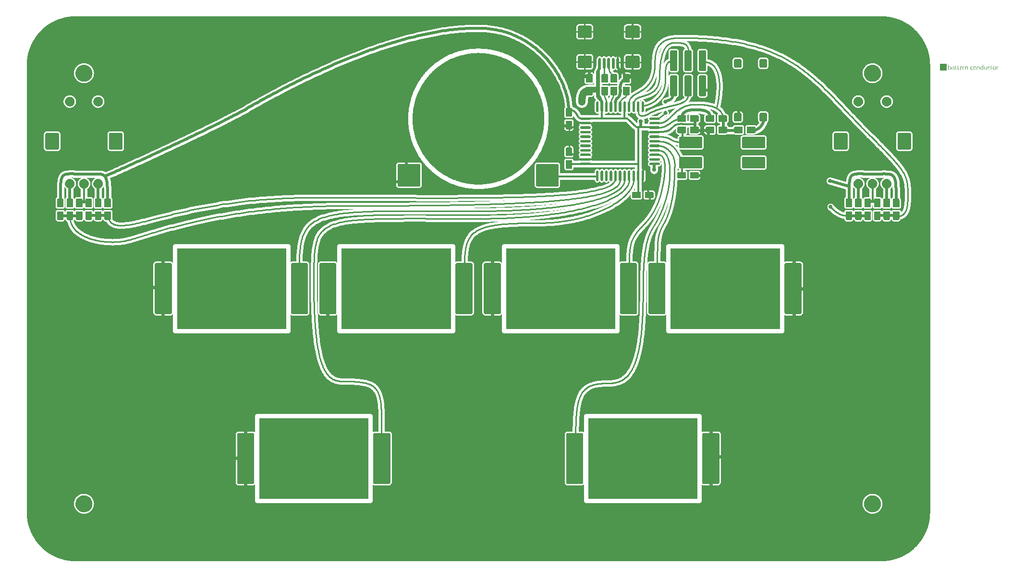
<source format=gbl>
G04                                                      *
G04 Greetings!                                           *
G04 This Gerber was generated by PCBmodE, an open source *
G04 PCB design software. Get it here:                    *
G04                                                      *
G04   http://pcbmode.com                                 *
G04                                                      *
G04 Also visit                                           *
G04                                                      *
G04   http://boldport.com                                *
G04                                                      *
G04 and follow @boldport / @pcbmode for updates!         *
G04                                                      *

G04 leading zeros omitted (L); absolute data (A); 6 integer digits and 6 fractional digits *
%FSLAX66Y66*%

G04 mode (MO): millimeters (MM) *
%MOMM*%

G04 Aperture definitions *
%ADD10C,0.001X*%
%ADD11C,0.001X*%
%ADD20C,0.80X*%
%ADD43C,0.28X*%
%ADD35C,0.48X*%
%ADD40C,0.58X*%
%ADD21C,0.50X*%
%ADD22C,0.40X*%
%ADD24C,1.28X*%
%ADD36C,0.58X*%
%ADD45C,0.30X*%
%ADD48C,0.54X*%
%ADD23C,1.48X*%
%ADD49C,0.68X*%
%ADD27C,1.28X*%
%ADD39C,0.48X*%
%ADD42C,0.54X*%
%ADD47C,0.28X*%
%ADD37C,0.28X*%
%ADD29C,1.18X*%
%ADD26C,1.18X*%
%ADD31C,1.08X*%
%ADD30C,1.84X*%
%ADD33C,1.18X*%
%ADD44C,0.38X*%
%ADD34C,0.68X*%
%ADD38C,0.38X*%
%ADD28C,2.08X*%
%ADD41C,0.78X*%
%ADD25C,1.08X*%
%ADD46C,1.04X*%
%ADD50C,0.38X*%
%ADD32C,1.34X*%

%LPD*%
G36*
G01X5900000Y-21200000D02*
G01X3900000Y-21200000D01*
G01X3900000Y-23800000D01*
G01X5900000Y-23800000D01*
G01X5900000Y-21200000D01*
G37*
G36*
G01X17100000Y-21200000D02*
G01X15100000Y-21200000D01*
G01X15100000Y-23800000D01*
G01X17100000Y-23800000D01*
G01X17100000Y-21200000D01*
G37*
G36*
G01X156100000Y-21200000D02*
G01X154100000Y-21200000D01*
G01X154100000Y-23800000D01*
G01X156100000Y-23800000D01*
G01X156100000Y-21200000D01*
G37*
G36*
G01X144900000Y-21200000D02*
G01X142900000Y-21200000D01*
G01X142900000Y-23800000D01*
G01X144900000Y-23800000D01*
G01X144900000Y-21200000D01*
G37*
G36*
G01X80000000Y-30500000D02*
G01X80000000Y-30500000D01*
G01X80198442Y-30498392D01*
G01X80396106Y-30493586D01*
G01X80592968Y-30485605D01*
G01X80789003Y-30474475D01*
G01X80984187Y-30460220D01*
G01X81178493Y-30442866D01*
G01X81371899Y-30422435D01*
G01X81564379Y-30398955D01*
G01X81755908Y-30372448D01*
G01X81946462Y-30342940D01*
G01X82136016Y-30310456D01*
G01X82324546Y-30275020D01*
G01X82512026Y-30236657D01*
G01X82698432Y-30195391D01*
G01X82883739Y-30151248D01*
G01X83067923Y-30104252D01*
G01X83250958Y-30054428D01*
G01X83432821Y-30001800D01*
G01X83613486Y-29946393D01*
G01X83792928Y-29888232D01*
G01X83971124Y-29827342D01*
G01X84148048Y-29763747D01*
G01X84323675Y-29697472D01*
G01X84497981Y-29628541D01*
G01X84670942Y-29556981D01*
G01X84842531Y-29482814D01*
G01X85012726Y-29406066D01*
G01X85181500Y-29326761D01*
G01X85348830Y-29244925D01*
G01X85514691Y-29160582D01*
G01X85679057Y-29073756D01*
G01X85841905Y-28984473D01*
G01X86003209Y-28892757D01*
G01X86162945Y-28798632D01*
G01X86321088Y-28702124D01*
G01X86477613Y-28603257D01*
G01X86632496Y-28502056D01*
G01X86785712Y-28398546D01*
G01X86937236Y-28292751D01*
G01X87087044Y-28184696D01*
G01X87235111Y-28074406D01*
G01X87381411Y-27961905D01*
G01X87525922Y-27847218D01*
G01X87668617Y-27730370D01*
G01X87809471Y-27611386D01*
G01X87948462Y-27490290D01*
G01X88085562Y-27367106D01*
G01X88220749Y-27241861D01*
G01X88353997Y-27114578D01*
G01X88485281Y-26985281D01*
G01X88614578Y-26853997D01*
G01X88741861Y-26720749D01*
G01X88867106Y-26585562D01*
G01X88990290Y-26448462D01*
G01X89111386Y-26309471D01*
G01X89230370Y-26168617D01*
G01X89347218Y-26025922D01*
G01X89461905Y-25881411D01*
G01X89574406Y-25735111D01*
G01X89684696Y-25587044D01*
G01X89792751Y-25437236D01*
G01X89898546Y-25285712D01*
G01X90002056Y-25132496D01*
G01X90103257Y-24977613D01*
G01X90202124Y-24821088D01*
G01X90298632Y-24662945D01*
G01X90392757Y-24503209D01*
G01X90484473Y-24341905D01*
G01X90573756Y-24179057D01*
G01X90660582Y-24014691D01*
G01X90744925Y-23848830D01*
G01X90826761Y-23681500D01*
G01X90906066Y-23512726D01*
G01X90982814Y-23342531D01*
G01X91056981Y-23170942D01*
G01X91128541Y-22997981D01*
G01X91197472Y-22823675D01*
G01X91263747Y-22648048D01*
G01X91327342Y-22471124D01*
G01X91388232Y-22292928D01*
G01X91446393Y-22113486D01*
G01X91501800Y-21932821D01*
G01X91554428Y-21750958D01*
G01X91604252Y-21567923D01*
G01X91651248Y-21383739D01*
G01X91695391Y-21198432D01*
G01X91736657Y-21012026D01*
G01X91775020Y-20824546D01*
G01X91810456Y-20636016D01*
G01X91842940Y-20446462D01*
G01X91872448Y-20255908D01*
G01X91898955Y-20064379D01*
G01X91922435Y-19871899D01*
G01X91942866Y-19678493D01*
G01X91960220Y-19484187D01*
G01X91974475Y-19289003D01*
G01X91985605Y-19092968D01*
G01X91993586Y-18896106D01*
G01X91998392Y-18698442D01*
G01X92000000Y-18500000D01*
G01X92000000Y-18500000D01*
G01X92000000Y-18500000D01*
G01X91998392Y-18301558D01*
G01X91993586Y-18103894D01*
G01X91985605Y-17907032D01*
G01X91974475Y-17710997D01*
G01X91960220Y-17515813D01*
G01X91942866Y-17321507D01*
G01X91922435Y-17128101D01*
G01X91898955Y-16935621D01*
G01X91872448Y-16744092D01*
G01X91842940Y-16553538D01*
G01X91810456Y-16363984D01*
G01X91775020Y-16175454D01*
G01X91736657Y-15987974D01*
G01X91695391Y-15801568D01*
G01X91651248Y-15616261D01*
G01X91604252Y-15432077D01*
G01X91554428Y-15249042D01*
G01X91501800Y-15067179D01*
G01X91446393Y-14886514D01*
G01X91388232Y-14707072D01*
G01X91327342Y-14528876D01*
G01X91263747Y-14351952D01*
G01X91197472Y-14176325D01*
G01X91128541Y-14002019D01*
G01X91056981Y-13829058D01*
G01X90982814Y-13657469D01*
G01X90906066Y-13487274D01*
G01X90826761Y-13318499D01*
G01X90744925Y-13151170D01*
G01X90660582Y-12985309D01*
G01X90573756Y-12820943D01*
G01X90484473Y-12658095D01*
G01X90392757Y-12496791D01*
G01X90298632Y-12337055D01*
G01X90202124Y-12178912D01*
G01X90103257Y-12022387D01*
G01X90002056Y-11867504D01*
G01X89898546Y-11714288D01*
G01X89792751Y-11562764D01*
G01X89684696Y-11412956D01*
G01X89574406Y-11264889D01*
G01X89461905Y-11118589D01*
G01X89347218Y-10974078D01*
G01X89230370Y-10831383D01*
G01X89111386Y-10690529D01*
G01X88990290Y-10551538D01*
G01X88867106Y-10414438D01*
G01X88741861Y-10279251D01*
G01X88614578Y-10146003D01*
G01X88485281Y-10014719D01*
G01X88353997Y-9885422D01*
G01X88220749Y-9758139D01*
G01X88085562Y-9632894D01*
G01X87948462Y-9509710D01*
G01X87809471Y-9388614D01*
G01X87668617Y-9269630D01*
G01X87525922Y-9152782D01*
G01X87381411Y-9038095D01*
G01X87235111Y-8925594D01*
G01X87087044Y-8815304D01*
G01X86937236Y-8707249D01*
G01X86785712Y-8601454D01*
G01X86632496Y-8497943D01*
G01X86477613Y-8396743D01*
G01X86321088Y-8297876D01*
G01X86162945Y-8201368D01*
G01X86003209Y-8107243D01*
G01X85841905Y-8015527D01*
G01X85679057Y-7926244D01*
G01X85514691Y-7839418D01*
G01X85348830Y-7755075D01*
G01X85181500Y-7673239D01*
G01X85012726Y-7593934D01*
G01X84842531Y-7517186D01*
G01X84670942Y-7443019D01*
G01X84497981Y-7371459D01*
G01X84323675Y-7302528D01*
G01X84148048Y-7236253D01*
G01X83971124Y-7172658D01*
G01X83792928Y-7111768D01*
G01X83613486Y-7053607D01*
G01X83432821Y-6998200D01*
G01X83250958Y-6945572D01*
G01X83067923Y-6895748D01*
G01X82883739Y-6848752D01*
G01X82698432Y-6804609D01*
G01X82512026Y-6763343D01*
G01X82324546Y-6724980D01*
G01X82136016Y-6689544D01*
G01X81946462Y-6657060D01*
G01X81755908Y-6627552D01*
G01X81564379Y-6601045D01*
G01X81371899Y-6577565D01*
G01X81178493Y-6557134D01*
G01X80984187Y-6539780D01*
G01X80789003Y-6525525D01*
G01X80592968Y-6514395D01*
G01X80396106Y-6506414D01*
G01X80198442Y-6501608D01*
G01X80000000Y-6500000D01*
G01X80000000Y-6500000D01*
G01X80000000Y-6500000D01*
G01X79801558Y-6501608D01*
G01X79603894Y-6506414D01*
G01X79407032Y-6514395D01*
G01X79210997Y-6525525D01*
G01X79015813Y-6539780D01*
G01X78821507Y-6557134D01*
G01X78628101Y-6577565D01*
G01X78435621Y-6601045D01*
G01X78244092Y-6627552D01*
G01X78053538Y-6657060D01*
G01X77863984Y-6689544D01*
G01X77675454Y-6724980D01*
G01X77487974Y-6763343D01*
G01X77301568Y-6804609D01*
G01X77116261Y-6848752D01*
G01X76932077Y-6895748D01*
G01X76749042Y-6945572D01*
G01X76567179Y-6998200D01*
G01X76386514Y-7053607D01*
G01X76207072Y-7111768D01*
G01X76028876Y-7172658D01*
G01X75851952Y-7236253D01*
G01X75676325Y-7302528D01*
G01X75502019Y-7371459D01*
G01X75329058Y-7443019D01*
G01X75157469Y-7517186D01*
G01X74987274Y-7593934D01*
G01X74818500Y-7673239D01*
G01X74651170Y-7755075D01*
G01X74485309Y-7839418D01*
G01X74320943Y-7926244D01*
G01X74158095Y-8015527D01*
G01X73996791Y-8107243D01*
G01X73837055Y-8201368D01*
G01X73678912Y-8297876D01*
G01X73522387Y-8396743D01*
G01X73367504Y-8497943D01*
G01X73214288Y-8601454D01*
G01X73062764Y-8707249D01*
G01X72912956Y-8815304D01*
G01X72764889Y-8925594D01*
G01X72618589Y-9038095D01*
G01X72474078Y-9152782D01*
G01X72331383Y-9269630D01*
G01X72190529Y-9388614D01*
G01X72051538Y-9509710D01*
G01X71914438Y-9632894D01*
G01X71779251Y-9758139D01*
G01X71646003Y-9885422D01*
G01X71514719Y-10014719D01*
G01X71385422Y-10146003D01*
G01X71258139Y-10279251D01*
G01X71132894Y-10414438D01*
G01X71009710Y-10551538D01*
G01X70888614Y-10690529D01*
G01X70769630Y-10831383D01*
G01X70652782Y-10974078D01*
G01X70538095Y-11118589D01*
G01X70425594Y-11264889D01*
G01X70315304Y-11412956D01*
G01X70207249Y-11562764D01*
G01X70101454Y-11714288D01*
G01X69997944Y-11867504D01*
G01X69896743Y-12022387D01*
G01X69797876Y-12178912D01*
G01X69701368Y-12337055D01*
G01X69607243Y-12496791D01*
G01X69515527Y-12658095D01*
G01X69426244Y-12820943D01*
G01X69339418Y-12985309D01*
G01X69255075Y-13151170D01*
G01X69173239Y-13318499D01*
G01X69093934Y-13487274D01*
G01X69017186Y-13657469D01*
G01X68943019Y-13829058D01*
G01X68871459Y-14002019D01*
G01X68802528Y-14176325D01*
G01X68736253Y-14351952D01*
G01X68672658Y-14528876D01*
G01X68611768Y-14707072D01*
G01X68553607Y-14886514D01*
G01X68498200Y-15067179D01*
G01X68445572Y-15249042D01*
G01X68395748Y-15432077D01*
G01X68348752Y-15616261D01*
G01X68304609Y-15801568D01*
G01X68263343Y-15987974D01*
G01X68224980Y-16175454D01*
G01X68189544Y-16363984D01*
G01X68157060Y-16553538D01*
G01X68127552Y-16744092D01*
G01X68101045Y-16935621D01*
G01X68077565Y-17128101D01*
G01X68057134Y-17321507D01*
G01X68039780Y-17515813D01*
G01X68025525Y-17710997D01*
G01X68014395Y-17907032D01*
G01X68006414Y-18103894D01*
G01X68001608Y-18301558D01*
G01X68000000Y-18500000D01*
G01X68000000Y-18500000D01*
G01X68000000Y-18500000D01*
G01X68001608Y-18698442D01*
G01X68006414Y-18896106D01*
G01X68014395Y-19092968D01*
G01X68025525Y-19289003D01*
G01X68039780Y-19484187D01*
G01X68057134Y-19678493D01*
G01X68077565Y-19871899D01*
G01X68101045Y-20064379D01*
G01X68127552Y-20255908D01*
G01X68157060Y-20446462D01*
G01X68189544Y-20636016D01*
G01X68224980Y-20824546D01*
G01X68263343Y-21012026D01*
G01X68304609Y-21198432D01*
G01X68348752Y-21383739D01*
G01X68395748Y-21567923D01*
G01X68445572Y-21750958D01*
G01X68498200Y-21932821D01*
G01X68553607Y-22113486D01*
G01X68611768Y-22292928D01*
G01X68672658Y-22471124D01*
G01X68736253Y-22648048D01*
G01X68802528Y-22823675D01*
G01X68871459Y-22997981D01*
G01X68943019Y-23170942D01*
G01X69017186Y-23342531D01*
G01X69093934Y-23512726D01*
G01X69173239Y-23681500D01*
G01X69255075Y-23848830D01*
G01X69339418Y-24014691D01*
G01X69426244Y-24179057D01*
G01X69515527Y-24341905D01*
G01X69607243Y-24503209D01*
G01X69701368Y-24662945D01*
G01X69797876Y-24821088D01*
G01X69896743Y-24977613D01*
G01X69997944Y-25132496D01*
G01X70101454Y-25285712D01*
G01X70207249Y-25437236D01*
G01X70315304Y-25587044D01*
G01X70425594Y-25735111D01*
G01X70538095Y-25881411D01*
G01X70652782Y-26025922D01*
G01X70769630Y-26168617D01*
G01X70888614Y-26309471D01*
G01X71009710Y-26448462D01*
G01X71132894Y-26585562D01*
G01X71258139Y-26720749D01*
G01X71385422Y-26853997D01*
G01X71514719Y-26985281D01*
G01X71646003Y-27114578D01*
G01X71779251Y-27241861D01*
G01X71914438Y-27367106D01*
G01X72051538Y-27490290D01*
G01X72190529Y-27611386D01*
G01X72331383Y-27730370D01*
G01X72474078Y-27847218D01*
G01X72618589Y-27961905D01*
G01X72764889Y-28074406D01*
G01X72912956Y-28184696D01*
G01X73062764Y-28292751D01*
G01X73214288Y-28398546D01*
G01X73367504Y-28502056D01*
G01X73522387Y-28603257D01*
G01X73678912Y-28702124D01*
G01X73837055Y-28798632D01*
G01X73996791Y-28892757D01*
G01X74158095Y-28984473D01*
G01X74320943Y-29073756D01*
G01X74485309Y-29160582D01*
G01X74651170Y-29244925D01*
G01X74818500Y-29326761D01*
G01X74987274Y-29406066D01*
G01X75157469Y-29482814D01*
G01X75329058Y-29556981D01*
G01X75502019Y-29628541D01*
G01X75676325Y-29697472D01*
G01X75851952Y-29763747D01*
G01X76028876Y-29827342D01*
G01X76207072Y-29888232D01*
G01X76386514Y-29946393D01*
G01X76567179Y-30001800D01*
G01X76749042Y-30054428D01*
G01X76932077Y-30104252D01*
G01X77116261Y-30151248D01*
G01X77301568Y-30195391D01*
G01X77487974Y-30236657D01*
G01X77675454Y-30275020D01*
G01X77863984Y-30310456D01*
G01X78053538Y-30342940D01*
G01X78244092Y-30372448D01*
G01X78435621Y-30398955D01*
G01X78628101Y-30422435D01*
G01X78821507Y-30442866D01*
G01X79015813Y-30460220D01*
G01X79210997Y-30474475D01*
G01X79407032Y-30485605D01*
G01X79603894Y-30493586D01*
G01X79801558Y-30498392D01*
G01X80000000Y-30500000D01*
G01X80000000Y-30500000D01*
G37*
G36*
G01X41000000Y-71000000D02*
G01X61000000Y-71000000D01*
G01X61000000Y-86000000D01*
G01X41000000Y-86000000D01*
G01X41000000Y-71000000D01*
G37*
G36*
G01X99000000Y-71000000D02*
G01X119000000Y-71000000D01*
G01X119000000Y-86000000D01*
G01X99000000Y-86000000D01*
G01X99000000Y-71000000D01*
G37*
G36*
G01X26500000Y-41000000D02*
G01X46500000Y-41000000D01*
G01X46500000Y-56000000D01*
G01X26500000Y-56000000D01*
G01X26500000Y-41000000D01*
G37*
G36*
G01X55500000Y-41000000D02*
G01X75500000Y-41000000D01*
G01X75500000Y-56000000D01*
G01X55500000Y-56000000D01*
G01X55500000Y-41000000D01*
G37*
G36*
G01X84500000Y-41000000D02*
G01X104500000Y-41000000D01*
G01X104500000Y-56000000D01*
G01X84500000Y-56000000D01*
G01X84500000Y-41000000D01*
G37*
G36*
G01X113500000Y-41000000D02*
G01X133500000Y-41000000D01*
G01X133500000Y-56000000D01*
G01X113500000Y-56000000D01*
G01X113500000Y-41000000D01*
G37*
G36*
G01X160000000Y-48500000D02*
G01X160000000Y-9000000D01*
G01X160000000Y-9000000D01*
G01X159998794Y-8851169D01*
G01X159995189Y-8702920D01*
G01X159989204Y-8555274D01*
G01X159980856Y-8408247D01*
G01X159970165Y-8261860D01*
G01X159957149Y-8116130D01*
G01X159941827Y-7971076D01*
G01X159924216Y-7826716D01*
G01X159904336Y-7683069D01*
G01X159882205Y-7540153D01*
G01X159857842Y-7397988D01*
G01X159831265Y-7256591D01*
G01X159802493Y-7115981D01*
G01X159771543Y-6976176D01*
G01X159738436Y-6837196D01*
G01X159703189Y-6699058D01*
G01X159665821Y-6561781D01*
G01X159626350Y-6425384D01*
G01X159584795Y-6289886D01*
G01X159541174Y-6155304D01*
G01X159495506Y-6021657D01*
G01X159447810Y-5888964D01*
G01X159398104Y-5757244D01*
G01X159346406Y-5626514D01*
G01X159292735Y-5496794D01*
G01X159237110Y-5368101D01*
G01X159179549Y-5240455D01*
G01X159120071Y-5113875D01*
G01X159058694Y-4988377D01*
G01X158995436Y-4863982D01*
G01X158930317Y-4740707D01*
G01X158863355Y-4618571D01*
G01X158794568Y-4497593D01*
G01X158723974Y-4377791D01*
G01X158651593Y-4259184D01*
G01X158577443Y-4141790D01*
G01X158501542Y-4025628D01*
G01X158423910Y-3910716D01*
G01X158344563Y-3797073D01*
G01X158263522Y-3684717D01*
G01X158180804Y-3573667D01*
G01X158096429Y-3463941D01*
G01X158010414Y-3355559D01*
G01X157922778Y-3248538D01*
G01X157833539Y-3142896D01*
G01X157742717Y-3038654D01*
G01X157650330Y-2935828D01*
G01X157556396Y-2834438D01*
G01X157460933Y-2734502D01*
G01X157363961Y-2636039D01*
G01X157265498Y-2539067D01*
G01X157165562Y-2443604D01*
G01X157064172Y-2349670D01*
G01X156961346Y-2257283D01*
G01X156857104Y-2166461D01*
G01X156751462Y-2077222D01*
G01X156644441Y-1989586D01*
G01X156536059Y-1903571D01*
G01X156426333Y-1819196D01*
G01X156315283Y-1736478D01*
G01X156202927Y-1655437D01*
G01X156089284Y-1576090D01*
G01X155974372Y-1498458D01*
G01X155858210Y-1422557D01*
G01X155740816Y-1348407D01*
G01X155622209Y-1276026D01*
G01X155502407Y-1205432D01*
G01X155381429Y-1136645D01*
G01X155259293Y-1069683D01*
G01X155136018Y-1004564D01*
G01X155011623Y-0941306D01*
G01X154886125Y-0879929D01*
G01X154759545Y-0820451D01*
G01X154631899Y-0762890D01*
G01X154503206Y-0707265D01*
G01X154373486Y-0653594D01*
G01X154242756Y-0601896D01*
G01X154111036Y-0552190D01*
G01X153978343Y-0504494D01*
G01X153844696Y-0458826D01*
G01X153710114Y-0415205D01*
G01X153574616Y-0373650D01*
G01X153438219Y-0334179D01*
G01X153300942Y-0296811D01*
G01X153162804Y-0261564D01*
G01X153023824Y-0228457D01*
G01X152884019Y-0197507D01*
G01X152743409Y-0168735D01*
G01X152602012Y-0142158D01*
G01X152459847Y-0117795D01*
G01X152316931Y-0095664D01*
G01X152173284Y-0075784D01*
G01X152028924Y-0058173D01*
G01X151883870Y-0042851D01*
G01X151738140Y-0029835D01*
G01X151591753Y-0019144D01*
G01X151444726Y-0010796D01*
G01X151297080Y-0004811D01*
G01X151148831Y-0001206D01*
G01X151000000Y-0000000D01*
G01X151000000Y-0000000D01*
G01X80000000Y-0000000D01*
G01X9000000Y-0000000D01*
G01X9000000Y-0000000D01*
G01X8851169Y-0001206D01*
G01X8702920Y-0004811D01*
G01X8555274Y-0010796D01*
G01X8408247Y-0019144D01*
G01X8261860Y-0029835D01*
G01X8116130Y-0042851D01*
G01X7971076Y-0058173D01*
G01X7826716Y-0075784D01*
G01X7683069Y-0095664D01*
G01X7540153Y-0117795D01*
G01X7397988Y-0142158D01*
G01X7256591Y-0168735D01*
G01X7115981Y-0197507D01*
G01X6976176Y-0228457D01*
G01X6837196Y-0261564D01*
G01X6699058Y-0296811D01*
G01X6561781Y-0334179D01*
G01X6425384Y-0373650D01*
G01X6289886Y-0415205D01*
G01X6155304Y-0458826D01*
G01X6021657Y-0504494D01*
G01X5888964Y-0552190D01*
G01X5757244Y-0601896D01*
G01X5626514Y-0653594D01*
G01X5496794Y-0707265D01*
G01X5368101Y-0762890D01*
G01X5240455Y-0820451D01*
G01X5113875Y-0879929D01*
G01X4988377Y-0941306D01*
G01X4863982Y-1004564D01*
G01X4740707Y-1069683D01*
G01X4618571Y-1136645D01*
G01X4497593Y-1205432D01*
G01X4377791Y-1276026D01*
G01X4259184Y-1348407D01*
G01X4141790Y-1422557D01*
G01X4025628Y-1498458D01*
G01X3910716Y-1576090D01*
G01X3797073Y-1655437D01*
G01X3684717Y-1736478D01*
G01X3573667Y-1819196D01*
G01X3463941Y-1903571D01*
G01X3355559Y-1989586D01*
G01X3248538Y-2077222D01*
G01X3142896Y-2166461D01*
G01X3038654Y-2257283D01*
G01X2935828Y-2349670D01*
G01X2834438Y-2443604D01*
G01X2734502Y-2539067D01*
G01X2636039Y-2636039D01*
G01X2539067Y-2734502D01*
G01X2443604Y-2834438D01*
G01X2349670Y-2935828D01*
G01X2257283Y-3038654D01*
G01X2166461Y-3142896D01*
G01X2077222Y-3248538D01*
G01X1989586Y-3355559D01*
G01X1903571Y-3463941D01*
G01X1819196Y-3573667D01*
G01X1736478Y-3684717D01*
G01X1655437Y-3797073D01*
G01X1576090Y-3910716D01*
G01X1498458Y-4025628D01*
G01X1422557Y-4141790D01*
G01X1348407Y-4259184D01*
G01X1276026Y-4377791D01*
G01X1205432Y-4497593D01*
G01X1136645Y-4618571D01*
G01X1069683Y-4740707D01*
G01X1004564Y-4863982D01*
G01X0941306Y-4988377D01*
G01X0879929Y-5113875D01*
G01X0820451Y-5240455D01*
G01X0762890Y-5368101D01*
G01X0707265Y-5496794D01*
G01X0653594Y-5626514D01*
G01X0601896Y-5757244D01*
G01X0552190Y-5888964D01*
G01X0504494Y-6021657D01*
G01X0458826Y-6155304D01*
G01X0415205Y-6289886D01*
G01X0373650Y-6425384D01*
G01X0334179Y-6561781D01*
G01X0296811Y-6699058D01*
G01X0261564Y-6837196D01*
G01X0228457Y-6976176D01*
G01X0197507Y-7115981D01*
G01X0168735Y-7256591D01*
G01X0142158Y-7397988D01*
G01X0117795Y-7540153D01*
G01X0095664Y-7683069D01*
G01X0075784Y-7826716D01*
G01X0058173Y-7971076D01*
G01X0042851Y-8116130D01*
G01X0029835Y-8261860D01*
G01X0019144Y-8408247D01*
G01X0010796Y-8555274D01*
G01X0004811Y-8702920D01*
G01X0001206Y-8851169D01*
G01X0000000Y-9000000D01*
G01X0000000Y-9000000D01*
G01X0000000Y-48500000D01*
G01X0000000Y-88000000D01*
G01X0000000Y-88000000D01*
G01X0001206Y-88148831D01*
G01X0004811Y-88297080D01*
G01X0010796Y-88444726D01*
G01X0019144Y-88591752D01*
G01X0029835Y-88738140D01*
G01X0042851Y-88883870D01*
G01X0058173Y-89028924D01*
G01X0075784Y-89173284D01*
G01X0095664Y-89316931D01*
G01X0117795Y-89459847D01*
G01X0142158Y-89602012D01*
G01X0168735Y-89743409D01*
G01X0197507Y-89884019D01*
G01X0228457Y-90023824D01*
G01X0261564Y-90162804D01*
G01X0296811Y-90300942D01*
G01X0334179Y-90438219D01*
G01X0373650Y-90574616D01*
G01X0415205Y-90710114D01*
G01X0458826Y-90844696D01*
G01X0504494Y-90978343D01*
G01X0552190Y-91111036D01*
G01X0601896Y-91242756D01*
G01X0653594Y-91373486D01*
G01X0707265Y-91503206D01*
G01X0762890Y-91631899D01*
G01X0820451Y-91759545D01*
G01X0879929Y-91886125D01*
G01X0941306Y-92011623D01*
G01X1004564Y-92136018D01*
G01X1069683Y-92259293D01*
G01X1136645Y-92381429D01*
G01X1205432Y-92502407D01*
G01X1276026Y-92622209D01*
G01X1348407Y-92740816D01*
G01X1422557Y-92858210D01*
G01X1498458Y-92974372D01*
G01X1576090Y-93089284D01*
G01X1655437Y-93202927D01*
G01X1736478Y-93315283D01*
G01X1819196Y-93426333D01*
G01X1903571Y-93536059D01*
G01X1989586Y-93644441D01*
G01X2077222Y-93751462D01*
G01X2166461Y-93857104D01*
G01X2257283Y-93961346D01*
G01X2349670Y-94064172D01*
G01X2443604Y-94165562D01*
G01X2539067Y-94265498D01*
G01X2636039Y-94363961D01*
G01X2734502Y-94460933D01*
G01X2834438Y-94556396D01*
G01X2935828Y-94650330D01*
G01X3038654Y-94742717D01*
G01X3142896Y-94833539D01*
G01X3248538Y-94922778D01*
G01X3355559Y-95010414D01*
G01X3463941Y-95096429D01*
G01X3573667Y-95180804D01*
G01X3684717Y-95263522D01*
G01X3797073Y-95344563D01*
G01X3910716Y-95423910D01*
G01X4025628Y-95501542D01*
G01X4141790Y-95577443D01*
G01X4259184Y-95651593D01*
G01X4377791Y-95723974D01*
G01X4497593Y-95794568D01*
G01X4618571Y-95863355D01*
G01X4740707Y-95930317D01*
G01X4863982Y-95995436D01*
G01X4988377Y-96058694D01*
G01X5113875Y-96120071D01*
G01X5240455Y-96179549D01*
G01X5368101Y-96237110D01*
G01X5496794Y-96292735D01*
G01X5626514Y-96346406D01*
G01X5757244Y-96398104D01*
G01X5888964Y-96447810D01*
G01X6021657Y-96495506D01*
G01X6155304Y-96541174D01*
G01X6289886Y-96584795D01*
G01X6425384Y-96626350D01*
G01X6561781Y-96665821D01*
G01X6699058Y-96703189D01*
G01X6837196Y-96738436D01*
G01X6976176Y-96771543D01*
G01X7115981Y-96802493D01*
G01X7256591Y-96831265D01*
G01X7397988Y-96857842D01*
G01X7540153Y-96882205D01*
G01X7683069Y-96904336D01*
G01X7826716Y-96924216D01*
G01X7971076Y-96941827D01*
G01X8116130Y-96957149D01*
G01X8261860Y-96970165D01*
G01X8408247Y-96980856D01*
G01X8555274Y-96989204D01*
G01X8702920Y-96995189D01*
G01X8851169Y-96998794D01*
G01X9000000Y-97000000D01*
G01X9000000Y-97000000D01*
G01X80000000Y-97000000D01*
G01X151000000Y-97000000D01*
G01X151000000Y-97000000D01*
G01X151148831Y-96998794D01*
G01X151297080Y-96995189D01*
G01X151444726Y-96989204D01*
G01X151591753Y-96980856D01*
G01X151738140Y-96970165D01*
G01X151883870Y-96957149D01*
G01X152028924Y-96941827D01*
G01X152173284Y-96924216D01*
G01X152316931Y-96904336D01*
G01X152459847Y-96882205D01*
G01X152602012Y-96857842D01*
G01X152743409Y-96831265D01*
G01X152884019Y-96802493D01*
G01X153023824Y-96771543D01*
G01X153162804Y-96738436D01*
G01X153300942Y-96703189D01*
G01X153438219Y-96665821D01*
G01X153574616Y-96626350D01*
G01X153710114Y-96584795D01*
G01X153844696Y-96541174D01*
G01X153978343Y-96495506D01*
G01X154111036Y-96447810D01*
G01X154242756Y-96398104D01*
G01X154373486Y-96346406D01*
G01X154503206Y-96292735D01*
G01X154631899Y-96237110D01*
G01X154759545Y-96179549D01*
G01X154886125Y-96120071D01*
G01X155011623Y-96058694D01*
G01X155136018Y-95995436D01*
G01X155259293Y-95930317D01*
G01X155381429Y-95863355D01*
G01X155502407Y-95794568D01*
G01X155622209Y-95723974D01*
G01X155740816Y-95651593D01*
G01X155858210Y-95577443D01*
G01X155974372Y-95501542D01*
G01X156089284Y-95423910D01*
G01X156202927Y-95344563D01*
G01X156315283Y-95263522D01*
G01X156426333Y-95180804D01*
G01X156536059Y-95096429D01*
G01X156644441Y-95010414D01*
G01X156751462Y-94922778D01*
G01X156857104Y-94833539D01*
G01X156961346Y-94742717D01*
G01X157064172Y-94650330D01*
G01X157165562Y-94556396D01*
G01X157265498Y-94460933D01*
G01X157363961Y-94363961D01*
G01X157460933Y-94265498D01*
G01X157556396Y-94165562D01*
G01X157650330Y-94064172D01*
G01X157742717Y-93961346D01*
G01X157833539Y-93857104D01*
G01X157922778Y-93751462D01*
G01X158010414Y-93644441D01*
G01X158096429Y-93536059D01*
G01X158180804Y-93426333D01*
G01X158263522Y-93315283D01*
G01X158344563Y-93202927D01*
G01X158423910Y-93089284D01*
G01X158501542Y-92974372D01*
G01X158577443Y-92858210D01*
G01X158651593Y-92740816D01*
G01X158723974Y-92622209D01*
G01X158794568Y-92502407D01*
G01X158863355Y-92381429D01*
G01X158930317Y-92259293D01*
G01X158995436Y-92136018D01*
G01X159058694Y-92011623D01*
G01X159120071Y-91886125D01*
G01X159179549Y-91759545D01*
G01X159237110Y-91631899D01*
G01X159292735Y-91503206D01*
G01X159346406Y-91373486D01*
G01X159398104Y-91242756D01*
G01X159447810Y-91111036D01*
G01X159495506Y-90978343D01*
G01X159541174Y-90844696D01*
G01X159584795Y-90710114D01*
G01X159626350Y-90574616D01*
G01X159665821Y-90438219D01*
G01X159703189Y-90300942D01*
G01X159738436Y-90162804D01*
G01X159771543Y-90023824D01*
G01X159802493Y-89884019D01*
G01X159831265Y-89743409D01*
G01X159857842Y-89602012D01*
G01X159882205Y-89459847D01*
G01X159904336Y-89316931D01*
G01X159924216Y-89173284D01*
G01X159941827Y-89028924D01*
G01X159957149Y-88883870D01*
G01X159970165Y-88738140D01*
G01X159980856Y-88591752D01*
G01X159989204Y-88444726D01*
G01X159995189Y-88297080D01*
G01X159998794Y-88148831D01*
G01X160000000Y-88000000D01*
G01X160000000Y-88000000D01*
G01X160000000Y-48500000D01*
G37*
%LPC*%
D20*
G01X154100000Y-21200000D02*
G01X156100000Y-21200000D01*
G01X156100000Y-23800000D01*
G01X154100000Y-23800000D01*
G01X154100000Y-21200000D01*
D20*
G01X142900000Y-21200000D02*
G01X144900000Y-21200000D01*
G01X144900000Y-23800000D01*
G01X142900000Y-23800000D01*
G01X142900000Y-21200000D01*
D20*
G01X3900000Y-21200000D02*
G01X5900000Y-21200000D01*
G01X5900000Y-23800000D01*
G01X3900000Y-23800000D01*
G01X3900000Y-21200000D01*
D20*
G01X15100000Y-21200000D02*
G01X17100000Y-21200000D01*
G01X17100000Y-23800000D01*
G01X15100000Y-23800000D01*
G01X15100000Y-21200000D01*
D20*
G01X80000000Y-30500000D02*
G01X80000000Y-30500000D01*
G01X79801558Y-30498392D01*
G01X79603894Y-30493586D01*
G01X79407032Y-30485605D01*
G01X79210997Y-30474475D01*
G01X79015813Y-30460220D01*
G01X78821507Y-30442866D01*
G01X78628101Y-30422435D01*
G01X78435621Y-30398955D01*
G01X78244092Y-30372448D01*
G01X78053538Y-30342940D01*
G01X77863984Y-30310456D01*
G01X77675454Y-30275020D01*
G01X77487974Y-30236657D01*
G01X77301568Y-30195391D01*
G01X77116261Y-30151248D01*
G01X76932077Y-30104252D01*
G01X76749042Y-30054428D01*
G01X76567179Y-30001800D01*
G01X76386514Y-29946393D01*
G01X76207072Y-29888232D01*
G01X76028876Y-29827342D01*
G01X75851952Y-29763747D01*
G01X75676325Y-29697472D01*
G01X75502019Y-29628541D01*
G01X75329058Y-29556981D01*
G01X75157469Y-29482814D01*
G01X74987274Y-29406066D01*
G01X74818500Y-29326761D01*
G01X74651170Y-29244925D01*
G01X74485309Y-29160582D01*
G01X74320943Y-29073756D01*
G01X74158095Y-28984473D01*
G01X73996791Y-28892757D01*
G01X73837055Y-28798632D01*
G01X73678912Y-28702124D01*
G01X73522387Y-28603257D01*
G01X73367504Y-28502056D01*
G01X73214288Y-28398546D01*
G01X73062764Y-28292751D01*
G01X72912956Y-28184696D01*
G01X72764889Y-28074406D01*
G01X72618589Y-27961905D01*
G01X72474078Y-27847218D01*
G01X72331383Y-27730370D01*
G01X72190529Y-27611386D01*
G01X72051538Y-27490290D01*
G01X71914438Y-27367106D01*
G01X71779251Y-27241861D01*
G01X71646003Y-27114578D01*
G01X71514719Y-26985281D01*
G01X71385422Y-26853997D01*
G01X71258139Y-26720749D01*
G01X71132894Y-26585562D01*
G01X71009710Y-26448462D01*
G01X70888614Y-26309471D01*
G01X70769630Y-26168617D01*
G01X70652782Y-26025922D01*
G01X70538095Y-25881411D01*
G01X70425594Y-25735111D01*
G01X70315304Y-25587044D01*
G01X70207249Y-25437236D01*
G01X70101454Y-25285712D01*
G01X69997944Y-25132496D01*
G01X69896743Y-24977613D01*
G01X69797876Y-24821088D01*
G01X69701368Y-24662945D01*
G01X69607243Y-24503209D01*
G01X69515527Y-24341905D01*
G01X69426244Y-24179057D01*
G01X69339418Y-24014691D01*
G01X69255075Y-23848830D01*
G01X69173239Y-23681500D01*
G01X69093934Y-23512726D01*
G01X69017186Y-23342531D01*
G01X68943019Y-23170942D01*
G01X68871459Y-22997981D01*
G01X68802528Y-22823675D01*
G01X68736253Y-22648048D01*
G01X68672658Y-22471124D01*
G01X68611768Y-22292928D01*
G01X68553607Y-22113486D01*
G01X68498200Y-21932821D01*
G01X68445572Y-21750958D01*
G01X68395748Y-21567923D01*
G01X68348752Y-21383739D01*
G01X68304609Y-21198432D01*
G01X68263343Y-21012026D01*
G01X68224980Y-20824546D01*
G01X68189544Y-20636016D01*
G01X68157060Y-20446462D01*
G01X68127552Y-20255908D01*
G01X68101045Y-20064379D01*
G01X68077565Y-19871899D01*
G01X68057134Y-19678493D01*
G01X68039780Y-19484187D01*
G01X68025525Y-19289003D01*
G01X68014395Y-19092968D01*
G01X68006414Y-18896106D01*
G01X68001608Y-18698442D01*
G01X68000000Y-18500000D01*
G01X68000000Y-18500000D01*
G01X68000000Y-18500000D01*
G01X68001608Y-18301558D01*
G01X68006414Y-18103894D01*
G01X68014395Y-17907032D01*
G01X68025525Y-17710997D01*
G01X68039780Y-17515813D01*
G01X68057134Y-17321507D01*
G01X68077565Y-17128101D01*
G01X68101045Y-16935621D01*
G01X68127552Y-16744092D01*
G01X68157060Y-16553538D01*
G01X68189544Y-16363984D01*
G01X68224980Y-16175454D01*
G01X68263343Y-15987974D01*
G01X68304609Y-15801568D01*
G01X68348752Y-15616261D01*
G01X68395748Y-15432077D01*
G01X68445572Y-15249042D01*
G01X68498200Y-15067179D01*
G01X68553607Y-14886514D01*
G01X68611768Y-14707072D01*
G01X68672658Y-14528876D01*
G01X68736253Y-14351952D01*
G01X68802528Y-14176325D01*
G01X68871459Y-14002019D01*
G01X68943019Y-13829058D01*
G01X69017186Y-13657469D01*
G01X69093934Y-13487274D01*
G01X69173239Y-13318499D01*
G01X69255075Y-13151170D01*
G01X69339418Y-12985309D01*
G01X69426244Y-12820943D01*
G01X69515527Y-12658095D01*
G01X69607243Y-12496791D01*
G01X69701368Y-12337055D01*
G01X69797876Y-12178912D01*
G01X69896743Y-12022387D01*
G01X69997944Y-11867504D01*
G01X70101454Y-11714288D01*
G01X70207249Y-11562764D01*
G01X70315304Y-11412956D01*
G01X70425594Y-11264889D01*
G01X70538095Y-11118589D01*
G01X70652782Y-10974078D01*
G01X70769630Y-10831383D01*
G01X70888614Y-10690529D01*
G01X71009710Y-10551538D01*
G01X71132894Y-10414438D01*
G01X71258139Y-10279251D01*
G01X71385422Y-10146003D01*
G01X71514719Y-10014719D01*
G01X71646003Y-9885422D01*
G01X71779251Y-9758139D01*
G01X71914438Y-9632894D01*
G01X72051538Y-9509710D01*
G01X72190529Y-9388614D01*
G01X72331383Y-9269630D01*
G01X72474078Y-9152782D01*
G01X72618589Y-9038095D01*
G01X72764889Y-8925594D01*
G01X72912956Y-8815304D01*
G01X73062764Y-8707249D01*
G01X73214288Y-8601454D01*
G01X73367504Y-8497943D01*
G01X73522387Y-8396743D01*
G01X73678912Y-8297876D01*
G01X73837055Y-8201368D01*
G01X73996791Y-8107243D01*
G01X74158095Y-8015527D01*
G01X74320943Y-7926244D01*
G01X74485309Y-7839418D01*
G01X74651170Y-7755075D01*
G01X74818500Y-7673239D01*
G01X74987274Y-7593934D01*
G01X75157469Y-7517186D01*
G01X75329058Y-7443019D01*
G01X75502019Y-7371459D01*
G01X75676325Y-7302528D01*
G01X75851952Y-7236253D01*
G01X76028876Y-7172658D01*
G01X76207072Y-7111768D01*
G01X76386514Y-7053607D01*
G01X76567179Y-6998200D01*
G01X76749042Y-6945572D01*
G01X76932077Y-6895748D01*
G01X77116261Y-6848752D01*
G01X77301568Y-6804609D01*
G01X77487974Y-6763343D01*
G01X77675454Y-6724980D01*
G01X77863984Y-6689544D01*
G01X78053538Y-6657060D01*
G01X78244092Y-6627552D01*
G01X78435621Y-6601045D01*
G01X78628101Y-6577565D01*
G01X78821507Y-6557134D01*
G01X79015813Y-6539780D01*
G01X79210997Y-6525525D01*
G01X79407032Y-6514395D01*
G01X79603894Y-6506414D01*
G01X79801558Y-6501608D01*
G01X80000000Y-6500000D01*
G01X80000000Y-6500000D01*
G01X80000000Y-6500000D01*
G01X80198442Y-6501608D01*
G01X80396106Y-6506414D01*
G01X80592968Y-6514395D01*
G01X80789003Y-6525525D01*
G01X80984187Y-6539780D01*
G01X81178493Y-6557134D01*
G01X81371899Y-6577565D01*
G01X81564379Y-6601045D01*
G01X81755908Y-6627552D01*
G01X81946462Y-6657060D01*
G01X82136016Y-6689544D01*
G01X82324546Y-6724980D01*
G01X82512026Y-6763343D01*
G01X82698432Y-6804609D01*
G01X82883739Y-6848752D01*
G01X83067923Y-6895748D01*
G01X83250958Y-6945572D01*
G01X83432821Y-6998200D01*
G01X83613486Y-7053607D01*
G01X83792928Y-7111768D01*
G01X83971124Y-7172658D01*
G01X84148048Y-7236253D01*
G01X84323675Y-7302528D01*
G01X84497981Y-7371459D01*
G01X84670942Y-7443019D01*
G01X84842531Y-7517186D01*
G01X85012726Y-7593934D01*
G01X85181500Y-7673239D01*
G01X85348830Y-7755075D01*
G01X85514691Y-7839418D01*
G01X85679057Y-7926244D01*
G01X85841905Y-8015527D01*
G01X86003209Y-8107243D01*
G01X86162945Y-8201368D01*
G01X86321088Y-8297876D01*
G01X86477613Y-8396743D01*
G01X86632496Y-8497943D01*
G01X86785712Y-8601454D01*
G01X86937236Y-8707249D01*
G01X87087044Y-8815304D01*
G01X87235111Y-8925594D01*
G01X87381411Y-9038095D01*
G01X87525922Y-9152782D01*
G01X87668617Y-9269630D01*
G01X87809471Y-9388614D01*
G01X87948462Y-9509710D01*
G01X88085562Y-9632894D01*
G01X88220749Y-9758139D01*
G01X88353997Y-9885422D01*
G01X88485281Y-10014719D01*
G01X88614578Y-10146003D01*
G01X88741861Y-10279251D01*
G01X88867106Y-10414438D01*
G01X88990290Y-10551538D01*
G01X89111386Y-10690529D01*
G01X89230370Y-10831383D01*
G01X89347218Y-10974078D01*
G01X89461905Y-11118589D01*
G01X89574406Y-11264889D01*
G01X89684696Y-11412956D01*
G01X89792751Y-11562764D01*
G01X89898546Y-11714288D01*
G01X90002056Y-11867504D01*
G01X90103257Y-12022387D01*
G01X90202124Y-12178912D01*
G01X90298632Y-12337055D01*
G01X90392757Y-12496791D01*
G01X90484473Y-12658095D01*
G01X90573756Y-12820943D01*
G01X90660582Y-12985309D01*
G01X90744925Y-13151170D01*
G01X90826761Y-13318499D01*
G01X90906066Y-13487274D01*
G01X90982814Y-13657469D01*
G01X91056981Y-13829058D01*
G01X91128541Y-14002019D01*
G01X91197472Y-14176325D01*
G01X91263747Y-14351952D01*
G01X91327342Y-14528876D01*
G01X91388232Y-14707072D01*
G01X91446393Y-14886514D01*
G01X91501800Y-15067179D01*
G01X91554428Y-15249042D01*
G01X91604252Y-15432077D01*
G01X91651248Y-15616261D01*
G01X91695391Y-15801568D01*
G01X91736657Y-15987974D01*
G01X91775020Y-16175454D01*
G01X91810456Y-16363984D01*
G01X91842940Y-16553538D01*
G01X91872448Y-16744092D01*
G01X91898955Y-16935621D01*
G01X91922435Y-17128101D01*
G01X91942866Y-17321507D01*
G01X91960220Y-17515813D01*
G01X91974475Y-17710997D01*
G01X91985605Y-17907032D01*
G01X91993586Y-18103894D01*
G01X91998392Y-18301558D01*
G01X92000000Y-18500000D01*
G01X92000000Y-18500000D01*
G01X92000000Y-18500000D01*
G01X91998392Y-18698442D01*
G01X91993586Y-18896106D01*
G01X91985605Y-19092968D01*
G01X91974475Y-19289003D01*
G01X91960220Y-19484187D01*
G01X91942866Y-19678493D01*
G01X91922435Y-19871899D01*
G01X91898955Y-20064379D01*
G01X91872448Y-20255908D01*
G01X91842940Y-20446462D01*
G01X91810456Y-20636016D01*
G01X91775020Y-20824546D01*
G01X91736657Y-21012026D01*
G01X91695391Y-21198432D01*
G01X91651248Y-21383739D01*
G01X91604252Y-21567923D01*
G01X91554428Y-21750958D01*
G01X91501800Y-21932821D01*
G01X91446393Y-22113486D01*
G01X91388232Y-22292928D01*
G01X91327342Y-22471124D01*
G01X91263747Y-22648048D01*
G01X91197472Y-22823675D01*
G01X91128541Y-22997981D01*
G01X91056981Y-23170942D01*
G01X90982814Y-23342531D01*
G01X90906066Y-23512726D01*
G01X90826761Y-23681500D01*
G01X90744925Y-23848830D01*
G01X90660582Y-24014691D01*
G01X90573756Y-24179057D01*
G01X90484473Y-24341905D01*
G01X90392757Y-24503209D01*
G01X90298632Y-24662945D01*
G01X90202124Y-24821088D01*
G01X90103257Y-24977613D01*
G01X90002056Y-25132496D01*
G01X89898546Y-25285712D01*
G01X89792751Y-25437236D01*
G01X89684696Y-25587044D01*
G01X89574406Y-25735111D01*
G01X89461905Y-25881411D01*
G01X89347218Y-26025922D01*
G01X89230370Y-26168617D01*
G01X89111386Y-26309471D01*
G01X88990290Y-26448462D01*
G01X88867106Y-26585562D01*
G01X88741861Y-26720749D01*
G01X88614578Y-26853997D01*
G01X88485281Y-26985281D01*
G01X88353997Y-27114578D01*
G01X88220749Y-27241861D01*
G01X88085562Y-27367106D01*
G01X87948462Y-27490290D01*
G01X87809471Y-27611386D01*
G01X87668617Y-27730370D01*
G01X87525922Y-27847218D01*
G01X87381411Y-27961905D01*
G01X87235111Y-28074406D01*
G01X87087044Y-28184696D01*
G01X86937236Y-28292751D01*
G01X86785712Y-28398546D01*
G01X86632496Y-28502056D01*
G01X86477613Y-28603257D01*
G01X86321088Y-28702124D01*
G01X86162945Y-28798632D01*
G01X86003209Y-28892757D01*
G01X85841905Y-28984473D01*
G01X85679057Y-29073756D01*
G01X85514691Y-29160582D01*
G01X85348830Y-29244925D01*
G01X85181500Y-29326761D01*
G01X85012726Y-29406066D01*
G01X84842531Y-29482814D01*
G01X84670942Y-29556981D01*
G01X84497981Y-29628541D01*
G01X84323675Y-29697472D01*
G01X84148048Y-29763747D01*
G01X83971124Y-29827342D01*
G01X83792928Y-29888232D01*
G01X83613486Y-29946393D01*
G01X83432821Y-30001800D01*
G01X83250958Y-30054428D01*
G01X83067923Y-30104252D01*
G01X82883739Y-30151248D01*
G01X82698432Y-30195391D01*
G01X82512026Y-30236657D01*
G01X82324546Y-30275020D01*
G01X82136016Y-30310456D01*
G01X81946462Y-30342940D01*
G01X81755908Y-30372448D01*
G01X81564379Y-30398955D01*
G01X81371899Y-30422435D01*
G01X81178493Y-30442866D01*
G01X80984187Y-30460220D01*
G01X80789003Y-30474475D01*
G01X80592968Y-30485605D01*
G01X80396106Y-30493586D01*
G01X80198442Y-30498392D01*
G01X80000000Y-30500000D01*
G01X80000000Y-30500000D01*
D20*
G01X119000000Y-71000000D02*
G01X99000000Y-71000000D01*
G01X99000000Y-86000000D01*
G01X119000000Y-86000000D01*
G01X119000000Y-71000000D01*
D20*
G01X61000000Y-71000000D02*
G01X41000000Y-71000000D01*
G01X41000000Y-86000000D01*
G01X61000000Y-86000000D01*
G01X61000000Y-71000000D01*
D20*
G01X133500000Y-41000000D02*
G01X113500000Y-41000000D01*
G01X113500000Y-56000000D01*
G01X133500000Y-56000000D01*
G01X133500000Y-41000000D01*
D20*
G01X104500000Y-41000000D02*
G01X84500000Y-41000000D01*
G01X84500000Y-56000000D01*
G01X104500000Y-56000000D01*
G01X104500000Y-41000000D01*
D20*
G01X75500000Y-41000000D02*
G01X55500000Y-41000000D01*
G01X55500000Y-56000000D01*
G01X75500000Y-56000000D01*
G01X75500000Y-41000000D01*
D20*
G01X46500000Y-41000000D02*
G01X26500000Y-41000000D01*
G01X26500000Y-56000000D01*
G01X46500000Y-56000000D01*
G01X46500000Y-41000000D01*
D20*
G01X0000000Y-48500000D02*
G01X0000000Y-9000000D01*
G01X0000000Y-9000000D01*
G01X0001206Y-8851169D01*
G01X0004811Y-8702920D01*
G01X0010796Y-8555274D01*
G01X0019144Y-8408247D01*
G01X0029835Y-8261860D01*
G01X0042851Y-8116130D01*
G01X0058173Y-7971076D01*
G01X0075784Y-7826716D01*
G01X0095664Y-7683069D01*
G01X0117795Y-7540153D01*
G01X0142158Y-7397988D01*
G01X0168735Y-7256591D01*
G01X0197507Y-7115981D01*
G01X0228457Y-6976176D01*
G01X0261564Y-6837196D01*
G01X0296811Y-6699058D01*
G01X0334179Y-6561781D01*
G01X0373650Y-6425384D01*
G01X0415205Y-6289886D01*
G01X0458826Y-6155304D01*
G01X0504494Y-6021657D01*
G01X0552190Y-5888964D01*
G01X0601896Y-5757244D01*
G01X0653594Y-5626514D01*
G01X0707265Y-5496794D01*
G01X0762890Y-5368101D01*
G01X0820451Y-5240455D01*
G01X0879929Y-5113875D01*
G01X0941306Y-4988377D01*
G01X1004564Y-4863982D01*
G01X1069683Y-4740707D01*
G01X1136645Y-4618571D01*
G01X1205432Y-4497593D01*
G01X1276026Y-4377791D01*
G01X1348407Y-4259184D01*
G01X1422557Y-4141790D01*
G01X1498458Y-4025628D01*
G01X1576090Y-3910716D01*
G01X1655437Y-3797073D01*
G01X1736478Y-3684717D01*
G01X1819196Y-3573667D01*
G01X1903571Y-3463941D01*
G01X1989586Y-3355559D01*
G01X2077222Y-3248538D01*
G01X2166461Y-3142896D01*
G01X2257283Y-3038654D01*
G01X2349670Y-2935828D01*
G01X2443604Y-2834438D01*
G01X2539067Y-2734502D01*
G01X2636039Y-2636039D01*
G01X2734502Y-2539067D01*
G01X2834438Y-2443604D01*
G01X2935828Y-2349670D01*
G01X3038654Y-2257283D01*
G01X3142896Y-2166461D01*
G01X3248538Y-2077222D01*
G01X3355559Y-1989586D01*
G01X3463941Y-1903571D01*
G01X3573667Y-1819196D01*
G01X3684717Y-1736478D01*
G01X3797073Y-1655437D01*
G01X3910716Y-1576090D01*
G01X4025628Y-1498458D01*
G01X4141790Y-1422557D01*
G01X4259184Y-1348407D01*
G01X4377791Y-1276026D01*
G01X4497593Y-1205432D01*
G01X4618571Y-1136645D01*
G01X4740707Y-1069683D01*
G01X4863982Y-1004564D01*
G01X4988377Y-0941306D01*
G01X5113875Y-0879929D01*
G01X5240455Y-0820451D01*
G01X5368101Y-0762890D01*
G01X5496794Y-0707265D01*
G01X5626514Y-0653594D01*
G01X5757244Y-0601896D01*
G01X5888964Y-0552190D01*
G01X6021657Y-0504494D01*
G01X6155304Y-0458826D01*
G01X6289886Y-0415205D01*
G01X6425384Y-0373650D01*
G01X6561781Y-0334179D01*
G01X6699058Y-0296811D01*
G01X6837196Y-0261564D01*
G01X6976176Y-0228457D01*
G01X7115981Y-0197507D01*
G01X7256591Y-0168735D01*
G01X7397988Y-0142158D01*
G01X7540153Y-0117795D01*
G01X7683069Y-0095664D01*
G01X7826716Y-0075784D01*
G01X7971076Y-0058173D01*
G01X8116130Y-0042851D01*
G01X8261860Y-0029835D01*
G01X8408247Y-0019144D01*
G01X8555274Y-0010796D01*
G01X8702920Y-0004811D01*
G01X8851169Y-0001206D01*
G01X9000000Y-0000000D01*
G01X9000000Y-0000000D01*
G01X80000000Y-0000000D01*
G01X151000000Y-0000000D01*
G01X151000000Y-0000000D01*
G01X151148831Y-0001206D01*
G01X151297080Y-0004811D01*
G01X151444726Y-0010796D01*
G01X151591753Y-0019144D01*
G01X151738140Y-0029835D01*
G01X151883870Y-0042851D01*
G01X152028924Y-0058173D01*
G01X152173284Y-0075784D01*
G01X152316931Y-0095664D01*
G01X152459847Y-0117795D01*
G01X152602012Y-0142158D01*
G01X152743409Y-0168735D01*
G01X152884019Y-0197507D01*
G01X153023824Y-0228457D01*
G01X153162804Y-0261564D01*
G01X153300942Y-0296811D01*
G01X153438219Y-0334179D01*
G01X153574616Y-0373650D01*
G01X153710114Y-0415205D01*
G01X153844696Y-0458826D01*
G01X153978343Y-0504494D01*
G01X154111036Y-0552190D01*
G01X154242756Y-0601896D01*
G01X154373486Y-0653594D01*
G01X154503206Y-0707265D01*
G01X154631899Y-0762890D01*
G01X154759545Y-0820451D01*
G01X154886125Y-0879929D01*
G01X155011623Y-0941306D01*
G01X155136018Y-1004564D01*
G01X155259293Y-1069683D01*
G01X155381429Y-1136645D01*
G01X155502407Y-1205432D01*
G01X155622209Y-1276026D01*
G01X155740816Y-1348407D01*
G01X155858210Y-1422557D01*
G01X155974372Y-1498458D01*
G01X156089284Y-1576090D01*
G01X156202927Y-1655437D01*
G01X156315283Y-1736478D01*
G01X156426333Y-1819196D01*
G01X156536059Y-1903571D01*
G01X156644441Y-1989586D01*
G01X156751462Y-2077222D01*
G01X156857104Y-2166461D01*
G01X156961346Y-2257283D01*
G01X157064172Y-2349670D01*
G01X157165562Y-2443604D01*
G01X157265498Y-2539067D01*
G01X157363961Y-2636039D01*
G01X157460933Y-2734502D01*
G01X157556396Y-2834438D01*
G01X157650330Y-2935828D01*
G01X157742717Y-3038654D01*
G01X157833539Y-3142896D01*
G01X157922778Y-3248538D01*
G01X158010414Y-3355559D01*
G01X158096429Y-3463941D01*
G01X158180804Y-3573667D01*
G01X158263522Y-3684717D01*
G01X158344563Y-3797073D01*
G01X158423910Y-3910716D01*
G01X158501542Y-4025628D01*
G01X158577443Y-4141790D01*
G01X158651593Y-4259184D01*
G01X158723974Y-4377791D01*
G01X158794568Y-4497593D01*
G01X158863355Y-4618571D01*
G01X158930317Y-4740707D01*
G01X158995436Y-4863982D01*
G01X159058694Y-4988377D01*
G01X159120071Y-5113875D01*
G01X159179549Y-5240455D01*
G01X159237110Y-5368101D01*
G01X159292735Y-5496794D01*
G01X159346406Y-5626514D01*
G01X159398104Y-5757244D01*
G01X159447810Y-5888964D01*
G01X159495506Y-6021657D01*
G01X159541174Y-6155304D01*
G01X159584795Y-6289886D01*
G01X159626350Y-6425384D01*
G01X159665821Y-6561781D01*
G01X159703189Y-6699058D01*
G01X159738436Y-6837196D01*
G01X159771543Y-6976176D01*
G01X159802493Y-7115981D01*
G01X159831265Y-7256591D01*
G01X159857842Y-7397988D01*
G01X159882205Y-7540153D01*
G01X159904336Y-7683069D01*
G01X159924216Y-7826716D01*
G01X159941827Y-7971076D01*
G01X159957149Y-8116130D01*
G01X159970165Y-8261860D01*
G01X159980856Y-8408247D01*
G01X159989204Y-8555274D01*
G01X159995189Y-8702920D01*
G01X159998794Y-8851169D01*
G01X160000000Y-9000000D01*
G01X160000000Y-9000000D01*
G01X160000000Y-48500000D01*
G01X160000000Y-88000000D01*
G01X160000000Y-88000000D01*
G01X159998794Y-88148831D01*
G01X159995189Y-88297080D01*
G01X159989204Y-88444726D01*
G01X159980856Y-88591752D01*
G01X159970165Y-88738140D01*
G01X159957149Y-88883870D01*
G01X159941827Y-89028924D01*
G01X159924216Y-89173284D01*
G01X159904336Y-89316931D01*
G01X159882205Y-89459847D01*
G01X159857842Y-89602012D01*
G01X159831265Y-89743409D01*
G01X159802493Y-89884019D01*
G01X159771543Y-90023824D01*
G01X159738436Y-90162804D01*
G01X159703189Y-90300942D01*
G01X159665821Y-90438219D01*
G01X159626350Y-90574616D01*
G01X159584795Y-90710114D01*
G01X159541174Y-90844696D01*
G01X159495506Y-90978343D01*
G01X159447810Y-91111036D01*
G01X159398104Y-91242756D01*
G01X159346406Y-91373486D01*
G01X159292735Y-91503206D01*
G01X159237110Y-91631899D01*
G01X159179549Y-91759545D01*
G01X159120071Y-91886125D01*
G01X159058694Y-92011623D01*
G01X158995436Y-92136018D01*
G01X158930317Y-92259293D01*
G01X158863355Y-92381429D01*
G01X158794568Y-92502407D01*
G01X158723974Y-92622209D01*
G01X158651593Y-92740816D01*
G01X158577443Y-92858210D01*
G01X158501542Y-92974372D01*
G01X158423910Y-93089284D01*
G01X158344563Y-93202927D01*
G01X158263522Y-93315283D01*
G01X158180804Y-93426333D01*
G01X158096429Y-93536059D01*
G01X158010414Y-93644441D01*
G01X157922778Y-93751462D01*
G01X157833539Y-93857104D01*
G01X157742717Y-93961346D01*
G01X157650330Y-94064172D01*
G01X157556396Y-94165562D01*
G01X157460933Y-94265498D01*
G01X157363961Y-94363961D01*
G01X157265498Y-94460933D01*
G01X157165562Y-94556396D01*
G01X157064172Y-94650330D01*
G01X156961346Y-94742717D01*
G01X156857104Y-94833539D01*
G01X156751462Y-94922778D01*
G01X156644441Y-95010414D01*
G01X156536059Y-95096429D01*
G01X156426333Y-95180804D01*
G01X156315283Y-95263522D01*
G01X156202927Y-95344563D01*
G01X156089284Y-95423910D01*
G01X155974372Y-95501542D01*
G01X155858210Y-95577443D01*
G01X155740816Y-95651593D01*
G01X155622209Y-95723974D01*
G01X155502407Y-95794568D01*
G01X155381429Y-95863355D01*
G01X155259293Y-95930317D01*
G01X155136018Y-95995436D01*
G01X155011623Y-96058694D01*
G01X154886125Y-96120071D01*
G01X154759545Y-96179549D01*
G01X154631899Y-96237110D01*
G01X154503206Y-96292735D01*
G01X154373486Y-96346406D01*
G01X154242756Y-96398104D01*
G01X154111036Y-96447810D01*
G01X153978343Y-96495506D01*
G01X153844696Y-96541174D01*
G01X153710114Y-96584795D01*
G01X153574616Y-96626350D01*
G01X153438219Y-96665821D01*
G01X153300942Y-96703189D01*
G01X153162804Y-96738436D01*
G01X153023824Y-96771543D01*
G01X152884019Y-96802493D01*
G01X152743409Y-96831265D01*
G01X152602012Y-96857842D01*
G01X152459847Y-96882205D01*
G01X152316931Y-96904336D01*
G01X152173284Y-96924216D01*
G01X152028924Y-96941827D01*
G01X151883870Y-96957149D01*
G01X151738140Y-96970165D01*
G01X151591753Y-96980856D01*
G01X151444726Y-96989204D01*
G01X151297080Y-96995189D01*
G01X151148831Y-96998794D01*
G01X151000000Y-97000000D01*
G01X151000000Y-97000000D01*
G01X80000000Y-97000000D01*
G01X9000000Y-97000000D01*
G01X9000000Y-97000000D01*
G01X8851169Y-96998794D01*
G01X8702920Y-96995189D01*
G01X8555274Y-96989204D01*
G01X8408247Y-96980856D01*
G01X8261860Y-96970165D01*
G01X8116130Y-96957149D01*
G01X7971076Y-96941827D01*
G01X7826716Y-96924216D01*
G01X7683069Y-96904336D01*
G01X7540153Y-96882205D01*
G01X7397988Y-96857842D01*
G01X7256591Y-96831265D01*
G01X7115981Y-96802493D01*
G01X6976176Y-96771543D01*
G01X6837196Y-96738436D01*
G01X6699058Y-96703189D01*
G01X6561781Y-96665821D01*
G01X6425384Y-96626350D01*
G01X6289886Y-96584795D01*
G01X6155304Y-96541174D01*
G01X6021657Y-96495506D01*
G01X5888964Y-96447810D01*
G01X5757244Y-96398104D01*
G01X5626514Y-96346406D01*
G01X5496794Y-96292735D01*
G01X5368101Y-96237110D01*
G01X5240455Y-96179549D01*
G01X5113875Y-96120071D01*
G01X4988377Y-96058694D01*
G01X4863982Y-95995436D01*
G01X4740707Y-95930317D01*
G01X4618571Y-95863355D01*
G01X4497593Y-95794568D01*
G01X4377791Y-95723974D01*
G01X4259184Y-95651593D01*
G01X4141790Y-95577443D01*
G01X4025628Y-95501542D01*
G01X3910716Y-95423910D01*
G01X3797073Y-95344563D01*
G01X3684717Y-95263522D01*
G01X3573667Y-95180804D01*
G01X3463941Y-95096429D01*
G01X3355559Y-95010414D01*
G01X3248538Y-94922778D01*
G01X3142896Y-94833539D01*
G01X3038654Y-94742717D01*
G01X2935828Y-94650330D01*
G01X2834438Y-94556396D01*
G01X2734502Y-94460933D01*
G01X2636039Y-94363961D01*
G01X2539067Y-94265498D01*
G01X2443604Y-94165562D01*
G01X2349670Y-94064172D01*
G01X2257283Y-93961346D01*
G01X2166461Y-93857104D01*
G01X2077222Y-93751462D01*
G01X1989586Y-93644441D01*
G01X1903571Y-93536059D01*
G01X1819196Y-93426333D01*
G01X1736478Y-93315283D01*
G01X1655437Y-93202927D01*
G01X1576090Y-93089284D01*
G01X1498458Y-92974372D01*
G01X1422557Y-92858210D01*
G01X1348407Y-92740816D01*
G01X1276026Y-92622209D01*
G01X1205432Y-92502407D01*
G01X1136645Y-92381429D01*
G01X1069683Y-92259293D01*
G01X1004564Y-92136018D01*
G01X0941306Y-92011623D01*
G01X0879929Y-91886125D01*
G01X0820451Y-91759545D01*
G01X0762890Y-91631899D01*
G01X0707265Y-91503206D01*
G01X0653594Y-91373486D01*
G01X0601896Y-91242756D01*
G01X0552190Y-91111036D01*
G01X0504494Y-90978343D01*
G01X0458826Y-90844696D01*
G01X0415205Y-90710114D01*
G01X0373650Y-90574616D01*
G01X0334179Y-90438219D01*
G01X0296811Y-90300942D01*
G01X0261564Y-90162804D01*
G01X0228457Y-90023824D01*
G01X0197507Y-89884019D01*
G01X0168735Y-89743409D01*
G01X0142158Y-89602012D01*
G01X0117795Y-89459847D01*
G01X0095664Y-89316931D01*
G01X0075784Y-89173284D01*
G01X0058173Y-89028924D01*
G01X0042851Y-88883870D01*
G01X0029835Y-88738140D01*
G01X0019144Y-88591752D01*
G01X0010796Y-88444726D01*
G01X0004811Y-88297080D01*
G01X0001206Y-88148831D01*
G01X0000000Y-88000000D01*
G01X0000000Y-88000000D01*
G01X0000000Y-48500000D01*
D21*
G01X123914000Y-18500000D02*
G01X123914000Y-18178500D01*
G01X123914000Y-18178500D01*
G01X123908514Y-18126166D01*
G01X123892809Y-18077614D01*
G01X123868016Y-18033974D01*
G01X123835266Y-17996378D01*
G01X123795689Y-17965956D01*
G01X123750418Y-17943839D01*
G01X123700581Y-17931157D01*
G01X123664000Y-17928500D01*
G01X123143000Y-17928500D01*
G01X122372000Y-17928500D01*
G01X122372000Y-18500000D01*
G01X122372000Y-19071500D01*
G01X123143000Y-19071500D01*
G01X123664000Y-19071500D01*
G01X123664000Y-19071500D01*
G01X123716334Y-19066014D01*
G01X123764886Y-19050309D01*
G01X123808526Y-19025516D01*
G01X123846122Y-18992766D01*
G01X123876544Y-18953189D01*
G01X123898661Y-18907918D01*
G01X123911343Y-18858081D01*
G01X123914000Y-18821500D01*
G01X123914000Y-18500000D01*
D21*
G01X123914000Y-18500000D02*
G01X123914000Y-18178500D01*
G01X123914000Y-18178500D01*
G01X123908514Y-18126166D01*
G01X123892809Y-18077614D01*
G01X123868016Y-18033974D01*
G01X123835266Y-17996378D01*
G01X123795689Y-17965956D01*
G01X123750418Y-17943839D01*
G01X123700581Y-17931157D01*
G01X123664000Y-17928500D01*
G01X123143000Y-17928500D01*
G01X122372000Y-17928500D01*
G01X122372000Y-18500000D01*
G01X122372000Y-19071500D01*
G01X123143000Y-19071500D01*
G01X123664000Y-19071500D01*
G01X123664000Y-19071500D01*
G01X123716334Y-19066014D01*
G01X123764886Y-19050309D01*
G01X123808526Y-19025516D01*
G01X123846122Y-18992766D01*
G01X123876544Y-18953189D01*
G01X123898661Y-18907918D01*
G01X123911343Y-18858081D01*
G01X123914000Y-18821500D01*
G01X123914000Y-18500000D01*
D21*
G01X120086000Y-18500000D02*
G01X120086000Y-18821500D01*
G01X120086000Y-18821500D01*
G01X120091486Y-18873834D01*
G01X120107191Y-18922386D01*
G01X120131984Y-18966026D01*
G01X120164734Y-19003622D01*
G01X120204311Y-19034044D01*
G01X120249582Y-19056161D01*
G01X120299419Y-19068843D01*
G01X120336000Y-19071500D01*
G01X120857000Y-19071500D01*
G01X121628000Y-19071500D01*
G01X121628000Y-18500000D01*
G01X121628000Y-17928500D01*
G01X120857000Y-17928500D01*
G01X120336000Y-17928500D01*
G01X120336000Y-17928500D01*
G01X120283666Y-17933986D01*
G01X120235114Y-17949691D01*
G01X120191474Y-17974484D01*
G01X120153878Y-18007234D01*
G01X120123456Y-18046811D01*
G01X120101339Y-18092082D01*
G01X120088657Y-18141919D01*
G01X120086000Y-18178500D01*
G01X120086000Y-18500000D01*
D21*
G01X120086000Y-18500000D02*
G01X120086000Y-18821500D01*
G01X120086000Y-18821500D01*
G01X120091486Y-18873834D01*
G01X120107191Y-18922386D01*
G01X120131984Y-18966026D01*
G01X120164734Y-19003622D01*
G01X120204311Y-19034044D01*
G01X120249582Y-19056161D01*
G01X120299419Y-19068843D01*
G01X120336000Y-19071500D01*
G01X120857000Y-19071500D01*
G01X121628000Y-19071500D01*
G01X121628000Y-18500000D01*
G01X121628000Y-17928500D01*
G01X120857000Y-17928500D01*
G01X120336000Y-17928500D01*
G01X120336000Y-17928500D01*
G01X120283666Y-17933986D01*
G01X120235114Y-17949691D01*
G01X120191474Y-17974484D01*
G01X120153878Y-18007234D01*
G01X120123456Y-18046811D01*
G01X120101339Y-18092082D01*
G01X120088657Y-18141919D01*
G01X120086000Y-18178500D01*
G01X120086000Y-18500000D01*
D21*
G01X8000000Y-36414000D02*
G01X8321500Y-36414000D01*
G01X8321500Y-36414000D01*
G01X8373834Y-36408514D01*
G01X8422386Y-36392809D01*
G01X8466026Y-36368016D01*
G01X8503622Y-36335266D01*
G01X8534044Y-36295689D01*
G01X8556161Y-36250418D01*
G01X8568843Y-36200581D01*
G01X8571500Y-36164000D01*
G01X8571500Y-35643000D01*
G01X8571500Y-34872000D01*
G01X8000000Y-34872000D01*
G01X7428500Y-34872000D01*
G01X7428500Y-35643000D01*
G01X7428500Y-36164000D01*
G01X7428500Y-36164000D01*
G01X7433986Y-36216334D01*
G01X7449691Y-36264886D01*
G01X7474484Y-36308526D01*
G01X7507234Y-36346122D01*
G01X7546811Y-36376544D01*
G01X7592082Y-36398661D01*
G01X7641919Y-36411343D01*
G01X7678500Y-36414000D01*
G01X8000000Y-36414000D01*
D21*
G01X8000000Y-36414000D02*
G01X8321500Y-36414000D01*
G01X8321500Y-36414000D01*
G01X8373834Y-36408514D01*
G01X8422386Y-36392809D01*
G01X8466026Y-36368016D01*
G01X8503622Y-36335266D01*
G01X8534044Y-36295689D01*
G01X8556161Y-36250418D01*
G01X8568843Y-36200581D01*
G01X8571500Y-36164000D01*
G01X8571500Y-35643000D01*
G01X8571500Y-34872000D01*
G01X8000000Y-34872000D01*
G01X7428500Y-34872000D01*
G01X7428500Y-35643000D01*
G01X7428500Y-36164000D01*
G01X7428500Y-36164000D01*
G01X7433986Y-36216334D01*
G01X7449691Y-36264886D01*
G01X7474484Y-36308526D01*
G01X7507234Y-36346122D01*
G01X7546811Y-36376544D01*
G01X7592082Y-36398661D01*
G01X7641919Y-36411343D01*
G01X7678500Y-36414000D01*
G01X8000000Y-36414000D01*
D21*
G01X8000000Y-32586000D02*
G01X7678500Y-32586000D01*
G01X7678500Y-32586000D01*
G01X7626166Y-32591486D01*
G01X7577614Y-32607191D01*
G01X7533974Y-32631984D01*
G01X7496378Y-32664734D01*
G01X7465956Y-32704311D01*
G01X7443839Y-32749582D01*
G01X7431157Y-32799419D01*
G01X7428500Y-32836000D01*
G01X7428500Y-33357000D01*
G01X7428500Y-34128000D01*
G01X8000000Y-34128000D01*
G01X8571500Y-34128000D01*
G01X8571500Y-33357000D01*
G01X8571500Y-32836000D01*
G01X8571500Y-32836000D01*
G01X8566014Y-32783666D01*
G01X8550309Y-32735114D01*
G01X8525516Y-32691474D01*
G01X8492766Y-32653878D01*
G01X8453189Y-32623456D01*
G01X8407918Y-32601339D01*
G01X8358081Y-32588657D01*
G01X8321500Y-32586000D01*
G01X8000000Y-32586000D01*
D21*
G01X8000000Y-32586000D02*
G01X7678500Y-32586000D01*
G01X7678500Y-32586000D01*
G01X7626166Y-32591486D01*
G01X7577614Y-32607191D01*
G01X7533974Y-32631984D01*
G01X7496378Y-32664734D01*
G01X7465956Y-32704311D01*
G01X7443839Y-32749582D01*
G01X7431157Y-32799419D01*
G01X7428500Y-32836000D01*
G01X7428500Y-33357000D01*
G01X7428500Y-34128000D01*
G01X8000000Y-34128000D01*
G01X8571500Y-34128000D01*
G01X8571500Y-33357000D01*
G01X8571500Y-32836000D01*
G01X8571500Y-32836000D01*
G01X8566014Y-32783666D01*
G01X8550309Y-32735114D01*
G01X8525516Y-32691474D01*
G01X8492766Y-32653878D01*
G01X8453189Y-32623456D01*
G01X8407918Y-32601339D01*
G01X8358081Y-32588657D01*
G01X8321500Y-32586000D01*
G01X8000000Y-32586000D01*
D21*
G01X6330000Y-36414000D02*
G01X6651500Y-36414000D01*
G01X6651500Y-36414000D01*
G01X6703834Y-36408514D01*
G01X6752386Y-36392809D01*
G01X6796026Y-36368016D01*
G01X6833622Y-36335266D01*
G01X6864044Y-36295689D01*
G01X6886161Y-36250418D01*
G01X6898843Y-36200581D01*
G01X6901500Y-36164000D01*
G01X6901500Y-35643000D01*
G01X6901500Y-34872000D01*
G01X6330000Y-34872000D01*
G01X5758500Y-34872000D01*
G01X5758500Y-35643000D01*
G01X5758500Y-36164000D01*
G01X5758500Y-36164000D01*
G01X5763986Y-36216334D01*
G01X5779691Y-36264886D01*
G01X5804484Y-36308526D01*
G01X5837234Y-36346122D01*
G01X5876811Y-36376544D01*
G01X5922082Y-36398661D01*
G01X5971919Y-36411343D01*
G01X6008500Y-36414000D01*
G01X6330000Y-36414000D01*
D21*
G01X6330000Y-36414000D02*
G01X6651500Y-36414000D01*
G01X6651500Y-36414000D01*
G01X6703834Y-36408514D01*
G01X6752386Y-36392809D01*
G01X6796026Y-36368016D01*
G01X6833622Y-36335266D01*
G01X6864044Y-36295689D01*
G01X6886161Y-36250418D01*
G01X6898843Y-36200581D01*
G01X6901500Y-36164000D01*
G01X6901500Y-35643000D01*
G01X6901500Y-34872000D01*
G01X6330000Y-34872000D01*
G01X5758500Y-34872000D01*
G01X5758500Y-35643000D01*
G01X5758500Y-36164000D01*
G01X5758500Y-36164000D01*
G01X5763986Y-36216334D01*
G01X5779691Y-36264886D01*
G01X5804484Y-36308526D01*
G01X5837234Y-36346122D01*
G01X5876811Y-36376544D01*
G01X5922082Y-36398661D01*
G01X5971919Y-36411343D01*
G01X6008500Y-36414000D01*
G01X6330000Y-36414000D01*
D21*
G01X6330000Y-32586000D02*
G01X6008500Y-32586000D01*
G01X6008500Y-32586000D01*
G01X5956166Y-32591486D01*
G01X5907614Y-32607191D01*
G01X5863974Y-32631984D01*
G01X5826378Y-32664734D01*
G01X5795956Y-32704311D01*
G01X5773839Y-32749582D01*
G01X5761157Y-32799419D01*
G01X5758500Y-32836000D01*
G01X5758500Y-33357000D01*
G01X5758500Y-34128000D01*
G01X6330000Y-34128000D01*
G01X6901500Y-34128000D01*
G01X6901500Y-33357000D01*
G01X6901500Y-32836000D01*
G01X6901500Y-32836000D01*
G01X6896014Y-32783666D01*
G01X6880309Y-32735114D01*
G01X6855516Y-32691474D01*
G01X6822766Y-32653878D01*
G01X6783189Y-32623456D01*
G01X6737918Y-32601339D01*
G01X6688081Y-32588657D01*
G01X6651500Y-32586000D01*
G01X6330000Y-32586000D01*
D21*
G01X6330000Y-32586000D02*
G01X6008500Y-32586000D01*
G01X6008500Y-32586000D01*
G01X5956166Y-32591486D01*
G01X5907614Y-32607191D01*
G01X5863974Y-32631984D01*
G01X5826378Y-32664734D01*
G01X5795956Y-32704311D01*
G01X5773839Y-32749582D01*
G01X5761157Y-32799419D01*
G01X5758500Y-32836000D01*
G01X5758500Y-33357000D01*
G01X5758500Y-34128000D01*
G01X6330000Y-34128000D01*
G01X6901500Y-34128000D01*
G01X6901500Y-33357000D01*
G01X6901500Y-32836000D01*
G01X6901500Y-32836000D01*
G01X6896014Y-32783666D01*
G01X6880309Y-32735114D01*
G01X6855516Y-32691474D01*
G01X6822766Y-32653878D01*
G01X6783189Y-32623456D01*
G01X6737918Y-32601339D01*
G01X6688081Y-32588657D01*
G01X6651500Y-32586000D01*
G01X6330000Y-32586000D01*
D21*
G01X13000000Y-36414000D02*
G01X13321500Y-36414000D01*
G01X13321500Y-36414000D01*
G01X13373834Y-36408514D01*
G01X13422386Y-36392809D01*
G01X13466026Y-36368016D01*
G01X13503622Y-36335266D01*
G01X13534044Y-36295689D01*
G01X13556161Y-36250418D01*
G01X13568843Y-36200581D01*
G01X13571500Y-36164000D01*
G01X13571500Y-35643000D01*
G01X13571500Y-34872000D01*
G01X13000000Y-34872000D01*
G01X12428500Y-34872000D01*
G01X12428500Y-35643000D01*
G01X12428500Y-36164000D01*
G01X12428500Y-36164000D01*
G01X12433986Y-36216334D01*
G01X12449691Y-36264886D01*
G01X12474484Y-36308526D01*
G01X12507234Y-36346122D01*
G01X12546811Y-36376544D01*
G01X12592082Y-36398661D01*
G01X12641919Y-36411343D01*
G01X12678500Y-36414000D01*
G01X13000000Y-36414000D01*
D21*
G01X13000000Y-36414000D02*
G01X13321500Y-36414000D01*
G01X13321500Y-36414000D01*
G01X13373834Y-36408514D01*
G01X13422386Y-36392809D01*
G01X13466026Y-36368016D01*
G01X13503622Y-36335266D01*
G01X13534044Y-36295689D01*
G01X13556161Y-36250418D01*
G01X13568843Y-36200581D01*
G01X13571500Y-36164000D01*
G01X13571500Y-35643000D01*
G01X13571500Y-34872000D01*
G01X13000000Y-34872000D01*
G01X12428500Y-34872000D01*
G01X12428500Y-35643000D01*
G01X12428500Y-36164000D01*
G01X12428500Y-36164000D01*
G01X12433986Y-36216334D01*
G01X12449691Y-36264886D01*
G01X12474484Y-36308526D01*
G01X12507234Y-36346122D01*
G01X12546811Y-36376544D01*
G01X12592082Y-36398661D01*
G01X12641919Y-36411343D01*
G01X12678500Y-36414000D01*
G01X13000000Y-36414000D01*
D21*
G01X13000000Y-32586000D02*
G01X12678500Y-32586000D01*
G01X12678500Y-32586000D01*
G01X12626166Y-32591486D01*
G01X12577614Y-32607191D01*
G01X12533974Y-32631984D01*
G01X12496378Y-32664734D01*
G01X12465956Y-32704311D01*
G01X12443839Y-32749582D01*
G01X12431157Y-32799419D01*
G01X12428500Y-32836000D01*
G01X12428500Y-33357000D01*
G01X12428500Y-34128000D01*
G01X13000000Y-34128000D01*
G01X13571500Y-34128000D01*
G01X13571500Y-33357000D01*
G01X13571500Y-32836000D01*
G01X13571500Y-32836000D01*
G01X13566014Y-32783666D01*
G01X13550309Y-32735114D01*
G01X13525516Y-32691474D01*
G01X13492766Y-32653878D01*
G01X13453189Y-32623456D01*
G01X13407918Y-32601339D01*
G01X13358081Y-32588657D01*
G01X13321500Y-32586000D01*
G01X13000000Y-32586000D01*
D21*
G01X13000000Y-32586000D02*
G01X12678500Y-32586000D01*
G01X12678500Y-32586000D01*
G01X12626166Y-32591486D01*
G01X12577614Y-32607191D01*
G01X12533974Y-32631984D01*
G01X12496378Y-32664734D01*
G01X12465956Y-32704311D01*
G01X12443839Y-32749582D01*
G01X12431157Y-32799419D01*
G01X12428500Y-32836000D01*
G01X12428500Y-33357000D01*
G01X12428500Y-34128000D01*
G01X13000000Y-34128000D01*
G01X13571500Y-34128000D01*
G01X13571500Y-33357000D01*
G01X13571500Y-32836000D01*
G01X13571500Y-32836000D01*
G01X13566014Y-32783666D01*
G01X13550309Y-32735114D01*
G01X13525516Y-32691474D01*
G01X13492766Y-32653878D01*
G01X13453189Y-32623456D01*
G01X13407918Y-32601339D01*
G01X13358081Y-32588657D01*
G01X13321500Y-32586000D01*
G01X13000000Y-32586000D01*
D21*
G01X103900000Y-14414000D02*
G01X104221500Y-14414000D01*
G01X104221500Y-14414000D01*
G01X104273834Y-14408514D01*
G01X104322386Y-14392809D01*
G01X104366026Y-14368016D01*
G01X104403622Y-14335266D01*
G01X104434044Y-14295689D01*
G01X104456161Y-14250418D01*
G01X104468843Y-14200581D01*
G01X104471500Y-14164000D01*
G01X104471500Y-13643000D01*
G01X104471500Y-12872000D01*
G01X103900000Y-12872000D01*
G01X103328500Y-12872000D01*
G01X103328500Y-13643000D01*
G01X103328500Y-14164000D01*
G01X103328500Y-14164000D01*
G01X103333986Y-14216334D01*
G01X103349691Y-14264886D01*
G01X103374484Y-14308526D01*
G01X103407234Y-14346122D01*
G01X103446811Y-14376544D01*
G01X103492082Y-14398661D01*
G01X103541919Y-14411343D01*
G01X103578500Y-14414000D01*
G01X103900000Y-14414000D01*
D21*
G01X103900000Y-14414000D02*
G01X104221500Y-14414000D01*
G01X104221500Y-14414000D01*
G01X104273834Y-14408514D01*
G01X104322386Y-14392809D01*
G01X104366026Y-14368016D01*
G01X104403622Y-14335266D01*
G01X104434044Y-14295689D01*
G01X104456161Y-14250418D01*
G01X104468843Y-14200581D01*
G01X104471500Y-14164000D01*
G01X104471500Y-13643000D01*
G01X104471500Y-12872000D01*
G01X103900000Y-12872000D01*
G01X103328500Y-12872000D01*
G01X103328500Y-13643000D01*
G01X103328500Y-14164000D01*
G01X103328500Y-14164000D01*
G01X103333986Y-14216334D01*
G01X103349691Y-14264886D01*
G01X103374484Y-14308526D01*
G01X103407234Y-14346122D01*
G01X103446811Y-14376544D01*
G01X103492082Y-14398661D01*
G01X103541919Y-14411343D01*
G01X103578500Y-14414000D01*
G01X103900000Y-14414000D01*
D21*
G01X103900000Y-10586000D02*
G01X103578500Y-10586000D01*
G01X103578500Y-10586000D01*
G01X103526166Y-10591486D01*
G01X103477614Y-10607191D01*
G01X103433974Y-10631984D01*
G01X103396378Y-10664734D01*
G01X103365956Y-10704311D01*
G01X103343839Y-10749582D01*
G01X103331157Y-10799419D01*
G01X103328500Y-10836000D01*
G01X103328500Y-11357000D01*
G01X103328500Y-12128000D01*
G01X103900000Y-12128000D01*
G01X104471500Y-12128000D01*
G01X104471500Y-11357000D01*
G01X104471500Y-10836000D01*
G01X104471500Y-10836000D01*
G01X104466014Y-10783666D01*
G01X104450309Y-10735114D01*
G01X104425516Y-10691474D01*
G01X104392766Y-10653878D01*
G01X104353189Y-10623456D01*
G01X104307918Y-10601339D01*
G01X104258081Y-10588657D01*
G01X104221500Y-10586000D01*
G01X103900000Y-10586000D01*
D21*
G01X103900000Y-10586000D02*
G01X103578500Y-10586000D01*
G01X103578500Y-10586000D01*
G01X103526166Y-10591486D01*
G01X103477614Y-10607191D01*
G01X103433974Y-10631984D01*
G01X103396378Y-10664734D01*
G01X103365956Y-10704311D01*
G01X103343839Y-10749582D01*
G01X103331157Y-10799419D01*
G01X103328500Y-10836000D01*
G01X103328500Y-11357000D01*
G01X103328500Y-12128000D01*
G01X103900000Y-12128000D01*
G01X104471500Y-12128000D01*
G01X104471500Y-11357000D01*
G01X104471500Y-10836000D01*
G01X104471500Y-10836000D01*
G01X104466014Y-10783666D01*
G01X104450309Y-10735114D01*
G01X104425516Y-10691474D01*
G01X104392766Y-10653878D01*
G01X104353189Y-10623456D01*
G01X104307918Y-10601339D01*
G01X104258081Y-10588657D01*
G01X104221500Y-10586000D01*
G01X103900000Y-10586000D01*
D21*
G01X102300000Y-14414000D02*
G01X102621500Y-14414000D01*
G01X102621500Y-14414000D01*
G01X102673834Y-14408514D01*
G01X102722386Y-14392809D01*
G01X102766026Y-14368016D01*
G01X102803622Y-14335266D01*
G01X102834044Y-14295689D01*
G01X102856161Y-14250418D01*
G01X102868843Y-14200581D01*
G01X102871500Y-14164000D01*
G01X102871500Y-13643000D01*
G01X102871500Y-12872000D01*
G01X102300000Y-12872000D01*
G01X101728500Y-12872000D01*
G01X101728500Y-13643000D01*
G01X101728500Y-14164000D01*
G01X101728500Y-14164000D01*
G01X101733986Y-14216334D01*
G01X101749691Y-14264886D01*
G01X101774484Y-14308526D01*
G01X101807234Y-14346122D01*
G01X101846811Y-14376544D01*
G01X101892082Y-14398661D01*
G01X101941919Y-14411343D01*
G01X101978500Y-14414000D01*
G01X102300000Y-14414000D01*
D21*
G01X102300000Y-14414000D02*
G01X102621500Y-14414000D01*
G01X102621500Y-14414000D01*
G01X102673834Y-14408514D01*
G01X102722386Y-14392809D01*
G01X102766026Y-14368016D01*
G01X102803622Y-14335266D01*
G01X102834044Y-14295689D01*
G01X102856161Y-14250418D01*
G01X102868843Y-14200581D01*
G01X102871500Y-14164000D01*
G01X102871500Y-13643000D01*
G01X102871500Y-12872000D01*
G01X102300000Y-12872000D01*
G01X101728500Y-12872000D01*
G01X101728500Y-13643000D01*
G01X101728500Y-14164000D01*
G01X101728500Y-14164000D01*
G01X101733986Y-14216334D01*
G01X101749691Y-14264886D01*
G01X101774484Y-14308526D01*
G01X101807234Y-14346122D01*
G01X101846811Y-14376544D01*
G01X101892082Y-14398661D01*
G01X101941919Y-14411343D01*
G01X101978500Y-14414000D01*
G01X102300000Y-14414000D01*
D21*
G01X102300000Y-10586000D02*
G01X101978500Y-10586000D01*
G01X101978500Y-10586000D01*
G01X101926166Y-10591486D01*
G01X101877614Y-10607191D01*
G01X101833974Y-10631984D01*
G01X101796378Y-10664734D01*
G01X101765956Y-10704311D01*
G01X101743839Y-10749582D01*
G01X101731157Y-10799419D01*
G01X101728500Y-10836000D01*
G01X101728500Y-11357000D01*
G01X101728500Y-12128000D01*
G01X102300000Y-12128000D01*
G01X102871500Y-12128000D01*
G01X102871500Y-11357000D01*
G01X102871500Y-10836000D01*
G01X102871500Y-10836000D01*
G01X102866014Y-10783666D01*
G01X102850309Y-10735114D01*
G01X102825516Y-10691474D01*
G01X102792766Y-10653878D01*
G01X102753189Y-10623456D01*
G01X102707918Y-10601339D01*
G01X102658081Y-10588657D01*
G01X102621500Y-10586000D01*
G01X102300000Y-10586000D01*
D21*
G01X102300000Y-10586000D02*
G01X101978500Y-10586000D01*
G01X101978500Y-10586000D01*
G01X101926166Y-10591486D01*
G01X101877614Y-10607191D01*
G01X101833974Y-10631984D01*
G01X101796378Y-10664734D01*
G01X101765956Y-10704311D01*
G01X101743839Y-10749582D01*
G01X101731157Y-10799419D01*
G01X101728500Y-10836000D01*
G01X101728500Y-11357000D01*
G01X101728500Y-12128000D01*
G01X102300000Y-12128000D01*
G01X102871500Y-12128000D01*
G01X102871500Y-11357000D01*
G01X102871500Y-10836000D01*
G01X102871500Y-10836000D01*
G01X102866014Y-10783666D01*
G01X102850309Y-10735114D01*
G01X102825516Y-10691474D01*
G01X102792766Y-10653878D01*
G01X102753189Y-10623456D01*
G01X102707918Y-10601339D01*
G01X102658081Y-10588657D01*
G01X102621500Y-10586000D01*
G01X102300000Y-10586000D01*
D21*
G01X128914000Y-20500000D02*
G01X128914000Y-20178500D01*
G01X128914000Y-20178500D01*
G01X128908514Y-20126166D01*
G01X128892809Y-20077614D01*
G01X128868016Y-20033974D01*
G01X128835266Y-19996378D01*
G01X128795689Y-19965956D01*
G01X128750418Y-19943839D01*
G01X128700581Y-19931157D01*
G01X128664000Y-19928500D01*
G01X128143000Y-19928500D01*
G01X127372000Y-19928500D01*
G01X127372000Y-20500000D01*
G01X127372000Y-21071500D01*
G01X128143000Y-21071500D01*
G01X128664000Y-21071500D01*
G01X128664000Y-21071500D01*
G01X128716334Y-21066014D01*
G01X128764886Y-21050309D01*
G01X128808526Y-21025516D01*
G01X128846122Y-20992766D01*
G01X128876544Y-20953189D01*
G01X128898661Y-20907918D01*
G01X128911343Y-20858081D01*
G01X128914000Y-20821500D01*
G01X128914000Y-20500000D01*
D21*
G01X128914000Y-20500000D02*
G01X128914000Y-20178500D01*
G01X128914000Y-20178500D01*
G01X128908514Y-20126166D01*
G01X128892809Y-20077614D01*
G01X128868016Y-20033974D01*
G01X128835266Y-19996378D01*
G01X128795689Y-19965956D01*
G01X128750418Y-19943839D01*
G01X128700581Y-19931157D01*
G01X128664000Y-19928500D01*
G01X128143000Y-19928500D01*
G01X127372000Y-19928500D01*
G01X127372000Y-20500000D01*
G01X127372000Y-21071500D01*
G01X128143000Y-21071500D01*
G01X128664000Y-21071500D01*
G01X128664000Y-21071500D01*
G01X128716334Y-21066014D01*
G01X128764886Y-21050309D01*
G01X128808526Y-21025516D01*
G01X128846122Y-20992766D01*
G01X128876544Y-20953189D01*
G01X128898661Y-20907918D01*
G01X128911343Y-20858081D01*
G01X128914000Y-20821500D01*
G01X128914000Y-20500000D01*
D21*
G01X125086000Y-20500000D02*
G01X125086000Y-20821500D01*
G01X125086000Y-20821500D01*
G01X125091486Y-20873834D01*
G01X125107191Y-20922386D01*
G01X125131984Y-20966026D01*
G01X125164734Y-21003622D01*
G01X125204311Y-21034044D01*
G01X125249582Y-21056161D01*
G01X125299419Y-21068843D01*
G01X125336000Y-21071500D01*
G01X125857000Y-21071500D01*
G01X126628000Y-21071500D01*
G01X126628000Y-20500000D01*
G01X126628000Y-19928500D01*
G01X125857000Y-19928500D01*
G01X125336000Y-19928500D01*
G01X125336000Y-19928500D01*
G01X125283666Y-19933986D01*
G01X125235114Y-19949691D01*
G01X125191474Y-19974484D01*
G01X125153878Y-20007234D01*
G01X125123456Y-20046811D01*
G01X125101339Y-20092082D01*
G01X125088657Y-20141919D01*
G01X125086000Y-20178500D01*
G01X125086000Y-20500000D01*
D21*
G01X125086000Y-20500000D02*
G01X125086000Y-20821500D01*
G01X125086000Y-20821500D01*
G01X125091486Y-20873834D01*
G01X125107191Y-20922386D01*
G01X125131984Y-20966026D01*
G01X125164734Y-21003622D01*
G01X125204311Y-21034044D01*
G01X125249582Y-21056161D01*
G01X125299419Y-21068843D01*
G01X125336000Y-21071500D01*
G01X125857000Y-21071500D01*
G01X126628000Y-21071500D01*
G01X126628000Y-20500000D01*
G01X126628000Y-19928500D01*
G01X125857000Y-19928500D01*
G01X125336000Y-19928500D01*
G01X125336000Y-19928500D01*
G01X125283666Y-19933986D01*
G01X125235114Y-19949691D01*
G01X125191474Y-19974484D01*
G01X125153878Y-20007234D01*
G01X125123456Y-20046811D01*
G01X125101339Y-20092082D01*
G01X125088657Y-20141919D01*
G01X125086000Y-20178500D01*
G01X125086000Y-20500000D01*
D21*
G01X14670000Y-36414000D02*
G01X14991500Y-36414000D01*
G01X14991500Y-36414000D01*
G01X15043834Y-36408514D01*
G01X15092386Y-36392809D01*
G01X15136026Y-36368016D01*
G01X15173622Y-36335266D01*
G01X15204044Y-36295689D01*
G01X15226161Y-36250418D01*
G01X15238843Y-36200581D01*
G01X15241500Y-36164000D01*
G01X15241500Y-35643000D01*
G01X15241500Y-34872000D01*
G01X14670000Y-34872000D01*
G01X14098500Y-34872000D01*
G01X14098500Y-35643000D01*
G01X14098500Y-36164000D01*
G01X14098500Y-36164000D01*
G01X14103986Y-36216334D01*
G01X14119691Y-36264886D01*
G01X14144484Y-36308526D01*
G01X14177234Y-36346122D01*
G01X14216811Y-36376544D01*
G01X14262082Y-36398661D01*
G01X14311919Y-36411343D01*
G01X14348500Y-36414000D01*
G01X14670000Y-36414000D01*
D21*
G01X14670000Y-36414000D02*
G01X14991500Y-36414000D01*
G01X14991500Y-36414000D01*
G01X15043834Y-36408514D01*
G01X15092386Y-36392809D01*
G01X15136026Y-36368016D01*
G01X15173622Y-36335266D01*
G01X15204044Y-36295689D01*
G01X15226161Y-36250418D01*
G01X15238843Y-36200581D01*
G01X15241500Y-36164000D01*
G01X15241500Y-35643000D01*
G01X15241500Y-34872000D01*
G01X14670000Y-34872000D01*
G01X14098500Y-34872000D01*
G01X14098500Y-35643000D01*
G01X14098500Y-36164000D01*
G01X14098500Y-36164000D01*
G01X14103986Y-36216334D01*
G01X14119691Y-36264886D01*
G01X14144484Y-36308526D01*
G01X14177234Y-36346122D01*
G01X14216811Y-36376544D01*
G01X14262082Y-36398661D01*
G01X14311919Y-36411343D01*
G01X14348500Y-36414000D01*
G01X14670000Y-36414000D01*
D21*
G01X14670000Y-32586000D02*
G01X14348500Y-32586000D01*
G01X14348500Y-32586000D01*
G01X14296166Y-32591486D01*
G01X14247614Y-32607191D01*
G01X14203974Y-32631984D01*
G01X14166378Y-32664734D01*
G01X14135956Y-32704311D01*
G01X14113839Y-32749582D01*
G01X14101157Y-32799419D01*
G01X14098500Y-32836000D01*
G01X14098500Y-33357000D01*
G01X14098500Y-34128000D01*
G01X14670000Y-34128000D01*
G01X15241500Y-34128000D01*
G01X15241500Y-33357000D01*
G01X15241500Y-32836000D01*
G01X15241500Y-32836000D01*
G01X15236014Y-32783666D01*
G01X15220309Y-32735114D01*
G01X15195516Y-32691474D01*
G01X15162766Y-32653878D01*
G01X15123189Y-32623456D01*
G01X15077918Y-32601339D01*
G01X15028081Y-32588657D01*
G01X14991500Y-32586000D01*
G01X14670000Y-32586000D01*
D21*
G01X14670000Y-32586000D02*
G01X14348500Y-32586000D01*
G01X14348500Y-32586000D01*
G01X14296166Y-32591486D01*
G01X14247614Y-32607191D01*
G01X14203974Y-32631984D01*
G01X14166378Y-32664734D01*
G01X14135956Y-32704311D01*
G01X14113839Y-32749582D01*
G01X14101157Y-32799419D01*
G01X14098500Y-32836000D01*
G01X14098500Y-33357000D01*
G01X14098500Y-34128000D01*
G01X14670000Y-34128000D01*
G01X15241500Y-34128000D01*
G01X15241500Y-33357000D01*
G01X15241500Y-32836000D01*
G01X15241500Y-32836000D01*
G01X15236014Y-32783666D01*
G01X15220309Y-32735114D01*
G01X15195516Y-32691474D01*
G01X15162766Y-32653878D01*
G01X15123189Y-32623456D01*
G01X15077918Y-32601339D01*
G01X15028081Y-32588657D01*
G01X14991500Y-32586000D01*
G01X14670000Y-32586000D01*
D21*
G01X147000000Y-36414000D02*
G01X147321500Y-36414000D01*
G01X147321500Y-36414000D01*
G01X147373834Y-36408514D01*
G01X147422386Y-36392809D01*
G01X147466026Y-36368016D01*
G01X147503622Y-36335266D01*
G01X147534044Y-36295689D01*
G01X147556161Y-36250418D01*
G01X147568843Y-36200581D01*
G01X147571500Y-36164000D01*
G01X147571500Y-35643000D01*
G01X147571500Y-34872000D01*
G01X147000000Y-34872000D01*
G01X146428500Y-34872000D01*
G01X146428500Y-35643000D01*
G01X146428500Y-36164000D01*
G01X146428500Y-36164000D01*
G01X146433986Y-36216334D01*
G01X146449691Y-36264886D01*
G01X146474484Y-36308526D01*
G01X146507234Y-36346122D01*
G01X146546811Y-36376544D01*
G01X146592082Y-36398661D01*
G01X146641919Y-36411343D01*
G01X146678500Y-36414000D01*
G01X147000000Y-36414000D01*
D21*
G01X147000000Y-36414000D02*
G01X147321500Y-36414000D01*
G01X147321500Y-36414000D01*
G01X147373834Y-36408514D01*
G01X147422386Y-36392809D01*
G01X147466026Y-36368016D01*
G01X147503622Y-36335266D01*
G01X147534044Y-36295689D01*
G01X147556161Y-36250418D01*
G01X147568843Y-36200581D01*
G01X147571500Y-36164000D01*
G01X147571500Y-35643000D01*
G01X147571500Y-34872000D01*
G01X147000000Y-34872000D01*
G01X146428500Y-34872000D01*
G01X146428500Y-35643000D01*
G01X146428500Y-36164000D01*
G01X146428500Y-36164000D01*
G01X146433986Y-36216334D01*
G01X146449691Y-36264886D01*
G01X146474484Y-36308526D01*
G01X146507234Y-36346122D01*
G01X146546811Y-36376544D01*
G01X146592082Y-36398661D01*
G01X146641919Y-36411343D01*
G01X146678500Y-36414000D01*
G01X147000000Y-36414000D01*
D21*
G01X147000000Y-32586000D02*
G01X146678500Y-32586000D01*
G01X146678500Y-32586000D01*
G01X146626166Y-32591486D01*
G01X146577614Y-32607191D01*
G01X146533974Y-32631984D01*
G01X146496378Y-32664734D01*
G01X146465956Y-32704311D01*
G01X146443839Y-32749582D01*
G01X146431157Y-32799419D01*
G01X146428500Y-32836000D01*
G01X146428500Y-33357000D01*
G01X146428500Y-34128000D01*
G01X147000000Y-34128000D01*
G01X147571500Y-34128000D01*
G01X147571500Y-33357000D01*
G01X147571500Y-32836000D01*
G01X147571500Y-32836000D01*
G01X147566014Y-32783666D01*
G01X147550309Y-32735114D01*
G01X147525516Y-32691474D01*
G01X147492766Y-32653878D01*
G01X147453189Y-32623456D01*
G01X147407918Y-32601339D01*
G01X147358081Y-32588657D01*
G01X147321500Y-32586000D01*
G01X147000000Y-32586000D01*
D21*
G01X147000000Y-32586000D02*
G01X146678500Y-32586000D01*
G01X146678500Y-32586000D01*
G01X146626166Y-32591486D01*
G01X146577614Y-32607191D01*
G01X146533974Y-32631984D01*
G01X146496378Y-32664734D01*
G01X146465956Y-32704311D01*
G01X146443839Y-32749582D01*
G01X146431157Y-32799419D01*
G01X146428500Y-32836000D01*
G01X146428500Y-33357000D01*
G01X146428500Y-34128000D01*
G01X147000000Y-34128000D01*
G01X147571500Y-34128000D01*
G01X147571500Y-33357000D01*
G01X147571500Y-32836000D01*
G01X147571500Y-32836000D01*
G01X147566014Y-32783666D01*
G01X147550309Y-32735114D01*
G01X147525516Y-32691474D01*
G01X147492766Y-32653878D01*
G01X147453189Y-32623456D01*
G01X147407918Y-32601339D01*
G01X147358081Y-32588657D01*
G01X147321500Y-32586000D01*
G01X147000000Y-32586000D01*
D21*
G01X147000000Y-30850000D02*
G01X147000000Y-30850000D01*
G01X147055888Y-30848192D01*
G01X147110810Y-30842843D01*
G01X147164655Y-30834064D01*
G01X147217311Y-30821968D01*
G01X147268666Y-30806666D01*
G01X147318607Y-30788272D01*
G01X147367023Y-30766896D01*
G01X147413802Y-30742650D01*
G01X147458831Y-30715647D01*
G01X147501999Y-30685999D01*
G01X147543194Y-30653818D01*
G01X147582303Y-30619215D01*
G01X147619215Y-30582303D01*
G01X147653818Y-30543194D01*
G01X147685999Y-30501999D01*
G01X147715647Y-30458831D01*
G01X147742650Y-30413802D01*
G01X147766896Y-30367023D01*
G01X147788272Y-30318607D01*
G01X147806666Y-30268666D01*
G01X147821968Y-30217311D01*
G01X147834064Y-30164655D01*
G01X147842843Y-30110810D01*
G01X147848192Y-30055888D01*
G01X147850000Y-30000000D01*
G01X147850000Y-30000000D01*
G01X147850000Y-30000000D01*
G01X147848192Y-29944112D01*
G01X147842843Y-29889190D01*
G01X147834064Y-29835345D01*
G01X147821968Y-29782689D01*
G01X147806666Y-29731334D01*
G01X147788272Y-29681393D01*
G01X147766896Y-29632977D01*
G01X147742650Y-29586198D01*
G01X147715647Y-29541169D01*
G01X147685999Y-29498001D01*
G01X147653818Y-29456806D01*
G01X147619215Y-29417697D01*
G01X147582303Y-29380785D01*
G01X147543194Y-29346182D01*
G01X147501999Y-29314001D01*
G01X147458831Y-29284353D01*
G01X147413802Y-29257350D01*
G01X147367023Y-29233104D01*
G01X147318607Y-29211728D01*
G01X147268666Y-29193334D01*
G01X147217311Y-29178032D01*
G01X147164655Y-29165936D01*
G01X147110810Y-29157157D01*
G01X147055888Y-29151808D01*
G01X147000000Y-29150000D01*
G01X147000000Y-29150000D01*
G01X147000000Y-29150000D01*
G01X146944112Y-29151808D01*
G01X146889190Y-29157157D01*
G01X146835345Y-29165936D01*
G01X146782689Y-29178032D01*
G01X146731334Y-29193334D01*
G01X146681393Y-29211728D01*
G01X146632977Y-29233104D01*
G01X146586198Y-29257350D01*
G01X146541169Y-29284353D01*
G01X146498001Y-29314001D01*
G01X146456806Y-29346182D01*
G01X146417697Y-29380785D01*
G01X146380785Y-29417697D01*
G01X146346182Y-29456806D01*
G01X146314001Y-29498001D01*
G01X146284353Y-29541169D01*
G01X146257350Y-29586198D01*
G01X146233104Y-29632977D01*
G01X146211728Y-29681393D01*
G01X146193334Y-29731334D01*
G01X146178032Y-29782689D01*
G01X146165936Y-29835345D01*
G01X146157157Y-29889190D01*
G01X146151808Y-29944112D01*
G01X146150000Y-30000000D01*
G01X146150000Y-30000000D01*
G01X146150000Y-30000000D01*
G01X146151808Y-30055888D01*
G01X146157157Y-30110810D01*
G01X146165936Y-30164655D01*
G01X146178032Y-30217311D01*
G01X146193334Y-30268666D01*
G01X146211728Y-30318607D01*
G01X146233104Y-30367023D01*
G01X146257350Y-30413802D01*
G01X146284353Y-30458831D01*
G01X146314001Y-30501999D01*
G01X146346182Y-30543194D01*
G01X146380785Y-30582303D01*
G01X146417697Y-30619215D01*
G01X146456806Y-30653818D01*
G01X146498001Y-30685999D01*
G01X146541169Y-30715647D01*
G01X146586198Y-30742650D01*
G01X146632977Y-30766896D01*
G01X146681393Y-30788272D01*
G01X146731334Y-30806666D01*
G01X146782689Y-30821968D01*
G01X146835345Y-30834064D01*
G01X146889190Y-30842843D01*
G01X146944112Y-30848192D01*
G01X147000000Y-30850000D01*
G01X147000000Y-30850000D01*
D21*
G01X147000000Y-30850000D02*
G01X147000000Y-30850000D01*
G01X147055888Y-30848192D01*
G01X147110810Y-30842843D01*
G01X147164655Y-30834064D01*
G01X147217311Y-30821968D01*
G01X147268666Y-30806666D01*
G01X147318607Y-30788272D01*
G01X147367023Y-30766896D01*
G01X147413802Y-30742650D01*
G01X147458831Y-30715647D01*
G01X147501999Y-30685999D01*
G01X147543194Y-30653818D01*
G01X147582303Y-30619215D01*
G01X147619215Y-30582303D01*
G01X147653818Y-30543194D01*
G01X147685999Y-30501999D01*
G01X147715647Y-30458831D01*
G01X147742650Y-30413802D01*
G01X147766896Y-30367023D01*
G01X147788272Y-30318607D01*
G01X147806666Y-30268666D01*
G01X147821968Y-30217311D01*
G01X147834064Y-30164655D01*
G01X147842843Y-30110810D01*
G01X147848192Y-30055888D01*
G01X147850000Y-30000000D01*
G01X147850000Y-30000000D01*
G01X147850000Y-30000000D01*
G01X147848192Y-29944112D01*
G01X147842843Y-29889190D01*
G01X147834064Y-29835345D01*
G01X147821968Y-29782689D01*
G01X147806666Y-29731334D01*
G01X147788272Y-29681393D01*
G01X147766896Y-29632977D01*
G01X147742650Y-29586198D01*
G01X147715647Y-29541169D01*
G01X147685999Y-29498001D01*
G01X147653818Y-29456806D01*
G01X147619215Y-29417697D01*
G01X147582303Y-29380785D01*
G01X147543194Y-29346182D01*
G01X147501999Y-29314001D01*
G01X147458831Y-29284353D01*
G01X147413802Y-29257350D01*
G01X147367023Y-29233104D01*
G01X147318607Y-29211728D01*
G01X147268666Y-29193334D01*
G01X147217311Y-29178032D01*
G01X147164655Y-29165936D01*
G01X147110810Y-29157157D01*
G01X147055888Y-29151808D01*
G01X147000000Y-29150000D01*
G01X147000000Y-29150000D01*
G01X147000000Y-29150000D01*
G01X146944112Y-29151808D01*
G01X146889190Y-29157157D01*
G01X146835345Y-29165936D01*
G01X146782689Y-29178032D01*
G01X146731334Y-29193334D01*
G01X146681393Y-29211728D01*
G01X146632977Y-29233104D01*
G01X146586198Y-29257350D01*
G01X146541169Y-29284353D01*
G01X146498001Y-29314001D01*
G01X146456806Y-29346182D01*
G01X146417697Y-29380785D01*
G01X146380785Y-29417697D01*
G01X146346182Y-29456806D01*
G01X146314001Y-29498001D01*
G01X146284353Y-29541169D01*
G01X146257350Y-29586198D01*
G01X146233104Y-29632977D01*
G01X146211728Y-29681393D01*
G01X146193334Y-29731334D01*
G01X146178032Y-29782689D01*
G01X146165936Y-29835345D01*
G01X146157157Y-29889190D01*
G01X146151808Y-29944112D01*
G01X146150000Y-30000000D01*
G01X146150000Y-30000000D01*
G01X146150000Y-30000000D01*
G01X146151808Y-30055888D01*
G01X146157157Y-30110810D01*
G01X146165936Y-30164655D01*
G01X146178032Y-30217311D01*
G01X146193334Y-30268666D01*
G01X146211728Y-30318607D01*
G01X146233104Y-30367023D01*
G01X146257350Y-30413802D01*
G01X146284353Y-30458831D01*
G01X146314001Y-30501999D01*
G01X146346182Y-30543194D01*
G01X146380785Y-30582303D01*
G01X146417697Y-30619215D01*
G01X146456806Y-30653818D01*
G01X146498001Y-30685999D01*
G01X146541169Y-30715647D01*
G01X146586198Y-30742650D01*
G01X146632977Y-30766896D01*
G01X146681393Y-30788272D01*
G01X146731334Y-30806666D01*
G01X146782689Y-30821968D01*
G01X146835345Y-30834064D01*
G01X146889190Y-30842843D01*
G01X146944112Y-30848192D01*
G01X147000000Y-30850000D01*
G01X147000000Y-30850000D01*
D21*
G01X152000000Y-30850000D02*
G01X152000000Y-30850000D01*
G01X152055888Y-30848192D01*
G01X152110810Y-30842843D01*
G01X152164655Y-30834064D01*
G01X152217311Y-30821968D01*
G01X152268666Y-30806666D01*
G01X152318607Y-30788272D01*
G01X152367023Y-30766896D01*
G01X152413802Y-30742650D01*
G01X152458831Y-30715647D01*
G01X152501999Y-30685999D01*
G01X152543194Y-30653818D01*
G01X152582303Y-30619215D01*
G01X152619215Y-30582303D01*
G01X152653818Y-30543194D01*
G01X152685999Y-30501999D01*
G01X152715647Y-30458831D01*
G01X152742650Y-30413802D01*
G01X152766896Y-30367023D01*
G01X152788272Y-30318607D01*
G01X152806666Y-30268666D01*
G01X152821968Y-30217311D01*
G01X152834064Y-30164655D01*
G01X152842843Y-30110810D01*
G01X152848192Y-30055888D01*
G01X152850000Y-30000000D01*
G01X152850000Y-30000000D01*
G01X152850000Y-30000000D01*
G01X152848192Y-29944112D01*
G01X152842843Y-29889190D01*
G01X152834064Y-29835345D01*
G01X152821968Y-29782689D01*
G01X152806666Y-29731334D01*
G01X152788272Y-29681393D01*
G01X152766896Y-29632977D01*
G01X152742650Y-29586198D01*
G01X152715647Y-29541169D01*
G01X152685999Y-29498001D01*
G01X152653818Y-29456806D01*
G01X152619215Y-29417697D01*
G01X152582303Y-29380785D01*
G01X152543194Y-29346182D01*
G01X152501999Y-29314001D01*
G01X152458831Y-29284353D01*
G01X152413802Y-29257350D01*
G01X152367023Y-29233104D01*
G01X152318607Y-29211728D01*
G01X152268666Y-29193334D01*
G01X152217311Y-29178032D01*
G01X152164655Y-29165936D01*
G01X152110810Y-29157157D01*
G01X152055888Y-29151808D01*
G01X152000000Y-29150000D01*
G01X152000000Y-29150000D01*
G01X152000000Y-29150000D01*
G01X151944112Y-29151808D01*
G01X151889190Y-29157157D01*
G01X151835345Y-29165936D01*
G01X151782689Y-29178032D01*
G01X151731334Y-29193334D01*
G01X151681393Y-29211728D01*
G01X151632977Y-29233104D01*
G01X151586198Y-29257350D01*
G01X151541169Y-29284353D01*
G01X151498001Y-29314001D01*
G01X151456806Y-29346182D01*
G01X151417697Y-29380785D01*
G01X151380785Y-29417697D01*
G01X151346182Y-29456806D01*
G01X151314001Y-29498001D01*
G01X151284353Y-29541169D01*
G01X151257350Y-29586198D01*
G01X151233104Y-29632977D01*
G01X151211728Y-29681393D01*
G01X151193334Y-29731334D01*
G01X151178032Y-29782689D01*
G01X151165936Y-29835345D01*
G01X151157157Y-29889190D01*
G01X151151808Y-29944112D01*
G01X151150000Y-30000000D01*
G01X151150000Y-30000000D01*
G01X151150000Y-30000000D01*
G01X151151808Y-30055888D01*
G01X151157157Y-30110810D01*
G01X151165936Y-30164655D01*
G01X151178032Y-30217311D01*
G01X151193334Y-30268666D01*
G01X151211728Y-30318607D01*
G01X151233104Y-30367023D01*
G01X151257350Y-30413802D01*
G01X151284353Y-30458831D01*
G01X151314001Y-30501999D01*
G01X151346182Y-30543194D01*
G01X151380785Y-30582303D01*
G01X151417697Y-30619215D01*
G01X151456806Y-30653818D01*
G01X151498001Y-30685999D01*
G01X151541169Y-30715647D01*
G01X151586198Y-30742650D01*
G01X151632977Y-30766896D01*
G01X151681393Y-30788272D01*
G01X151731334Y-30806666D01*
G01X151782689Y-30821968D01*
G01X151835345Y-30834064D01*
G01X151889190Y-30842843D01*
G01X151944112Y-30848192D01*
G01X152000000Y-30850000D01*
G01X152000000Y-30850000D01*
D21*
G01X152000000Y-30850000D02*
G01X152000000Y-30850000D01*
G01X152055888Y-30848192D01*
G01X152110810Y-30842843D01*
G01X152164655Y-30834064D01*
G01X152217311Y-30821968D01*
G01X152268666Y-30806666D01*
G01X152318607Y-30788272D01*
G01X152367023Y-30766896D01*
G01X152413802Y-30742650D01*
G01X152458831Y-30715647D01*
G01X152501999Y-30685999D01*
G01X152543194Y-30653818D01*
G01X152582303Y-30619215D01*
G01X152619215Y-30582303D01*
G01X152653818Y-30543194D01*
G01X152685999Y-30501999D01*
G01X152715647Y-30458831D01*
G01X152742650Y-30413802D01*
G01X152766896Y-30367023D01*
G01X152788272Y-30318607D01*
G01X152806666Y-30268666D01*
G01X152821968Y-30217311D01*
G01X152834064Y-30164655D01*
G01X152842843Y-30110810D01*
G01X152848192Y-30055888D01*
G01X152850000Y-30000000D01*
G01X152850000Y-30000000D01*
G01X152850000Y-30000000D01*
G01X152848192Y-29944112D01*
G01X152842843Y-29889190D01*
G01X152834064Y-29835345D01*
G01X152821968Y-29782689D01*
G01X152806666Y-29731334D01*
G01X152788272Y-29681393D01*
G01X152766896Y-29632977D01*
G01X152742650Y-29586198D01*
G01X152715647Y-29541169D01*
G01X152685999Y-29498001D01*
G01X152653818Y-29456806D01*
G01X152619215Y-29417697D01*
G01X152582303Y-29380785D01*
G01X152543194Y-29346182D01*
G01X152501999Y-29314001D01*
G01X152458831Y-29284353D01*
G01X152413802Y-29257350D01*
G01X152367023Y-29233104D01*
G01X152318607Y-29211728D01*
G01X152268666Y-29193334D01*
G01X152217311Y-29178032D01*
G01X152164655Y-29165936D01*
G01X152110810Y-29157157D01*
G01X152055888Y-29151808D01*
G01X152000000Y-29150000D01*
G01X152000000Y-29150000D01*
G01X152000000Y-29150000D01*
G01X151944112Y-29151808D01*
G01X151889190Y-29157157D01*
G01X151835345Y-29165936D01*
G01X151782689Y-29178032D01*
G01X151731334Y-29193334D01*
G01X151681393Y-29211728D01*
G01X151632977Y-29233104D01*
G01X151586198Y-29257350D01*
G01X151541169Y-29284353D01*
G01X151498001Y-29314001D01*
G01X151456806Y-29346182D01*
G01X151417697Y-29380785D01*
G01X151380785Y-29417697D01*
G01X151346182Y-29456806D01*
G01X151314001Y-29498001D01*
G01X151284353Y-29541169D01*
G01X151257350Y-29586198D01*
G01X151233104Y-29632977D01*
G01X151211728Y-29681393D01*
G01X151193334Y-29731334D01*
G01X151178032Y-29782689D01*
G01X151165936Y-29835345D01*
G01X151157157Y-29889190D01*
G01X151151808Y-29944112D01*
G01X151150000Y-30000000D01*
G01X151150000Y-30000000D01*
G01X151150000Y-30000000D01*
G01X151151808Y-30055888D01*
G01X151157157Y-30110810D01*
G01X151165936Y-30164655D01*
G01X151178032Y-30217311D01*
G01X151193334Y-30268666D01*
G01X151211728Y-30318607D01*
G01X151233104Y-30367023D01*
G01X151257350Y-30413802D01*
G01X151284353Y-30458831D01*
G01X151314001Y-30501999D01*
G01X151346182Y-30543194D01*
G01X151380785Y-30582303D01*
G01X151417697Y-30619215D01*
G01X151456806Y-30653818D01*
G01X151498001Y-30685999D01*
G01X151541169Y-30715647D01*
G01X151586198Y-30742650D01*
G01X151632977Y-30766896D01*
G01X151681393Y-30788272D01*
G01X151731334Y-30806666D01*
G01X151782689Y-30821968D01*
G01X151835345Y-30834064D01*
G01X151889190Y-30842843D01*
G01X151944112Y-30848192D01*
G01X152000000Y-30850000D01*
G01X152000000Y-30850000D01*
D21*
G01X152000000Y-16350000D02*
G01X152000000Y-16350000D01*
G01X152055888Y-16348192D01*
G01X152110810Y-16342843D01*
G01X152164655Y-16334064D01*
G01X152217311Y-16321968D01*
G01X152268666Y-16306666D01*
G01X152318607Y-16288272D01*
G01X152367023Y-16266896D01*
G01X152413802Y-16242650D01*
G01X152458831Y-16215647D01*
G01X152501999Y-16185999D01*
G01X152543194Y-16153818D01*
G01X152582303Y-16119215D01*
G01X152619215Y-16082303D01*
G01X152653818Y-16043194D01*
G01X152685999Y-16001999D01*
G01X152715647Y-15958831D01*
G01X152742650Y-15913802D01*
G01X152766896Y-15867023D01*
G01X152788272Y-15818607D01*
G01X152806666Y-15768666D01*
G01X152821968Y-15717311D01*
G01X152834064Y-15664655D01*
G01X152842843Y-15610810D01*
G01X152848192Y-15555888D01*
G01X152850000Y-15500000D01*
G01X152850000Y-15500000D01*
G01X152850000Y-15500000D01*
G01X152848192Y-15444112D01*
G01X152842843Y-15389190D01*
G01X152834064Y-15335345D01*
G01X152821968Y-15282689D01*
G01X152806666Y-15231334D01*
G01X152788272Y-15181393D01*
G01X152766896Y-15132977D01*
G01X152742650Y-15086198D01*
G01X152715647Y-15041169D01*
G01X152685999Y-14998001D01*
G01X152653818Y-14956806D01*
G01X152619215Y-14917697D01*
G01X152582303Y-14880785D01*
G01X152543194Y-14846182D01*
G01X152501999Y-14814001D01*
G01X152458831Y-14784353D01*
G01X152413802Y-14757350D01*
G01X152367023Y-14733104D01*
G01X152318607Y-14711728D01*
G01X152268666Y-14693334D01*
G01X152217311Y-14678032D01*
G01X152164655Y-14665936D01*
G01X152110810Y-14657157D01*
G01X152055888Y-14651808D01*
G01X152000000Y-14650000D01*
G01X152000000Y-14650000D01*
G01X152000000Y-14650000D01*
G01X151944112Y-14651808D01*
G01X151889190Y-14657157D01*
G01X151835345Y-14665936D01*
G01X151782689Y-14678032D01*
G01X151731334Y-14693334D01*
G01X151681393Y-14711728D01*
G01X151632977Y-14733104D01*
G01X151586198Y-14757350D01*
G01X151541169Y-14784353D01*
G01X151498001Y-14814001D01*
G01X151456806Y-14846182D01*
G01X151417697Y-14880785D01*
G01X151380785Y-14917697D01*
G01X151346182Y-14956806D01*
G01X151314001Y-14998001D01*
G01X151284353Y-15041169D01*
G01X151257350Y-15086198D01*
G01X151233104Y-15132977D01*
G01X151211728Y-15181393D01*
G01X151193334Y-15231334D01*
G01X151178032Y-15282689D01*
G01X151165936Y-15335345D01*
G01X151157157Y-15389190D01*
G01X151151808Y-15444112D01*
G01X151150000Y-15500000D01*
G01X151150000Y-15500000D01*
G01X151150000Y-15500000D01*
G01X151151808Y-15555888D01*
G01X151157157Y-15610810D01*
G01X151165936Y-15664655D01*
G01X151178032Y-15717311D01*
G01X151193334Y-15768666D01*
G01X151211728Y-15818607D01*
G01X151233104Y-15867023D01*
G01X151257350Y-15913802D01*
G01X151284353Y-15958831D01*
G01X151314001Y-16001999D01*
G01X151346182Y-16043194D01*
G01X151380785Y-16082303D01*
G01X151417697Y-16119215D01*
G01X151456806Y-16153818D01*
G01X151498001Y-16185999D01*
G01X151541169Y-16215647D01*
G01X151586198Y-16242650D01*
G01X151632977Y-16266896D01*
G01X151681393Y-16288272D01*
G01X151731334Y-16306666D01*
G01X151782689Y-16321968D01*
G01X151835345Y-16334064D01*
G01X151889190Y-16342843D01*
G01X151944112Y-16348192D01*
G01X152000000Y-16350000D01*
G01X152000000Y-16350000D01*
D21*
G01X152000000Y-16350000D02*
G01X152000000Y-16350000D01*
G01X152055888Y-16348192D01*
G01X152110810Y-16342843D01*
G01X152164655Y-16334064D01*
G01X152217311Y-16321968D01*
G01X152268666Y-16306666D01*
G01X152318607Y-16288272D01*
G01X152367023Y-16266896D01*
G01X152413802Y-16242650D01*
G01X152458831Y-16215647D01*
G01X152501999Y-16185999D01*
G01X152543194Y-16153818D01*
G01X152582303Y-16119215D01*
G01X152619215Y-16082303D01*
G01X152653818Y-16043194D01*
G01X152685999Y-16001999D01*
G01X152715647Y-15958831D01*
G01X152742650Y-15913802D01*
G01X152766896Y-15867023D01*
G01X152788272Y-15818607D01*
G01X152806666Y-15768666D01*
G01X152821968Y-15717311D01*
G01X152834064Y-15664655D01*
G01X152842843Y-15610810D01*
G01X152848192Y-15555888D01*
G01X152850000Y-15500000D01*
G01X152850000Y-15500000D01*
G01X152850000Y-15500000D01*
G01X152848192Y-15444112D01*
G01X152842843Y-15389190D01*
G01X152834064Y-15335345D01*
G01X152821968Y-15282689D01*
G01X152806666Y-15231334D01*
G01X152788272Y-15181393D01*
G01X152766896Y-15132977D01*
G01X152742650Y-15086198D01*
G01X152715647Y-15041169D01*
G01X152685999Y-14998001D01*
G01X152653818Y-14956806D01*
G01X152619215Y-14917697D01*
G01X152582303Y-14880785D01*
G01X152543194Y-14846182D01*
G01X152501999Y-14814001D01*
G01X152458831Y-14784353D01*
G01X152413802Y-14757350D01*
G01X152367023Y-14733104D01*
G01X152318607Y-14711728D01*
G01X152268666Y-14693334D01*
G01X152217311Y-14678032D01*
G01X152164655Y-14665936D01*
G01X152110810Y-14657157D01*
G01X152055888Y-14651808D01*
G01X152000000Y-14650000D01*
G01X152000000Y-14650000D01*
G01X152000000Y-14650000D01*
G01X151944112Y-14651808D01*
G01X151889190Y-14657157D01*
G01X151835345Y-14665936D01*
G01X151782689Y-14678032D01*
G01X151731334Y-14693334D01*
G01X151681393Y-14711728D01*
G01X151632977Y-14733104D01*
G01X151586198Y-14757350D01*
G01X151541169Y-14784353D01*
G01X151498001Y-14814001D01*
G01X151456806Y-14846182D01*
G01X151417697Y-14880785D01*
G01X151380785Y-14917697D01*
G01X151346182Y-14956806D01*
G01X151314001Y-14998001D01*
G01X151284353Y-15041169D01*
G01X151257350Y-15086198D01*
G01X151233104Y-15132977D01*
G01X151211728Y-15181393D01*
G01X151193334Y-15231334D01*
G01X151178032Y-15282689D01*
G01X151165936Y-15335345D01*
G01X151157157Y-15389190D01*
G01X151151808Y-15444112D01*
G01X151150000Y-15500000D01*
G01X151150000Y-15500000D01*
G01X151150000Y-15500000D01*
G01X151151808Y-15555888D01*
G01X151157157Y-15610810D01*
G01X151165936Y-15664655D01*
G01X151178032Y-15717311D01*
G01X151193334Y-15768666D01*
G01X151211728Y-15818607D01*
G01X151233104Y-15867023D01*
G01X151257350Y-15913802D01*
G01X151284353Y-15958831D01*
G01X151314001Y-16001999D01*
G01X151346182Y-16043194D01*
G01X151380785Y-16082303D01*
G01X151417697Y-16119215D01*
G01X151456806Y-16153818D01*
G01X151498001Y-16185999D01*
G01X151541169Y-16215647D01*
G01X151586198Y-16242650D01*
G01X151632977Y-16266896D01*
G01X151681393Y-16288272D01*
G01X151731334Y-16306666D01*
G01X151782689Y-16321968D01*
G01X151835345Y-16334064D01*
G01X151889190Y-16342843D01*
G01X151944112Y-16348192D01*
G01X152000000Y-16350000D01*
G01X152000000Y-16350000D01*
D21*
G01X153900000Y-22500000D02*
G01X153900000Y-21300000D01*
G01X153900000Y-21300000D01*
G01X153903927Y-21251339D01*
G01X153915294Y-21205177D01*
G01X153933486Y-21162133D01*
G01X153957883Y-21122824D01*
G01X153987868Y-21087868D01*
G01X154022824Y-21057883D01*
G01X154062133Y-21033486D01*
G01X154105177Y-21015294D01*
G01X154151339Y-21003926D01*
G01X154200000Y-21000000D01*
G01X154200000Y-21000000D01*
G01X155100000Y-21000000D01*
G01X156000000Y-21000000D01*
G01X156000000Y-21000000D01*
G01X156048661Y-21003927D01*
G01X156094823Y-21015294D01*
G01X156137867Y-21033486D01*
G01X156177176Y-21057883D01*
G01X156212132Y-21087868D01*
G01X156242117Y-21122824D01*
G01X156266514Y-21162133D01*
G01X156284706Y-21205177D01*
G01X156296074Y-21251339D01*
G01X156300000Y-21300000D01*
G01X156300000Y-21300000D01*
G01X156300000Y-22500000D01*
G01X156300000Y-23700000D01*
G01X156300000Y-23700000D01*
G01X156296073Y-23748661D01*
G01X156284706Y-23794823D01*
G01X156266514Y-23837867D01*
G01X156242117Y-23877176D01*
G01X156212132Y-23912132D01*
G01X156177176Y-23942117D01*
G01X156137867Y-23966514D01*
G01X156094823Y-23984706D01*
G01X156048661Y-23996074D01*
G01X156000000Y-24000000D01*
G01X156000000Y-24000000D01*
G01X155100000Y-24000000D01*
G01X154200000Y-24000000D01*
G01X154200000Y-24000000D01*
G01X154151339Y-23996073D01*
G01X154105177Y-23984706D01*
G01X154062133Y-23966514D01*
G01X154022824Y-23942117D01*
G01X153987868Y-23912132D01*
G01X153957883Y-23877176D01*
G01X153933486Y-23837867D01*
G01X153915294Y-23794823D01*
G01X153903927Y-23748661D01*
G01X153900000Y-23700000D01*
G01X153900000Y-23700000D01*
G01X153900000Y-22500000D01*
D21*
G01X153900000Y-22500000D02*
G01X153900000Y-21300000D01*
G01X153900000Y-21300000D01*
G01X153903927Y-21251339D01*
G01X153915294Y-21205177D01*
G01X153933486Y-21162133D01*
G01X153957883Y-21122824D01*
G01X153987868Y-21087868D01*
G01X154022824Y-21057883D01*
G01X154062133Y-21033486D01*
G01X154105177Y-21015294D01*
G01X154151339Y-21003926D01*
G01X154200000Y-21000000D01*
G01X154200000Y-21000000D01*
G01X155100000Y-21000000D01*
G01X156000000Y-21000000D01*
G01X156000000Y-21000000D01*
G01X156048661Y-21003927D01*
G01X156094823Y-21015294D01*
G01X156137867Y-21033486D01*
G01X156177176Y-21057883D01*
G01X156212132Y-21087868D01*
G01X156242117Y-21122824D01*
G01X156266514Y-21162133D01*
G01X156284706Y-21205177D01*
G01X156296074Y-21251339D01*
G01X156300000Y-21300000D01*
G01X156300000Y-21300000D01*
G01X156300000Y-22500000D01*
G01X156300000Y-23700000D01*
G01X156300000Y-23700000D01*
G01X156296073Y-23748661D01*
G01X156284706Y-23794823D01*
G01X156266514Y-23837867D01*
G01X156242117Y-23877176D01*
G01X156212132Y-23912132D01*
G01X156177176Y-23942117D01*
G01X156137867Y-23966514D01*
G01X156094823Y-23984706D01*
G01X156048661Y-23996074D01*
G01X156000000Y-24000000D01*
G01X156000000Y-24000000D01*
G01X155100000Y-24000000D01*
G01X154200000Y-24000000D01*
G01X154200000Y-24000000D01*
G01X154151339Y-23996073D01*
G01X154105177Y-23984706D01*
G01X154062133Y-23966514D01*
G01X154022824Y-23942117D01*
G01X153987868Y-23912132D01*
G01X153957883Y-23877176D01*
G01X153933486Y-23837867D01*
G01X153915294Y-23794823D01*
G01X153903927Y-23748661D01*
G01X153900000Y-23700000D01*
G01X153900000Y-23700000D01*
G01X153900000Y-22500000D01*
D21*
G01X142700000Y-22500000D02*
G01X142700000Y-21300000D01*
G01X142700000Y-21300000D01*
G01X142703927Y-21251339D01*
G01X142715294Y-21205177D01*
G01X142733486Y-21162133D01*
G01X142757883Y-21122824D01*
G01X142787868Y-21087868D01*
G01X142822824Y-21057883D01*
G01X142862133Y-21033486D01*
G01X142905177Y-21015294D01*
G01X142951339Y-21003926D01*
G01X143000000Y-21000000D01*
G01X143000000Y-21000000D01*
G01X143900000Y-21000000D01*
G01X144800000Y-21000000D01*
G01X144800000Y-21000000D01*
G01X144848661Y-21003927D01*
G01X144894823Y-21015294D01*
G01X144937867Y-21033486D01*
G01X144977176Y-21057883D01*
G01X145012132Y-21087868D01*
G01X145042117Y-21122824D01*
G01X145066514Y-21162133D01*
G01X145084706Y-21205177D01*
G01X145096073Y-21251339D01*
G01X145100000Y-21300000D01*
G01X145100000Y-21300000D01*
G01X145100000Y-22500000D01*
G01X145100000Y-23700000D01*
G01X145100000Y-23700000D01*
G01X145096073Y-23748661D01*
G01X145084706Y-23794823D01*
G01X145066514Y-23837867D01*
G01X145042117Y-23877176D01*
G01X145012132Y-23912132D01*
G01X144977176Y-23942117D01*
G01X144937867Y-23966514D01*
G01X144894823Y-23984706D01*
G01X144848661Y-23996074D01*
G01X144800000Y-24000000D01*
G01X144800000Y-24000000D01*
G01X143900000Y-24000000D01*
G01X143000000Y-24000000D01*
G01X143000000Y-24000000D01*
G01X142951339Y-23996073D01*
G01X142905177Y-23984706D01*
G01X142862133Y-23966514D01*
G01X142822824Y-23942117D01*
G01X142787868Y-23912132D01*
G01X142757883Y-23877176D01*
G01X142733486Y-23837867D01*
G01X142715294Y-23794823D01*
G01X142703926Y-23748661D01*
G01X142700000Y-23700000D01*
G01X142700000Y-23700000D01*
G01X142700000Y-22500000D01*
D21*
G01X142700000Y-22500000D02*
G01X142700000Y-21300000D01*
G01X142700000Y-21300000D01*
G01X142703927Y-21251339D01*
G01X142715294Y-21205177D01*
G01X142733486Y-21162133D01*
G01X142757883Y-21122824D01*
G01X142787868Y-21087868D01*
G01X142822824Y-21057883D01*
G01X142862133Y-21033486D01*
G01X142905177Y-21015294D01*
G01X142951339Y-21003926D01*
G01X143000000Y-21000000D01*
G01X143000000Y-21000000D01*
G01X143900000Y-21000000D01*
G01X144800000Y-21000000D01*
G01X144800000Y-21000000D01*
G01X144848661Y-21003927D01*
G01X144894823Y-21015294D01*
G01X144937867Y-21033486D01*
G01X144977176Y-21057883D01*
G01X145012132Y-21087868D01*
G01X145042117Y-21122824D01*
G01X145066514Y-21162133D01*
G01X145084706Y-21205177D01*
G01X145096073Y-21251339D01*
G01X145100000Y-21300000D01*
G01X145100000Y-21300000D01*
G01X145100000Y-22500000D01*
G01X145100000Y-23700000D01*
G01X145100000Y-23700000D01*
G01X145096073Y-23748661D01*
G01X145084706Y-23794823D01*
G01X145066514Y-23837867D01*
G01X145042117Y-23877176D01*
G01X145012132Y-23912132D01*
G01X144977176Y-23942117D01*
G01X144937867Y-23966514D01*
G01X144894823Y-23984706D01*
G01X144848661Y-23996074D01*
G01X144800000Y-24000000D01*
G01X144800000Y-24000000D01*
G01X143900000Y-24000000D01*
G01X143000000Y-24000000D01*
G01X143000000Y-24000000D01*
G01X142951339Y-23996073D01*
G01X142905177Y-23984706D01*
G01X142862133Y-23966514D01*
G01X142822824Y-23942117D01*
G01X142787868Y-23912132D01*
G01X142757883Y-23877176D01*
G01X142733486Y-23837867D01*
G01X142715294Y-23794823D01*
G01X142703926Y-23748661D01*
G01X142700000Y-23700000D01*
G01X142700000Y-23700000D01*
G01X142700000Y-22500000D01*
D21*
G01X149500000Y-30850000D02*
G01X149500000Y-30850000D01*
G01X149555888Y-30848192D01*
G01X149610810Y-30842843D01*
G01X149664655Y-30834064D01*
G01X149717311Y-30821968D01*
G01X149768666Y-30806666D01*
G01X149818607Y-30788272D01*
G01X149867023Y-30766896D01*
G01X149913802Y-30742650D01*
G01X149958831Y-30715647D01*
G01X150001999Y-30685999D01*
G01X150043194Y-30653818D01*
G01X150082303Y-30619215D01*
G01X150119215Y-30582303D01*
G01X150153818Y-30543194D01*
G01X150185999Y-30501999D01*
G01X150215647Y-30458831D01*
G01X150242650Y-30413802D01*
G01X150266896Y-30367023D01*
G01X150288272Y-30318607D01*
G01X150306666Y-30268666D01*
G01X150321968Y-30217311D01*
G01X150334064Y-30164655D01*
G01X150342843Y-30110810D01*
G01X150348192Y-30055888D01*
G01X150350000Y-30000000D01*
G01X150350000Y-30000000D01*
G01X150350000Y-30000000D01*
G01X150348192Y-29944112D01*
G01X150342843Y-29889190D01*
G01X150334064Y-29835345D01*
G01X150321968Y-29782689D01*
G01X150306666Y-29731334D01*
G01X150288272Y-29681393D01*
G01X150266896Y-29632977D01*
G01X150242650Y-29586198D01*
G01X150215647Y-29541169D01*
G01X150185999Y-29498001D01*
G01X150153818Y-29456806D01*
G01X150119215Y-29417697D01*
G01X150082303Y-29380785D01*
G01X150043194Y-29346182D01*
G01X150001999Y-29314001D01*
G01X149958831Y-29284353D01*
G01X149913802Y-29257350D01*
G01X149867023Y-29233104D01*
G01X149818607Y-29211728D01*
G01X149768666Y-29193334D01*
G01X149717311Y-29178032D01*
G01X149664655Y-29165936D01*
G01X149610810Y-29157157D01*
G01X149555888Y-29151808D01*
G01X149500000Y-29150000D01*
G01X149500000Y-29150000D01*
G01X149500000Y-29150000D01*
G01X149444112Y-29151808D01*
G01X149389190Y-29157157D01*
G01X149335345Y-29165936D01*
G01X149282689Y-29178032D01*
G01X149231334Y-29193334D01*
G01X149181393Y-29211728D01*
G01X149132977Y-29233104D01*
G01X149086198Y-29257350D01*
G01X149041169Y-29284353D01*
G01X148998001Y-29314001D01*
G01X148956806Y-29346182D01*
G01X148917697Y-29380785D01*
G01X148880785Y-29417697D01*
G01X148846182Y-29456806D01*
G01X148814001Y-29498001D01*
G01X148784353Y-29541169D01*
G01X148757350Y-29586198D01*
G01X148733104Y-29632977D01*
G01X148711728Y-29681393D01*
G01X148693334Y-29731334D01*
G01X148678032Y-29782689D01*
G01X148665936Y-29835345D01*
G01X148657157Y-29889190D01*
G01X148651808Y-29944112D01*
G01X148650000Y-30000000D01*
G01X148650000Y-30000000D01*
G01X148650000Y-30000000D01*
G01X148651808Y-30055888D01*
G01X148657157Y-30110810D01*
G01X148665936Y-30164655D01*
G01X148678032Y-30217311D01*
G01X148693334Y-30268666D01*
G01X148711728Y-30318607D01*
G01X148733104Y-30367023D01*
G01X148757350Y-30413802D01*
G01X148784353Y-30458831D01*
G01X148814001Y-30501999D01*
G01X148846182Y-30543194D01*
G01X148880785Y-30582303D01*
G01X148917697Y-30619215D01*
G01X148956806Y-30653818D01*
G01X148998001Y-30685999D01*
G01X149041169Y-30715647D01*
G01X149086198Y-30742650D01*
G01X149132977Y-30766896D01*
G01X149181393Y-30788272D01*
G01X149231334Y-30806666D01*
G01X149282689Y-30821968D01*
G01X149335345Y-30834064D01*
G01X149389190Y-30842843D01*
G01X149444112Y-30848192D01*
G01X149500000Y-30850000D01*
G01X149500000Y-30850000D01*
D21*
G01X149500000Y-30850000D02*
G01X149500000Y-30850000D01*
G01X149555888Y-30848192D01*
G01X149610810Y-30842843D01*
G01X149664655Y-30834064D01*
G01X149717311Y-30821968D01*
G01X149768666Y-30806666D01*
G01X149818607Y-30788272D01*
G01X149867023Y-30766896D01*
G01X149913802Y-30742650D01*
G01X149958831Y-30715647D01*
G01X150001999Y-30685999D01*
G01X150043194Y-30653818D01*
G01X150082303Y-30619215D01*
G01X150119215Y-30582303D01*
G01X150153818Y-30543194D01*
G01X150185999Y-30501999D01*
G01X150215647Y-30458831D01*
G01X150242650Y-30413802D01*
G01X150266896Y-30367023D01*
G01X150288272Y-30318607D01*
G01X150306666Y-30268666D01*
G01X150321968Y-30217311D01*
G01X150334064Y-30164655D01*
G01X150342843Y-30110810D01*
G01X150348192Y-30055888D01*
G01X150350000Y-30000000D01*
G01X150350000Y-30000000D01*
G01X150350000Y-30000000D01*
G01X150348192Y-29944112D01*
G01X150342843Y-29889190D01*
G01X150334064Y-29835345D01*
G01X150321968Y-29782689D01*
G01X150306666Y-29731334D01*
G01X150288272Y-29681393D01*
G01X150266896Y-29632977D01*
G01X150242650Y-29586198D01*
G01X150215647Y-29541169D01*
G01X150185999Y-29498001D01*
G01X150153818Y-29456806D01*
G01X150119215Y-29417697D01*
G01X150082303Y-29380785D01*
G01X150043194Y-29346182D01*
G01X150001999Y-29314001D01*
G01X149958831Y-29284353D01*
G01X149913802Y-29257350D01*
G01X149867023Y-29233104D01*
G01X149818607Y-29211728D01*
G01X149768666Y-29193334D01*
G01X149717311Y-29178032D01*
G01X149664655Y-29165936D01*
G01X149610810Y-29157157D01*
G01X149555888Y-29151808D01*
G01X149500000Y-29150000D01*
G01X149500000Y-29150000D01*
G01X149500000Y-29150000D01*
G01X149444112Y-29151808D01*
G01X149389190Y-29157157D01*
G01X149335345Y-29165936D01*
G01X149282689Y-29178032D01*
G01X149231334Y-29193334D01*
G01X149181393Y-29211728D01*
G01X149132977Y-29233104D01*
G01X149086198Y-29257350D01*
G01X149041169Y-29284353D01*
G01X148998001Y-29314001D01*
G01X148956806Y-29346182D01*
G01X148917697Y-29380785D01*
G01X148880785Y-29417697D01*
G01X148846182Y-29456806D01*
G01X148814001Y-29498001D01*
G01X148784353Y-29541169D01*
G01X148757350Y-29586198D01*
G01X148733104Y-29632977D01*
G01X148711728Y-29681393D01*
G01X148693334Y-29731334D01*
G01X148678032Y-29782689D01*
G01X148665936Y-29835345D01*
G01X148657157Y-29889190D01*
G01X148651808Y-29944112D01*
G01X148650000Y-30000000D01*
G01X148650000Y-30000000D01*
G01X148650000Y-30000000D01*
G01X148651808Y-30055888D01*
G01X148657157Y-30110810D01*
G01X148665936Y-30164655D01*
G01X148678032Y-30217311D01*
G01X148693334Y-30268666D01*
G01X148711728Y-30318607D01*
G01X148733104Y-30367023D01*
G01X148757350Y-30413802D01*
G01X148784353Y-30458831D01*
G01X148814001Y-30501999D01*
G01X148846182Y-30543194D01*
G01X148880785Y-30582303D01*
G01X148917697Y-30619215D01*
G01X148956806Y-30653818D01*
G01X148998001Y-30685999D01*
G01X149041169Y-30715647D01*
G01X149086198Y-30742650D01*
G01X149132977Y-30766896D01*
G01X149181393Y-30788272D01*
G01X149231334Y-30806666D01*
G01X149282689Y-30821968D01*
G01X149335345Y-30834064D01*
G01X149389190Y-30842843D01*
G01X149444112Y-30848192D01*
G01X149500000Y-30850000D01*
G01X149500000Y-30850000D01*
D21*
G01X147000000Y-16350000D02*
G01X147000000Y-16350000D01*
G01X147055888Y-16348192D01*
G01X147110810Y-16342843D01*
G01X147164655Y-16334064D01*
G01X147217311Y-16321968D01*
G01X147268666Y-16306666D01*
G01X147318607Y-16288272D01*
G01X147367023Y-16266896D01*
G01X147413802Y-16242650D01*
G01X147458831Y-16215647D01*
G01X147501999Y-16185999D01*
G01X147543194Y-16153818D01*
G01X147582303Y-16119215D01*
G01X147619215Y-16082303D01*
G01X147653818Y-16043194D01*
G01X147685999Y-16001999D01*
G01X147715647Y-15958831D01*
G01X147742650Y-15913802D01*
G01X147766896Y-15867023D01*
G01X147788272Y-15818607D01*
G01X147806666Y-15768666D01*
G01X147821968Y-15717311D01*
G01X147834064Y-15664655D01*
G01X147842843Y-15610810D01*
G01X147848192Y-15555888D01*
G01X147850000Y-15500000D01*
G01X147850000Y-15500000D01*
G01X147850000Y-15500000D01*
G01X147848192Y-15444112D01*
G01X147842843Y-15389190D01*
G01X147834064Y-15335345D01*
G01X147821968Y-15282689D01*
G01X147806666Y-15231334D01*
G01X147788272Y-15181393D01*
G01X147766896Y-15132977D01*
G01X147742650Y-15086198D01*
G01X147715647Y-15041169D01*
G01X147685999Y-14998001D01*
G01X147653818Y-14956806D01*
G01X147619215Y-14917697D01*
G01X147582303Y-14880785D01*
G01X147543194Y-14846182D01*
G01X147501999Y-14814001D01*
G01X147458831Y-14784353D01*
G01X147413802Y-14757350D01*
G01X147367023Y-14733104D01*
G01X147318607Y-14711728D01*
G01X147268666Y-14693334D01*
G01X147217311Y-14678032D01*
G01X147164655Y-14665936D01*
G01X147110810Y-14657157D01*
G01X147055888Y-14651808D01*
G01X147000000Y-14650000D01*
G01X147000000Y-14650000D01*
G01X147000000Y-14650000D01*
G01X146944112Y-14651808D01*
G01X146889190Y-14657157D01*
G01X146835345Y-14665936D01*
G01X146782689Y-14678032D01*
G01X146731334Y-14693334D01*
G01X146681393Y-14711728D01*
G01X146632977Y-14733104D01*
G01X146586198Y-14757350D01*
G01X146541169Y-14784353D01*
G01X146498001Y-14814001D01*
G01X146456806Y-14846182D01*
G01X146417697Y-14880785D01*
G01X146380785Y-14917697D01*
G01X146346182Y-14956806D01*
G01X146314001Y-14998001D01*
G01X146284353Y-15041169D01*
G01X146257350Y-15086198D01*
G01X146233104Y-15132977D01*
G01X146211728Y-15181393D01*
G01X146193334Y-15231334D01*
G01X146178032Y-15282689D01*
G01X146165936Y-15335345D01*
G01X146157157Y-15389190D01*
G01X146151808Y-15444112D01*
G01X146150000Y-15500000D01*
G01X146150000Y-15500000D01*
G01X146150000Y-15500000D01*
G01X146151808Y-15555888D01*
G01X146157157Y-15610810D01*
G01X146165936Y-15664655D01*
G01X146178032Y-15717311D01*
G01X146193334Y-15768666D01*
G01X146211728Y-15818607D01*
G01X146233104Y-15867023D01*
G01X146257350Y-15913802D01*
G01X146284353Y-15958831D01*
G01X146314001Y-16001999D01*
G01X146346182Y-16043194D01*
G01X146380785Y-16082303D01*
G01X146417697Y-16119215D01*
G01X146456806Y-16153818D01*
G01X146498001Y-16185999D01*
G01X146541169Y-16215647D01*
G01X146586198Y-16242650D01*
G01X146632977Y-16266896D01*
G01X146681393Y-16288272D01*
G01X146731334Y-16306666D01*
G01X146782689Y-16321968D01*
G01X146835345Y-16334064D01*
G01X146889190Y-16342843D01*
G01X146944112Y-16348192D01*
G01X147000000Y-16350000D01*
G01X147000000Y-16350000D01*
D21*
G01X147000000Y-16350000D02*
G01X147000000Y-16350000D01*
G01X147055888Y-16348192D01*
G01X147110810Y-16342843D01*
G01X147164655Y-16334064D01*
G01X147217311Y-16321968D01*
G01X147268666Y-16306666D01*
G01X147318607Y-16288272D01*
G01X147367023Y-16266896D01*
G01X147413802Y-16242650D01*
G01X147458831Y-16215647D01*
G01X147501999Y-16185999D01*
G01X147543194Y-16153818D01*
G01X147582303Y-16119215D01*
G01X147619215Y-16082303D01*
G01X147653818Y-16043194D01*
G01X147685999Y-16001999D01*
G01X147715647Y-15958831D01*
G01X147742650Y-15913802D01*
G01X147766896Y-15867023D01*
G01X147788272Y-15818607D01*
G01X147806666Y-15768666D01*
G01X147821968Y-15717311D01*
G01X147834064Y-15664655D01*
G01X147842843Y-15610810D01*
G01X147848192Y-15555888D01*
G01X147850000Y-15500000D01*
G01X147850000Y-15500000D01*
G01X147850000Y-15500000D01*
G01X147848192Y-15444112D01*
G01X147842843Y-15389190D01*
G01X147834064Y-15335345D01*
G01X147821968Y-15282689D01*
G01X147806666Y-15231334D01*
G01X147788272Y-15181393D01*
G01X147766896Y-15132977D01*
G01X147742650Y-15086198D01*
G01X147715647Y-15041169D01*
G01X147685999Y-14998001D01*
G01X147653818Y-14956806D01*
G01X147619215Y-14917697D01*
G01X147582303Y-14880785D01*
G01X147543194Y-14846182D01*
G01X147501999Y-14814001D01*
G01X147458831Y-14784353D01*
G01X147413802Y-14757350D01*
G01X147367023Y-14733104D01*
G01X147318607Y-14711728D01*
G01X147268666Y-14693334D01*
G01X147217311Y-14678032D01*
G01X147164655Y-14665936D01*
G01X147110810Y-14657157D01*
G01X147055888Y-14651808D01*
G01X147000000Y-14650000D01*
G01X147000000Y-14650000D01*
G01X147000000Y-14650000D01*
G01X146944112Y-14651808D01*
G01X146889190Y-14657157D01*
G01X146835345Y-14665936D01*
G01X146782689Y-14678032D01*
G01X146731334Y-14693334D01*
G01X146681393Y-14711728D01*
G01X146632977Y-14733104D01*
G01X146586198Y-14757350D01*
G01X146541169Y-14784353D01*
G01X146498001Y-14814001D01*
G01X146456806Y-14846182D01*
G01X146417697Y-14880785D01*
G01X146380785Y-14917697D01*
G01X146346182Y-14956806D01*
G01X146314001Y-14998001D01*
G01X146284353Y-15041169D01*
G01X146257350Y-15086198D01*
G01X146233104Y-15132977D01*
G01X146211728Y-15181393D01*
G01X146193334Y-15231334D01*
G01X146178032Y-15282689D01*
G01X146165936Y-15335345D01*
G01X146157157Y-15389190D01*
G01X146151808Y-15444112D01*
G01X146150000Y-15500000D01*
G01X146150000Y-15500000D01*
G01X146150000Y-15500000D01*
G01X146151808Y-15555888D01*
G01X146157157Y-15610810D01*
G01X146165936Y-15664655D01*
G01X146178032Y-15717311D01*
G01X146193334Y-15768666D01*
G01X146211728Y-15818607D01*
G01X146233104Y-15867023D01*
G01X146257350Y-15913802D01*
G01X146284353Y-15958831D01*
G01X146314001Y-16001999D01*
G01X146346182Y-16043194D01*
G01X146380785Y-16082303D01*
G01X146417697Y-16119215D01*
G01X146456806Y-16153818D01*
G01X146498001Y-16185999D01*
G01X146541169Y-16215647D01*
G01X146586198Y-16242650D01*
G01X146632977Y-16266896D01*
G01X146681393Y-16288272D01*
G01X146731334Y-16306666D01*
G01X146782689Y-16321968D01*
G01X146835345Y-16334064D01*
G01X146889190Y-16342843D01*
G01X146944112Y-16348192D01*
G01X147000000Y-16350000D01*
G01X147000000Y-16350000D01*
D21*
G01X125750000Y-19025000D02*
G01X126150000Y-19025000D01*
G01X126150000Y-19025000D01*
G01X126202334Y-19019514D01*
G01X126250886Y-19003809D01*
G01X126294526Y-18979016D01*
G01X126332122Y-18946266D01*
G01X126362544Y-18906689D01*
G01X126384661Y-18861418D01*
G01X126397343Y-18811581D01*
G01X126400000Y-18775000D01*
G01X126400000Y-18250000D01*
G01X126400000Y-17725000D01*
G01X126400000Y-17725000D01*
G01X126394514Y-17672666D01*
G01X126378809Y-17624114D01*
G01X126354016Y-17580474D01*
G01X126321266Y-17542878D01*
G01X126281689Y-17512456D01*
G01X126236418Y-17490339D01*
G01X126186581Y-17477657D01*
G01X126150000Y-17475000D01*
G01X125750000Y-17475000D01*
G01X125350000Y-17475000D01*
G01X125350000Y-17475000D01*
G01X125297666Y-17480486D01*
G01X125249114Y-17496191D01*
G01X125205474Y-17520984D01*
G01X125167878Y-17553734D01*
G01X125137456Y-17593311D01*
G01X125115339Y-17638582D01*
G01X125102657Y-17688419D01*
G01X125100000Y-17725000D01*
G01X125100000Y-18250000D01*
G01X125100000Y-18775000D01*
G01X125100000Y-18775000D01*
G01X125105486Y-18827334D01*
G01X125121191Y-18875886D01*
G01X125145984Y-18919526D01*
G01X125178734Y-18957122D01*
G01X125218311Y-18987544D01*
G01X125263582Y-19009661D01*
G01X125313419Y-19022343D01*
G01X125350000Y-19025000D01*
G01X125750000Y-19025000D01*
D21*
G01X125750000Y-19025000D02*
G01X126150000Y-19025000D01*
G01X126150000Y-19025000D01*
G01X126202334Y-19019514D01*
G01X126250886Y-19003809D01*
G01X126294526Y-18979016D01*
G01X126332122Y-18946266D01*
G01X126362544Y-18906689D01*
G01X126384661Y-18861418D01*
G01X126397343Y-18811581D01*
G01X126400000Y-18775000D01*
G01X126400000Y-18250000D01*
G01X126400000Y-17725000D01*
G01X126400000Y-17725000D01*
G01X126394514Y-17672666D01*
G01X126378809Y-17624114D01*
G01X126354016Y-17580474D01*
G01X126321266Y-17542878D01*
G01X126281689Y-17512456D01*
G01X126236418Y-17490339D01*
G01X126186581Y-17477657D01*
G01X126150000Y-17475000D01*
G01X125750000Y-17475000D01*
G01X125350000Y-17475000D01*
G01X125350000Y-17475000D01*
G01X125297666Y-17480486D01*
G01X125249114Y-17496191D01*
G01X125205474Y-17520984D01*
G01X125167878Y-17553734D01*
G01X125137456Y-17593311D01*
G01X125115339Y-17638582D01*
G01X125102657Y-17688419D01*
G01X125100000Y-17725000D01*
G01X125100000Y-18250000D01*
G01X125100000Y-18775000D01*
G01X125100000Y-18775000D01*
G01X125105486Y-18827334D01*
G01X125121191Y-18875886D01*
G01X125145984Y-18919526D01*
G01X125178734Y-18957122D01*
G01X125218311Y-18987544D01*
G01X125263582Y-19009661D01*
G01X125313419Y-19022343D01*
G01X125350000Y-19025000D01*
G01X125750000Y-19025000D01*
D21*
G01X130250000Y-9525000D02*
G01X130650000Y-9525000D01*
G01X130650000Y-9525000D01*
G01X130702334Y-9519514D01*
G01X130750886Y-9503809D01*
G01X130794526Y-9479016D01*
G01X130832122Y-9446266D01*
G01X130862544Y-9406689D01*
G01X130884661Y-9361418D01*
G01X130897343Y-9311581D01*
G01X130900000Y-9275000D01*
G01X130900000Y-8750000D01*
G01X130900000Y-8225000D01*
G01X130900000Y-8225000D01*
G01X130894514Y-8172666D01*
G01X130878809Y-8124114D01*
G01X130854016Y-8080474D01*
G01X130821266Y-8042878D01*
G01X130781689Y-8012456D01*
G01X130736418Y-7990339D01*
G01X130686581Y-7977657D01*
G01X130650000Y-7975000D01*
G01X130250000Y-7975000D01*
G01X129850000Y-7975000D01*
G01X129850000Y-7975000D01*
G01X129797666Y-7980486D01*
G01X129749114Y-7996191D01*
G01X129705474Y-8020984D01*
G01X129667878Y-8053734D01*
G01X129637456Y-8093311D01*
G01X129615339Y-8138582D01*
G01X129602657Y-8188419D01*
G01X129600000Y-8225000D01*
G01X129600000Y-8750000D01*
G01X129600000Y-9275000D01*
G01X129600000Y-9275000D01*
G01X129605486Y-9327334D01*
G01X129621191Y-9375886D01*
G01X129645984Y-9419526D01*
G01X129678734Y-9457122D01*
G01X129718311Y-9487544D01*
G01X129763582Y-9509661D01*
G01X129813419Y-9522343D01*
G01X129850000Y-9525000D01*
G01X130250000Y-9525000D01*
D21*
G01X130250000Y-9525000D02*
G01X130650000Y-9525000D01*
G01X130650000Y-9525000D01*
G01X130702334Y-9519514D01*
G01X130750886Y-9503809D01*
G01X130794526Y-9479016D01*
G01X130832122Y-9446266D01*
G01X130862544Y-9406689D01*
G01X130884661Y-9361418D01*
G01X130897343Y-9311581D01*
G01X130900000Y-9275000D01*
G01X130900000Y-8750000D01*
G01X130900000Y-8225000D01*
G01X130900000Y-8225000D01*
G01X130894514Y-8172666D01*
G01X130878809Y-8124114D01*
G01X130854016Y-8080474D01*
G01X130821266Y-8042878D01*
G01X130781689Y-8012456D01*
G01X130736418Y-7990339D01*
G01X130686581Y-7977657D01*
G01X130650000Y-7975000D01*
G01X130250000Y-7975000D01*
G01X129850000Y-7975000D01*
G01X129850000Y-7975000D01*
G01X129797666Y-7980486D01*
G01X129749114Y-7996191D01*
G01X129705474Y-8020984D01*
G01X129667878Y-8053734D01*
G01X129637456Y-8093311D01*
G01X129615339Y-8138582D01*
G01X129602657Y-8188419D01*
G01X129600000Y-8225000D01*
G01X129600000Y-8750000D01*
G01X129600000Y-9275000D01*
G01X129600000Y-9275000D01*
G01X129605486Y-9327334D01*
G01X129621191Y-9375886D01*
G01X129645984Y-9419526D01*
G01X129678734Y-9457122D01*
G01X129718311Y-9487544D01*
G01X129763582Y-9509661D01*
G01X129813419Y-9522343D01*
G01X129850000Y-9525000D01*
G01X130250000Y-9525000D01*
D21*
G01X125750000Y-9525000D02*
G01X126150000Y-9525000D01*
G01X126150000Y-9525000D01*
G01X126202334Y-9519514D01*
G01X126250886Y-9503809D01*
G01X126294526Y-9479016D01*
G01X126332122Y-9446266D01*
G01X126362544Y-9406689D01*
G01X126384661Y-9361418D01*
G01X126397343Y-9311581D01*
G01X126400000Y-9275000D01*
G01X126400000Y-8750000D01*
G01X126400000Y-8225000D01*
G01X126400000Y-8225000D01*
G01X126394514Y-8172666D01*
G01X126378809Y-8124114D01*
G01X126354016Y-8080474D01*
G01X126321266Y-8042878D01*
G01X126281689Y-8012456D01*
G01X126236418Y-7990339D01*
G01X126186581Y-7977657D01*
G01X126150000Y-7975000D01*
G01X125750000Y-7975000D01*
G01X125350000Y-7975000D01*
G01X125350000Y-7975000D01*
G01X125297666Y-7980486D01*
G01X125249114Y-7996191D01*
G01X125205474Y-8020984D01*
G01X125167878Y-8053734D01*
G01X125137456Y-8093311D01*
G01X125115339Y-8138582D01*
G01X125102657Y-8188419D01*
G01X125100000Y-8225000D01*
G01X125100000Y-8750000D01*
G01X125100000Y-9275000D01*
G01X125100000Y-9275000D01*
G01X125105486Y-9327334D01*
G01X125121191Y-9375886D01*
G01X125145984Y-9419526D01*
G01X125178734Y-9457122D01*
G01X125218311Y-9487544D01*
G01X125263582Y-9509661D01*
G01X125313419Y-9522343D01*
G01X125350000Y-9525000D01*
G01X125750000Y-9525000D01*
D21*
G01X125750000Y-9525000D02*
G01X126150000Y-9525000D01*
G01X126150000Y-9525000D01*
G01X126202334Y-9519514D01*
G01X126250886Y-9503809D01*
G01X126294526Y-9479016D01*
G01X126332122Y-9446266D01*
G01X126362544Y-9406689D01*
G01X126384661Y-9361418D01*
G01X126397343Y-9311581D01*
G01X126400000Y-9275000D01*
G01X126400000Y-8750000D01*
G01X126400000Y-8225000D01*
G01X126400000Y-8225000D01*
G01X126394514Y-8172666D01*
G01X126378809Y-8124114D01*
G01X126354016Y-8080474D01*
G01X126321266Y-8042878D01*
G01X126281689Y-8012456D01*
G01X126236418Y-7990339D01*
G01X126186581Y-7977657D01*
G01X126150000Y-7975000D01*
G01X125750000Y-7975000D01*
G01X125350000Y-7975000D01*
G01X125350000Y-7975000D01*
G01X125297666Y-7980486D01*
G01X125249114Y-7996191D01*
G01X125205474Y-8020984D01*
G01X125167878Y-8053734D01*
G01X125137456Y-8093311D01*
G01X125115339Y-8138582D01*
G01X125102657Y-8188419D01*
G01X125100000Y-8225000D01*
G01X125100000Y-8750000D01*
G01X125100000Y-9275000D01*
G01X125100000Y-9275000D01*
G01X125105486Y-9327334D01*
G01X125121191Y-9375886D01*
G01X125145984Y-9419526D01*
G01X125178734Y-9457122D01*
G01X125218311Y-9487544D01*
G01X125263582Y-9509661D01*
G01X125313419Y-9522343D01*
G01X125350000Y-9525000D01*
G01X125750000Y-9525000D01*
D21*
G01X130250000Y-19025000D02*
G01X130650000Y-19025000D01*
G01X130650000Y-19025000D01*
G01X130702334Y-19019514D01*
G01X130750886Y-19003809D01*
G01X130794526Y-18979016D01*
G01X130832122Y-18946266D01*
G01X130862544Y-18906689D01*
G01X130884661Y-18861418D01*
G01X130897343Y-18811581D01*
G01X130900000Y-18775000D01*
G01X130900000Y-18250000D01*
G01X130900000Y-17725000D01*
G01X130900000Y-17725000D01*
G01X130894514Y-17672666D01*
G01X130878809Y-17624114D01*
G01X130854016Y-17580474D01*
G01X130821266Y-17542878D01*
G01X130781689Y-17512456D01*
G01X130736418Y-17490339D01*
G01X130686581Y-17477657D01*
G01X130650000Y-17475000D01*
G01X130250000Y-17475000D01*
G01X129850000Y-17475000D01*
G01X129850000Y-17475000D01*
G01X129797666Y-17480486D01*
G01X129749114Y-17496191D01*
G01X129705474Y-17520984D01*
G01X129667878Y-17553734D01*
G01X129637456Y-17593311D01*
G01X129615339Y-17638582D01*
G01X129602657Y-17688419D01*
G01X129600000Y-17725000D01*
G01X129600000Y-18250000D01*
G01X129600000Y-18775000D01*
G01X129600000Y-18775000D01*
G01X129605486Y-18827334D01*
G01X129621191Y-18875886D01*
G01X129645984Y-18919526D01*
G01X129678734Y-18957122D01*
G01X129718311Y-18987544D01*
G01X129763582Y-19009661D01*
G01X129813419Y-19022343D01*
G01X129850000Y-19025000D01*
G01X130250000Y-19025000D01*
D21*
G01X130250000Y-19025000D02*
G01X130650000Y-19025000D01*
G01X130650000Y-19025000D01*
G01X130702334Y-19019514D01*
G01X130750886Y-19003809D01*
G01X130794526Y-18979016D01*
G01X130832122Y-18946266D01*
G01X130862544Y-18906689D01*
G01X130884661Y-18861418D01*
G01X130897343Y-18811581D01*
G01X130900000Y-18775000D01*
G01X130900000Y-18250000D01*
G01X130900000Y-17725000D01*
G01X130900000Y-17725000D01*
G01X130894514Y-17672666D01*
G01X130878809Y-17624114D01*
G01X130854016Y-17580474D01*
G01X130821266Y-17542878D01*
G01X130781689Y-17512456D01*
G01X130736418Y-17490339D01*
G01X130686581Y-17477657D01*
G01X130650000Y-17475000D01*
G01X130250000Y-17475000D01*
G01X129850000Y-17475000D01*
G01X129850000Y-17475000D01*
G01X129797666Y-17480486D01*
G01X129749114Y-17496191D01*
G01X129705474Y-17520984D01*
G01X129667878Y-17553734D01*
G01X129637456Y-17593311D01*
G01X129615339Y-17638582D01*
G01X129602657Y-17688419D01*
G01X129600000Y-17725000D01*
G01X129600000Y-18250000D01*
G01X129600000Y-18775000D01*
G01X129600000Y-18775000D01*
G01X129605486Y-18827334D01*
G01X129621191Y-18875886D01*
G01X129645984Y-18919526D01*
G01X129678734Y-18957122D01*
G01X129718311Y-18987544D01*
G01X129763582Y-19009661D01*
G01X129813419Y-19022343D01*
G01X129850000Y-19025000D01*
G01X130250000Y-19025000D01*
D21*
G01X9670000Y-36414000D02*
G01X9991500Y-36414000D01*
G01X9991500Y-36414000D01*
G01X10043834Y-36408514D01*
G01X10092386Y-36392809D01*
G01X10136026Y-36368016D01*
G01X10173622Y-36335266D01*
G01X10204044Y-36295689D01*
G01X10226161Y-36250418D01*
G01X10238843Y-36200581D01*
G01X10241500Y-36164000D01*
G01X10241500Y-35643000D01*
G01X10241500Y-34872000D01*
G01X9670000Y-34872000D01*
G01X9098500Y-34872000D01*
G01X9098500Y-35643000D01*
G01X9098500Y-36164000D01*
G01X9098500Y-36164000D01*
G01X9103986Y-36216334D01*
G01X9119691Y-36264886D01*
G01X9144484Y-36308526D01*
G01X9177234Y-36346122D01*
G01X9216811Y-36376544D01*
G01X9262082Y-36398661D01*
G01X9311919Y-36411343D01*
G01X9348500Y-36414000D01*
G01X9670000Y-36414000D01*
D21*
G01X9670000Y-36414000D02*
G01X9991500Y-36414000D01*
G01X9991500Y-36414000D01*
G01X10043834Y-36408514D01*
G01X10092386Y-36392809D01*
G01X10136026Y-36368016D01*
G01X10173622Y-36335266D01*
G01X10204044Y-36295689D01*
G01X10226161Y-36250418D01*
G01X10238843Y-36200581D01*
G01X10241500Y-36164000D01*
G01X10241500Y-35643000D01*
G01X10241500Y-34872000D01*
G01X9670000Y-34872000D01*
G01X9098500Y-34872000D01*
G01X9098500Y-35643000D01*
G01X9098500Y-36164000D01*
G01X9098500Y-36164000D01*
G01X9103986Y-36216334D01*
G01X9119691Y-36264886D01*
G01X9144484Y-36308526D01*
G01X9177234Y-36346122D01*
G01X9216811Y-36376544D01*
G01X9262082Y-36398661D01*
G01X9311919Y-36411343D01*
G01X9348500Y-36414000D01*
G01X9670000Y-36414000D01*
D21*
G01X9670000Y-32586000D02*
G01X9348500Y-32586000D01*
G01X9348500Y-32586000D01*
G01X9296166Y-32591486D01*
G01X9247614Y-32607191D01*
G01X9203974Y-32631984D01*
G01X9166378Y-32664734D01*
G01X9135956Y-32704311D01*
G01X9113839Y-32749582D01*
G01X9101157Y-32799419D01*
G01X9098500Y-32836000D01*
G01X9098500Y-33357000D01*
G01X9098500Y-34128000D01*
G01X9670000Y-34128000D01*
G01X10241500Y-34128000D01*
G01X10241500Y-33357000D01*
G01X10241500Y-32836000D01*
G01X10241500Y-32836000D01*
G01X10236014Y-32783666D01*
G01X10220309Y-32735114D01*
G01X10195516Y-32691474D01*
G01X10162766Y-32653878D01*
G01X10123189Y-32623456D01*
G01X10077918Y-32601339D01*
G01X10028081Y-32588657D01*
G01X9991500Y-32586000D01*
G01X9670000Y-32586000D01*
D21*
G01X9670000Y-32586000D02*
G01X9348500Y-32586000D01*
G01X9348500Y-32586000D01*
G01X9296166Y-32591486D01*
G01X9247614Y-32607191D01*
G01X9203974Y-32631984D01*
G01X9166378Y-32664734D01*
G01X9135956Y-32704311D01*
G01X9113839Y-32749582D01*
G01X9101157Y-32799419D01*
G01X9098500Y-32836000D01*
G01X9098500Y-33357000D01*
G01X9098500Y-34128000D01*
G01X9670000Y-34128000D01*
G01X10241500Y-34128000D01*
G01X10241500Y-33357000D01*
G01X10241500Y-32836000D01*
G01X10241500Y-32836000D01*
G01X10236014Y-32783666D01*
G01X10220309Y-32735114D01*
G01X10195516Y-32691474D01*
G01X10162766Y-32653878D01*
G01X10123189Y-32623456D01*
G01X10077918Y-32601339D01*
G01X10028081Y-32588657D01*
G01X9991500Y-32586000D01*
G01X9670000Y-32586000D01*
D21*
G01X10500000Y-12000000D02*
G01X10500000Y-12000000D01*
G01X10425879Y-11998201D01*
G01X10352688Y-11992858D01*
G01X10280511Y-11984056D01*
G01X10209432Y-11971877D01*
G01X10139533Y-11956406D01*
G01X10070897Y-11937725D01*
G01X10003610Y-11915918D01*
G01X9937752Y-11891068D01*
G01X9873409Y-11863258D01*
G01X9810664Y-11832573D01*
G01X9749599Y-11799095D01*
G01X9690298Y-11762907D01*
G01X9632845Y-11724094D01*
G01X9577324Y-11682738D01*
G01X9523816Y-11638923D01*
G01X9472406Y-11592733D01*
G01X9423178Y-11544250D01*
G01X9376214Y-11493558D01*
G01X9331598Y-11440740D01*
G01X9289413Y-11385881D01*
G01X9249743Y-11329062D01*
G01X9212671Y-11270368D01*
G01X9178280Y-11209882D01*
G01X9146655Y-11147688D01*
G01X9117877Y-11083868D01*
G01X9092032Y-11018506D01*
G01X9069201Y-10951686D01*
G01X9049469Y-10883490D01*
G01X9032918Y-10814003D01*
G01X9019632Y-10743308D01*
G01X9009696Y-10671487D01*
G01X9003191Y-10598625D01*
G01X9000201Y-10524805D01*
G01X9000000Y-10500000D01*
G01X9000000Y-10500000D01*
G01X9001799Y-10425879D01*
G01X9007142Y-10352688D01*
G01X9015944Y-10280511D01*
G01X9028123Y-10209432D01*
G01X9043594Y-10139533D01*
G01X9062275Y-10070897D01*
G01X9084082Y-10003610D01*
G01X9108932Y-9937752D01*
G01X9136742Y-9873409D01*
G01X9167427Y-9810664D01*
G01X9200905Y-9749599D01*
G01X9237093Y-9690298D01*
G01X9275906Y-9632845D01*
G01X9317262Y-9577324D01*
G01X9361077Y-9523816D01*
G01X9407267Y-9472406D01*
G01X9455750Y-9423178D01*
G01X9506442Y-9376214D01*
G01X9559260Y-9331598D01*
G01X9614119Y-9289413D01*
G01X9670938Y-9249743D01*
G01X9729632Y-9212671D01*
G01X9790118Y-9178280D01*
G01X9852312Y-9146655D01*
G01X9916132Y-9117877D01*
G01X9981494Y-9092032D01*
G01X10048314Y-9069201D01*
G01X10116510Y-9049469D01*
G01X10185997Y-9032918D01*
G01X10256692Y-9019632D01*
G01X10328513Y-9009696D01*
G01X10401375Y-9003191D01*
G01X10475195Y-9000201D01*
G01X10500000Y-9000000D01*
G01X10500000Y-9000000D01*
G01X10574121Y-9001799D01*
G01X10647312Y-9007142D01*
G01X10719489Y-9015944D01*
G01X10790568Y-9028123D01*
G01X10860467Y-9043594D01*
G01X10929103Y-9062275D01*
G01X10996390Y-9084082D01*
G01X11062248Y-9108932D01*
G01X11126591Y-9136742D01*
G01X11189336Y-9167427D01*
G01X11250401Y-9200905D01*
G01X11309702Y-9237093D01*
G01X11367155Y-9275906D01*
G01X11422676Y-9317262D01*
G01X11476184Y-9361077D01*
G01X11527594Y-9407267D01*
G01X11576822Y-9455750D01*
G01X11623786Y-9506442D01*
G01X11668402Y-9559260D01*
G01X11710587Y-9614119D01*
G01X11750257Y-9670938D01*
G01X11787329Y-9729632D01*
G01X11821720Y-9790118D01*
G01X11853345Y-9852312D01*
G01X11882123Y-9916132D01*
G01X11907968Y-9981494D01*
G01X11930799Y-10048314D01*
G01X11950531Y-10116510D01*
G01X11967082Y-10185997D01*
G01X11980368Y-10256692D01*
G01X11990304Y-10328513D01*
G01X11996809Y-10401375D01*
G01X11999799Y-10475195D01*
G01X12000000Y-10500000D01*
G01X12000000Y-10500000D01*
G01X11998201Y-10574121D01*
G01X11992858Y-10647312D01*
G01X11984056Y-10719489D01*
G01X11971877Y-10790568D01*
G01X11956406Y-10860467D01*
G01X11937725Y-10929103D01*
G01X11915918Y-10996390D01*
G01X11891068Y-11062248D01*
G01X11863258Y-11126591D01*
G01X11832573Y-11189336D01*
G01X11799095Y-11250401D01*
G01X11762907Y-11309702D01*
G01X11724094Y-11367155D01*
G01X11682738Y-11422676D01*
G01X11638923Y-11476184D01*
G01X11592733Y-11527594D01*
G01X11544250Y-11576822D01*
G01X11493558Y-11623786D01*
G01X11440740Y-11668402D01*
G01X11385881Y-11710587D01*
G01X11329062Y-11750257D01*
G01X11270368Y-11787329D01*
G01X11209882Y-11821720D01*
G01X11147688Y-11853345D01*
G01X11083868Y-11882123D01*
G01X11018506Y-11907968D01*
G01X10951686Y-11930799D01*
G01X10883490Y-11950531D01*
G01X10814003Y-11967082D01*
G01X10743308Y-11980368D01*
G01X10671487Y-11990304D01*
G01X10598625Y-11996809D01*
G01X10524805Y-11999799D01*
G01X10500000Y-12000000D01*
D21*
G01X10500000Y-12000000D02*
G01X10500000Y-12000000D01*
G01X10425879Y-11998201D01*
G01X10352688Y-11992858D01*
G01X10280511Y-11984056D01*
G01X10209432Y-11971877D01*
G01X10139533Y-11956406D01*
G01X10070897Y-11937725D01*
G01X10003610Y-11915918D01*
G01X9937752Y-11891068D01*
G01X9873409Y-11863258D01*
G01X9810664Y-11832573D01*
G01X9749599Y-11799095D01*
G01X9690298Y-11762907D01*
G01X9632845Y-11724094D01*
G01X9577324Y-11682738D01*
G01X9523816Y-11638923D01*
G01X9472406Y-11592733D01*
G01X9423178Y-11544250D01*
G01X9376214Y-11493558D01*
G01X9331598Y-11440740D01*
G01X9289413Y-11385881D01*
G01X9249743Y-11329062D01*
G01X9212671Y-11270368D01*
G01X9178280Y-11209882D01*
G01X9146655Y-11147688D01*
G01X9117877Y-11083868D01*
G01X9092032Y-11018506D01*
G01X9069201Y-10951686D01*
G01X9049469Y-10883490D01*
G01X9032918Y-10814003D01*
G01X9019632Y-10743308D01*
G01X9009696Y-10671487D01*
G01X9003191Y-10598625D01*
G01X9000201Y-10524805D01*
G01X9000000Y-10500000D01*
G01X9000000Y-10500000D01*
G01X9001799Y-10425879D01*
G01X9007142Y-10352688D01*
G01X9015944Y-10280511D01*
G01X9028123Y-10209432D01*
G01X9043594Y-10139533D01*
G01X9062275Y-10070897D01*
G01X9084082Y-10003610D01*
G01X9108932Y-9937752D01*
G01X9136742Y-9873409D01*
G01X9167427Y-9810664D01*
G01X9200905Y-9749599D01*
G01X9237093Y-9690298D01*
G01X9275906Y-9632845D01*
G01X9317262Y-9577324D01*
G01X9361077Y-9523816D01*
G01X9407267Y-9472406D01*
G01X9455750Y-9423178D01*
G01X9506442Y-9376214D01*
G01X9559260Y-9331598D01*
G01X9614119Y-9289413D01*
G01X9670938Y-9249743D01*
G01X9729632Y-9212671D01*
G01X9790118Y-9178280D01*
G01X9852312Y-9146655D01*
G01X9916132Y-9117877D01*
G01X9981494Y-9092032D01*
G01X10048314Y-9069201D01*
G01X10116510Y-9049469D01*
G01X10185997Y-9032918D01*
G01X10256692Y-9019632D01*
G01X10328513Y-9009696D01*
G01X10401375Y-9003191D01*
G01X10475195Y-9000201D01*
G01X10500000Y-9000000D01*
G01X10500000Y-9000000D01*
G01X10574121Y-9001799D01*
G01X10647312Y-9007142D01*
G01X10719489Y-9015944D01*
G01X10790568Y-9028123D01*
G01X10860467Y-9043594D01*
G01X10929103Y-9062275D01*
G01X10996390Y-9084082D01*
G01X11062248Y-9108932D01*
G01X11126591Y-9136742D01*
G01X11189336Y-9167427D01*
G01X11250401Y-9200905D01*
G01X11309702Y-9237093D01*
G01X11367155Y-9275906D01*
G01X11422676Y-9317262D01*
G01X11476184Y-9361077D01*
G01X11527594Y-9407267D01*
G01X11576822Y-9455750D01*
G01X11623786Y-9506442D01*
G01X11668402Y-9559260D01*
G01X11710587Y-9614119D01*
G01X11750257Y-9670938D01*
G01X11787329Y-9729632D01*
G01X11821720Y-9790118D01*
G01X11853345Y-9852312D01*
G01X11882123Y-9916132D01*
G01X11907968Y-9981494D01*
G01X11930799Y-10048314D01*
G01X11950531Y-10116510D01*
G01X11967082Y-10185997D01*
G01X11980368Y-10256692D01*
G01X11990304Y-10328513D01*
G01X11996809Y-10401375D01*
G01X11999799Y-10475195D01*
G01X12000000Y-10500000D01*
G01X12000000Y-10500000D01*
G01X11998201Y-10574121D01*
G01X11992858Y-10647312D01*
G01X11984056Y-10719489D01*
G01X11971877Y-10790568D01*
G01X11956406Y-10860467D01*
G01X11937725Y-10929103D01*
G01X11915918Y-10996390D01*
G01X11891068Y-11062248D01*
G01X11863258Y-11126591D01*
G01X11832573Y-11189336D01*
G01X11799095Y-11250401D01*
G01X11762907Y-11309702D01*
G01X11724094Y-11367155D01*
G01X11682738Y-11422676D01*
G01X11638923Y-11476184D01*
G01X11592733Y-11527594D01*
G01X11544250Y-11576822D01*
G01X11493558Y-11623786D01*
G01X11440740Y-11668402D01*
G01X11385881Y-11710587D01*
G01X11329062Y-11750257D01*
G01X11270368Y-11787329D01*
G01X11209882Y-11821720D01*
G01X11147688Y-11853345D01*
G01X11083868Y-11882123D01*
G01X11018506Y-11907968D01*
G01X10951686Y-11930799D01*
G01X10883490Y-11950531D01*
G01X10814003Y-11967082D01*
G01X10743308Y-11980368D01*
G01X10671487Y-11990304D01*
G01X10598625Y-11996809D01*
G01X10524805Y-11999799D01*
G01X10500000Y-12000000D01*
D21*
G01X98900000Y-19875000D02*
G01X98200000Y-19875000D01*
G01X98200000Y-19875000D01*
G01X98147666Y-19880486D01*
G01X98099114Y-19896191D01*
G01X98055474Y-19920984D01*
G01X98017878Y-19953734D01*
G01X97987456Y-19993311D01*
G01X97965339Y-20038582D01*
G01X97952657Y-20088419D01*
G01X97950000Y-20125000D01*
G01X97950000Y-20100000D01*
G01X97950000Y-20075000D01*
G01X97950000Y-20075000D01*
G01X97955486Y-20127334D01*
G01X97971191Y-20175886D01*
G01X97995984Y-20219526D01*
G01X98028734Y-20257122D01*
G01X98068311Y-20287544D01*
G01X98113582Y-20309661D01*
G01X98163419Y-20322343D01*
G01X98200000Y-20325000D01*
G01X98900000Y-20325000D01*
G01X99600000Y-20325000D01*
G01X99600000Y-20325000D01*
G01X99652334Y-20319514D01*
G01X99700886Y-20303809D01*
G01X99744526Y-20279016D01*
G01X99782122Y-20246266D01*
G01X99812544Y-20206689D01*
G01X99834661Y-20161418D01*
G01X99847343Y-20111581D01*
G01X99850000Y-20075000D01*
G01X99850000Y-20100000D01*
G01X99850000Y-20125000D01*
G01X99850000Y-20125000D01*
G01X99844514Y-20072666D01*
G01X99828809Y-20024114D01*
G01X99804016Y-19980474D01*
G01X99771266Y-19942878D01*
G01X99731689Y-19912456D01*
G01X99686418Y-19890339D01*
G01X99636581Y-19877657D01*
G01X99600000Y-19875000D01*
G01X98900000Y-19875000D01*
D21*
G01X98900000Y-19875000D02*
G01X98200000Y-19875000D01*
G01X98200000Y-19875000D01*
G01X98147666Y-19880486D01*
G01X98099114Y-19896191D01*
G01X98055474Y-19920984D01*
G01X98017878Y-19953734D01*
G01X97987456Y-19993311D01*
G01X97965339Y-20038582D01*
G01X97952657Y-20088419D01*
G01X97950000Y-20125000D01*
G01X97950000Y-20100000D01*
G01X97950000Y-20075000D01*
G01X97950000Y-20075000D01*
G01X97955486Y-20127334D01*
G01X97971191Y-20175886D01*
G01X97995984Y-20219526D01*
G01X98028734Y-20257122D01*
G01X98068311Y-20287544D01*
G01X98113582Y-20309661D01*
G01X98163419Y-20322343D01*
G01X98200000Y-20325000D01*
G01X98900000Y-20325000D01*
G01X99600000Y-20325000D01*
G01X99600000Y-20325000D01*
G01X99652334Y-20319514D01*
G01X99700886Y-20303809D01*
G01X99744526Y-20279016D01*
G01X99782122Y-20246266D01*
G01X99812544Y-20206689D01*
G01X99834661Y-20161418D01*
G01X99847343Y-20111581D01*
G01X99850000Y-20075000D01*
G01X99850000Y-20100000D01*
G01X99850000Y-20125000D01*
G01X99850000Y-20125000D01*
G01X99844514Y-20072666D01*
G01X99828809Y-20024114D01*
G01X99804016Y-19980474D01*
G01X99771266Y-19942878D01*
G01X99731689Y-19912456D01*
G01X99686418Y-19890339D01*
G01X99636581Y-19877657D01*
G01X99600000Y-19875000D01*
G01X98900000Y-19875000D01*
D21*
G01X98900000Y-19075000D02*
G01X98200000Y-19075000D01*
G01X98200000Y-19075000D01*
G01X98147666Y-19080486D01*
G01X98099114Y-19096191D01*
G01X98055474Y-19120984D01*
G01X98017878Y-19153734D01*
G01X97987456Y-19193311D01*
G01X97965339Y-19238582D01*
G01X97952657Y-19288419D01*
G01X97950000Y-19325000D01*
G01X97950000Y-19300000D01*
G01X97950000Y-19275000D01*
G01X97950000Y-19275000D01*
G01X97955486Y-19327334D01*
G01X97971191Y-19375886D01*
G01X97995984Y-19419526D01*
G01X98028734Y-19457122D01*
G01X98068311Y-19487544D01*
G01X98113582Y-19509661D01*
G01X98163419Y-19522343D01*
G01X98200000Y-19525000D01*
G01X98900000Y-19525000D01*
G01X99600000Y-19525000D01*
G01X99600000Y-19525000D01*
G01X99652334Y-19519514D01*
G01X99700886Y-19503809D01*
G01X99744526Y-19479016D01*
G01X99782122Y-19446266D01*
G01X99812544Y-19406689D01*
G01X99834661Y-19361418D01*
G01X99847343Y-19311581D01*
G01X99850000Y-19275000D01*
G01X99850000Y-19300000D01*
G01X99850000Y-19325000D01*
G01X99850000Y-19325000D01*
G01X99844514Y-19272666D01*
G01X99828809Y-19224114D01*
G01X99804016Y-19180474D01*
G01X99771266Y-19142878D01*
G01X99731689Y-19112456D01*
G01X99686418Y-19090339D01*
G01X99636581Y-19077657D01*
G01X99600000Y-19075000D01*
G01X98900000Y-19075000D01*
D21*
G01X98900000Y-19075000D02*
G01X98200000Y-19075000D01*
G01X98200000Y-19075000D01*
G01X98147666Y-19080486D01*
G01X98099114Y-19096191D01*
G01X98055474Y-19120984D01*
G01X98017878Y-19153734D01*
G01X97987456Y-19193311D01*
G01X97965339Y-19238582D01*
G01X97952657Y-19288419D01*
G01X97950000Y-19325000D01*
G01X97950000Y-19300000D01*
G01X97950000Y-19275000D01*
G01X97950000Y-19275000D01*
G01X97955486Y-19327334D01*
G01X97971191Y-19375886D01*
G01X97995984Y-19419526D01*
G01X98028734Y-19457122D01*
G01X98068311Y-19487544D01*
G01X98113582Y-19509661D01*
G01X98163419Y-19522343D01*
G01X98200000Y-19525000D01*
G01X98900000Y-19525000D01*
G01X99600000Y-19525000D01*
G01X99600000Y-19525000D01*
G01X99652334Y-19519514D01*
G01X99700886Y-19503809D01*
G01X99744526Y-19479016D01*
G01X99782122Y-19446266D01*
G01X99812544Y-19406689D01*
G01X99834661Y-19361418D01*
G01X99847343Y-19311581D01*
G01X99850000Y-19275000D01*
G01X99850000Y-19300000D01*
G01X99850000Y-19325000D01*
G01X99850000Y-19325000D01*
G01X99844514Y-19272666D01*
G01X99828809Y-19224114D01*
G01X99804016Y-19180474D01*
G01X99771266Y-19142878D01*
G01X99731689Y-19112456D01*
G01X99686418Y-19090339D01*
G01X99636581Y-19077657D01*
G01X99600000Y-19075000D01*
G01X98900000Y-19075000D01*
D21*
G01X107975000Y-28600000D02*
G01X107975000Y-29300000D01*
G01X107975000Y-29300000D01*
G01X107980486Y-29352334D01*
G01X107996191Y-29400886D01*
G01X108020984Y-29444526D01*
G01X108053734Y-29482122D01*
G01X108093311Y-29512544D01*
G01X108138582Y-29534661D01*
G01X108188419Y-29547343D01*
G01X108225000Y-29550000D01*
G01X108200000Y-29550000D01*
G01X108175000Y-29550000D01*
G01X108175000Y-29550000D01*
G01X108227334Y-29544514D01*
G01X108275886Y-29528809D01*
G01X108319526Y-29504016D01*
G01X108357122Y-29471266D01*
G01X108387544Y-29431689D01*
G01X108409661Y-29386418D01*
G01X108422343Y-29336581D01*
G01X108425000Y-29300000D01*
G01X108425000Y-28600000D01*
G01X108425000Y-27900000D01*
G01X108425000Y-27900000D01*
G01X108419514Y-27847666D01*
G01X108403809Y-27799114D01*
G01X108379016Y-27755474D01*
G01X108346266Y-27717878D01*
G01X108306689Y-27687456D01*
G01X108261418Y-27665339D01*
G01X108211581Y-27652657D01*
G01X108175000Y-27650000D01*
G01X108200000Y-27650000D01*
G01X108225000Y-27650000D01*
G01X108225000Y-27650000D01*
G01X108172666Y-27655486D01*
G01X108124114Y-27671191D01*
G01X108080474Y-27695984D01*
G01X108042878Y-27728734D01*
G01X108012456Y-27768311D01*
G01X107990339Y-27813582D01*
G01X107977657Y-27863419D01*
G01X107975000Y-27900000D01*
G01X107975000Y-28600000D01*
D21*
G01X107975000Y-28600000D02*
G01X107975000Y-29300000D01*
G01X107975000Y-29300000D01*
G01X107980486Y-29352334D01*
G01X107996191Y-29400886D01*
G01X108020984Y-29444526D01*
G01X108053734Y-29482122D01*
G01X108093311Y-29512544D01*
G01X108138582Y-29534661D01*
G01X108188419Y-29547343D01*
G01X108225000Y-29550000D01*
G01X108200000Y-29550000D01*
G01X108175000Y-29550000D01*
G01X108175000Y-29550000D01*
G01X108227334Y-29544514D01*
G01X108275886Y-29528809D01*
G01X108319526Y-29504016D01*
G01X108357122Y-29471266D01*
G01X108387544Y-29431689D01*
G01X108409661Y-29386418D01*
G01X108422343Y-29336581D01*
G01X108425000Y-29300000D01*
G01X108425000Y-28600000D01*
G01X108425000Y-27900000D01*
G01X108425000Y-27900000D01*
G01X108419514Y-27847666D01*
G01X108403809Y-27799114D01*
G01X108379016Y-27755474D01*
G01X108346266Y-27717878D01*
G01X108306689Y-27687456D01*
G01X108261418Y-27665339D01*
G01X108211581Y-27652657D01*
G01X108175000Y-27650000D01*
G01X108200000Y-27650000D01*
G01X108225000Y-27650000D01*
G01X108225000Y-27650000D01*
G01X108172666Y-27655486D01*
G01X108124114Y-27671191D01*
G01X108080474Y-27695984D01*
G01X108042878Y-27728734D01*
G01X108012456Y-27768311D01*
G01X107990339Y-27813582D01*
G01X107977657Y-27863419D01*
G01X107975000Y-27900000D01*
G01X107975000Y-28600000D01*
D21*
G01X107175000Y-28600000D02*
G01X107175000Y-29300000D01*
G01X107175000Y-29300000D01*
G01X107180486Y-29352334D01*
G01X107196191Y-29400886D01*
G01X107220984Y-29444526D01*
G01X107253734Y-29482122D01*
G01X107293311Y-29512544D01*
G01X107338582Y-29534661D01*
G01X107388419Y-29547343D01*
G01X107425000Y-29550000D01*
G01X107400000Y-29550000D01*
G01X107375000Y-29550000D01*
G01X107375000Y-29550000D01*
G01X107427334Y-29544514D01*
G01X107475886Y-29528809D01*
G01X107519526Y-29504016D01*
G01X107557122Y-29471266D01*
G01X107587544Y-29431689D01*
G01X107609661Y-29386418D01*
G01X107622343Y-29336581D01*
G01X107625000Y-29300000D01*
G01X107625000Y-28600000D01*
G01X107625000Y-27900000D01*
G01X107625000Y-27900000D01*
G01X107619514Y-27847666D01*
G01X107603809Y-27799114D01*
G01X107579016Y-27755474D01*
G01X107546266Y-27717878D01*
G01X107506689Y-27687456D01*
G01X107461418Y-27665339D01*
G01X107411581Y-27652657D01*
G01X107375000Y-27650000D01*
G01X107400000Y-27650000D01*
G01X107425000Y-27650000D01*
G01X107425000Y-27650000D01*
G01X107372666Y-27655486D01*
G01X107324114Y-27671191D01*
G01X107280474Y-27695984D01*
G01X107242878Y-27728734D01*
G01X107212456Y-27768311D01*
G01X107190339Y-27813582D01*
G01X107177657Y-27863419D01*
G01X107175000Y-27900000D01*
G01X107175000Y-28600000D01*
D21*
G01X107175000Y-28600000D02*
G01X107175000Y-29300000D01*
G01X107175000Y-29300000D01*
G01X107180486Y-29352334D01*
G01X107196191Y-29400886D01*
G01X107220984Y-29444526D01*
G01X107253734Y-29482122D01*
G01X107293311Y-29512544D01*
G01X107338582Y-29534661D01*
G01X107388419Y-29547343D01*
G01X107425000Y-29550000D01*
G01X107400000Y-29550000D01*
G01X107375000Y-29550000D01*
G01X107375000Y-29550000D01*
G01X107427334Y-29544514D01*
G01X107475886Y-29528809D01*
G01X107519526Y-29504016D01*
G01X107557122Y-29471266D01*
G01X107587544Y-29431689D01*
G01X107609661Y-29386418D01*
G01X107622343Y-29336581D01*
G01X107625000Y-29300000D01*
G01X107625000Y-28600000D01*
G01X107625000Y-27900000D01*
G01X107625000Y-27900000D01*
G01X107619514Y-27847666D01*
G01X107603809Y-27799114D01*
G01X107579016Y-27755474D01*
G01X107546266Y-27717878D01*
G01X107506689Y-27687456D01*
G01X107461418Y-27665339D01*
G01X107411581Y-27652657D01*
G01X107375000Y-27650000D01*
G01X107400000Y-27650000D01*
G01X107425000Y-27650000D01*
G01X107425000Y-27650000D01*
G01X107372666Y-27655486D01*
G01X107324114Y-27671191D01*
G01X107280474Y-27695984D01*
G01X107242878Y-27728734D01*
G01X107212456Y-27768311D01*
G01X107190339Y-27813582D01*
G01X107177657Y-27863419D01*
G01X107175000Y-27900000D01*
G01X107175000Y-28600000D01*
D21*
G01X106375000Y-28600000D02*
G01X106375000Y-29300000D01*
G01X106375000Y-29300000D01*
G01X106380486Y-29352334D01*
G01X106396191Y-29400886D01*
G01X106420984Y-29444526D01*
G01X106453734Y-29482122D01*
G01X106493311Y-29512544D01*
G01X106538582Y-29534661D01*
G01X106588419Y-29547343D01*
G01X106625000Y-29550000D01*
G01X106600000Y-29550000D01*
G01X106575000Y-29550000D01*
G01X106575000Y-29550000D01*
G01X106627334Y-29544514D01*
G01X106675886Y-29528809D01*
G01X106719526Y-29504016D01*
G01X106757122Y-29471266D01*
G01X106787544Y-29431689D01*
G01X106809661Y-29386418D01*
G01X106822343Y-29336581D01*
G01X106825000Y-29300000D01*
G01X106825000Y-28600000D01*
G01X106825000Y-27900000D01*
G01X106825000Y-27900000D01*
G01X106819514Y-27847666D01*
G01X106803809Y-27799114D01*
G01X106779016Y-27755474D01*
G01X106746266Y-27717878D01*
G01X106706689Y-27687456D01*
G01X106661418Y-27665339D01*
G01X106611581Y-27652657D01*
G01X106575000Y-27650000D01*
G01X106600000Y-27650000D01*
G01X106625000Y-27650000D01*
G01X106625000Y-27650000D01*
G01X106572666Y-27655486D01*
G01X106524114Y-27671191D01*
G01X106480474Y-27695984D01*
G01X106442878Y-27728734D01*
G01X106412456Y-27768311D01*
G01X106390339Y-27813582D01*
G01X106377657Y-27863419D01*
G01X106375000Y-27900000D01*
G01X106375000Y-28600000D01*
D21*
G01X106375000Y-28600000D02*
G01X106375000Y-29300000D01*
G01X106375000Y-29300000D01*
G01X106380486Y-29352334D01*
G01X106396191Y-29400886D01*
G01X106420984Y-29444526D01*
G01X106453734Y-29482122D01*
G01X106493311Y-29512544D01*
G01X106538582Y-29534661D01*
G01X106588419Y-29547343D01*
G01X106625000Y-29550000D01*
G01X106600000Y-29550000D01*
G01X106575000Y-29550000D01*
G01X106575000Y-29550000D01*
G01X106627334Y-29544514D01*
G01X106675886Y-29528809D01*
G01X106719526Y-29504016D01*
G01X106757122Y-29471266D01*
G01X106787544Y-29431689D01*
G01X106809661Y-29386418D01*
G01X106822343Y-29336581D01*
G01X106825000Y-29300000D01*
G01X106825000Y-28600000D01*
G01X106825000Y-27900000D01*
G01X106825000Y-27900000D01*
G01X106819514Y-27847666D01*
G01X106803809Y-27799114D01*
G01X106779016Y-27755474D01*
G01X106746266Y-27717878D01*
G01X106706689Y-27687456D01*
G01X106661418Y-27665339D01*
G01X106611581Y-27652657D01*
G01X106575000Y-27650000D01*
G01X106600000Y-27650000D01*
G01X106625000Y-27650000D01*
G01X106625000Y-27650000D01*
G01X106572666Y-27655486D01*
G01X106524114Y-27671191D01*
G01X106480474Y-27695984D01*
G01X106442878Y-27728734D01*
G01X106412456Y-27768311D01*
G01X106390339Y-27813582D01*
G01X106377657Y-27863419D01*
G01X106375000Y-27900000D01*
G01X106375000Y-28600000D01*
D21*
G01X105575000Y-28600000D02*
G01X105575000Y-29300000D01*
G01X105575000Y-29300000D01*
G01X105580486Y-29352334D01*
G01X105596191Y-29400886D01*
G01X105620984Y-29444526D01*
G01X105653734Y-29482122D01*
G01X105693311Y-29512544D01*
G01X105738582Y-29534661D01*
G01X105788419Y-29547343D01*
G01X105825000Y-29550000D01*
G01X105800000Y-29550000D01*
G01X105775000Y-29550000D01*
G01X105775000Y-29550000D01*
G01X105827334Y-29544514D01*
G01X105875886Y-29528809D01*
G01X105919526Y-29504016D01*
G01X105957122Y-29471266D01*
G01X105987544Y-29431689D01*
G01X106009661Y-29386418D01*
G01X106022343Y-29336581D01*
G01X106025000Y-29300000D01*
G01X106025000Y-28600000D01*
G01X106025000Y-27900000D01*
G01X106025000Y-27900000D01*
G01X106019514Y-27847666D01*
G01X106003809Y-27799114D01*
G01X105979016Y-27755474D01*
G01X105946266Y-27717878D01*
G01X105906689Y-27687456D01*
G01X105861418Y-27665339D01*
G01X105811581Y-27652657D01*
G01X105775000Y-27650000D01*
G01X105800000Y-27650000D01*
G01X105825000Y-27650000D01*
G01X105825000Y-27650000D01*
G01X105772666Y-27655486D01*
G01X105724114Y-27671191D01*
G01X105680474Y-27695984D01*
G01X105642878Y-27728734D01*
G01X105612456Y-27768311D01*
G01X105590339Y-27813582D01*
G01X105577657Y-27863419D01*
G01X105575000Y-27900000D01*
G01X105575000Y-28600000D01*
D21*
G01X105575000Y-28600000D02*
G01X105575000Y-29300000D01*
G01X105575000Y-29300000D01*
G01X105580486Y-29352334D01*
G01X105596191Y-29400886D01*
G01X105620984Y-29444526D01*
G01X105653734Y-29482122D01*
G01X105693311Y-29512544D01*
G01X105738582Y-29534661D01*
G01X105788419Y-29547343D01*
G01X105825000Y-29550000D01*
G01X105800000Y-29550000D01*
G01X105775000Y-29550000D01*
G01X105775000Y-29550000D01*
G01X105827334Y-29544514D01*
G01X105875886Y-29528809D01*
G01X105919526Y-29504016D01*
G01X105957122Y-29471266D01*
G01X105987544Y-29431689D01*
G01X106009661Y-29386418D01*
G01X106022343Y-29336581D01*
G01X106025000Y-29300000D01*
G01X106025000Y-28600000D01*
G01X106025000Y-27900000D01*
G01X106025000Y-27900000D01*
G01X106019514Y-27847666D01*
G01X106003809Y-27799114D01*
G01X105979016Y-27755474D01*
G01X105946266Y-27717878D01*
G01X105906689Y-27687456D01*
G01X105861418Y-27665339D01*
G01X105811581Y-27652657D01*
G01X105775000Y-27650000D01*
G01X105800000Y-27650000D01*
G01X105825000Y-27650000D01*
G01X105825000Y-27650000D01*
G01X105772666Y-27655486D01*
G01X105724114Y-27671191D01*
G01X105680474Y-27695984D01*
G01X105642878Y-27728734D01*
G01X105612456Y-27768311D01*
G01X105590339Y-27813582D01*
G01X105577657Y-27863419D01*
G01X105575000Y-27900000D01*
G01X105575000Y-28600000D01*
D21*
G01X111100000Y-24675000D02*
G01X110400000Y-24675000D01*
G01X110400000Y-24675000D01*
G01X110347666Y-24680486D01*
G01X110299114Y-24696191D01*
G01X110255474Y-24720984D01*
G01X110217878Y-24753734D01*
G01X110187456Y-24793311D01*
G01X110165339Y-24838582D01*
G01X110152657Y-24888419D01*
G01X110150000Y-24925000D01*
G01X110150000Y-24900000D01*
G01X110150000Y-24875000D01*
G01X110150000Y-24875000D01*
G01X110155486Y-24927334D01*
G01X110171191Y-24975886D01*
G01X110195984Y-25019526D01*
G01X110228734Y-25057122D01*
G01X110268311Y-25087544D01*
G01X110313582Y-25109661D01*
G01X110363419Y-25122343D01*
G01X110400000Y-25125000D01*
G01X111100000Y-25125000D01*
G01X111800000Y-25125000D01*
G01X111800000Y-25125000D01*
G01X111852334Y-25119514D01*
G01X111900886Y-25103809D01*
G01X111944526Y-25079016D01*
G01X111982122Y-25046266D01*
G01X112012544Y-25006689D01*
G01X112034661Y-24961418D01*
G01X112047343Y-24911581D01*
G01X112050000Y-24875000D01*
G01X112050000Y-24900000D01*
G01X112050000Y-24925000D01*
G01X112050000Y-24925000D01*
G01X112044514Y-24872666D01*
G01X112028809Y-24824114D01*
G01X112004016Y-24780474D01*
G01X111971266Y-24742878D01*
G01X111931689Y-24712456D01*
G01X111886418Y-24690339D01*
G01X111836581Y-24677657D01*
G01X111800000Y-24675000D01*
G01X111100000Y-24675000D01*
D21*
G01X111100000Y-24675000D02*
G01X110400000Y-24675000D01*
G01X110400000Y-24675000D01*
G01X110347666Y-24680486D01*
G01X110299114Y-24696191D01*
G01X110255474Y-24720984D01*
G01X110217878Y-24753734D01*
G01X110187456Y-24793311D01*
G01X110165339Y-24838582D01*
G01X110152657Y-24888419D01*
G01X110150000Y-24925000D01*
G01X110150000Y-24900000D01*
G01X110150000Y-24875000D01*
G01X110150000Y-24875000D01*
G01X110155486Y-24927334D01*
G01X110171191Y-24975886D01*
G01X110195984Y-25019526D01*
G01X110228734Y-25057122D01*
G01X110268311Y-25087544D01*
G01X110313582Y-25109661D01*
G01X110363419Y-25122343D01*
G01X110400000Y-25125000D01*
G01X111100000Y-25125000D01*
G01X111800000Y-25125000D01*
G01X111800000Y-25125000D01*
G01X111852334Y-25119514D01*
G01X111900886Y-25103809D01*
G01X111944526Y-25079016D01*
G01X111982122Y-25046266D01*
G01X112012544Y-25006689D01*
G01X112034661Y-24961418D01*
G01X112047343Y-24911581D01*
G01X112050000Y-24875000D01*
G01X112050000Y-24900000D01*
G01X112050000Y-24925000D01*
G01X112050000Y-24925000D01*
G01X112044514Y-24872666D01*
G01X112028809Y-24824114D01*
G01X112004016Y-24780474D01*
G01X111971266Y-24742878D01*
G01X111931689Y-24712456D01*
G01X111886418Y-24690339D01*
G01X111836581Y-24677657D01*
G01X111800000Y-24675000D01*
G01X111100000Y-24675000D01*
D21*
G01X111100000Y-25475000D02*
G01X110400000Y-25475000D01*
G01X110400000Y-25475000D01*
G01X110347666Y-25480486D01*
G01X110299114Y-25496191D01*
G01X110255474Y-25520984D01*
G01X110217878Y-25553734D01*
G01X110187456Y-25593311D01*
G01X110165339Y-25638582D01*
G01X110152657Y-25688419D01*
G01X110150000Y-25725000D01*
G01X110150000Y-25700000D01*
G01X110150000Y-25675000D01*
G01X110150000Y-25675000D01*
G01X110155486Y-25727334D01*
G01X110171191Y-25775886D01*
G01X110195984Y-25819526D01*
G01X110228734Y-25857122D01*
G01X110268311Y-25887544D01*
G01X110313582Y-25909661D01*
G01X110363419Y-25922343D01*
G01X110400000Y-25925000D01*
G01X111100000Y-25925000D01*
G01X111800000Y-25925000D01*
G01X111800000Y-25925000D01*
G01X111852334Y-25919514D01*
G01X111900886Y-25903809D01*
G01X111944526Y-25879016D01*
G01X111982122Y-25846266D01*
G01X112012544Y-25806689D01*
G01X112034661Y-25761418D01*
G01X112047343Y-25711581D01*
G01X112050000Y-25675000D01*
G01X112050000Y-25700000D01*
G01X112050000Y-25725000D01*
G01X112050000Y-25725000D01*
G01X112044514Y-25672666D01*
G01X112028809Y-25624114D01*
G01X112004016Y-25580474D01*
G01X111971266Y-25542878D01*
G01X111931689Y-25512456D01*
G01X111886418Y-25490339D01*
G01X111836581Y-25477657D01*
G01X111800000Y-25475000D01*
G01X111100000Y-25475000D01*
D21*
G01X111100000Y-25475000D02*
G01X110400000Y-25475000D01*
G01X110400000Y-25475000D01*
G01X110347666Y-25480486D01*
G01X110299114Y-25496191D01*
G01X110255474Y-25520984D01*
G01X110217878Y-25553734D01*
G01X110187456Y-25593311D01*
G01X110165339Y-25638582D01*
G01X110152657Y-25688419D01*
G01X110150000Y-25725000D01*
G01X110150000Y-25700000D01*
G01X110150000Y-25675000D01*
G01X110150000Y-25675000D01*
G01X110155486Y-25727334D01*
G01X110171191Y-25775886D01*
G01X110195984Y-25819526D01*
G01X110228734Y-25857122D01*
G01X110268311Y-25887544D01*
G01X110313582Y-25909661D01*
G01X110363419Y-25922343D01*
G01X110400000Y-25925000D01*
G01X111100000Y-25925000D01*
G01X111800000Y-25925000D01*
G01X111800000Y-25925000D01*
G01X111852334Y-25919514D01*
G01X111900886Y-25903809D01*
G01X111944526Y-25879016D01*
G01X111982122Y-25846266D01*
G01X112012544Y-25806689D01*
G01X112034661Y-25761418D01*
G01X112047343Y-25711581D01*
G01X112050000Y-25675000D01*
G01X112050000Y-25700000D01*
G01X112050000Y-25725000D01*
G01X112050000Y-25725000D01*
G01X112044514Y-25672666D01*
G01X112028809Y-25624114D01*
G01X112004016Y-25580474D01*
G01X111971266Y-25542878D01*
G01X111931689Y-25512456D01*
G01X111886418Y-25490339D01*
G01X111836581Y-25477657D01*
G01X111800000Y-25475000D01*
G01X111100000Y-25475000D01*
D21*
G01X111100000Y-26275000D02*
G01X110400000Y-26275000D01*
G01X110400000Y-26275000D01*
G01X110347666Y-26280486D01*
G01X110299114Y-26296191D01*
G01X110255474Y-26320984D01*
G01X110217878Y-26353734D01*
G01X110187456Y-26393311D01*
G01X110165339Y-26438582D01*
G01X110152657Y-26488419D01*
G01X110150000Y-26525000D01*
G01X110150000Y-26500000D01*
G01X110150000Y-26475000D01*
G01X110150000Y-26475000D01*
G01X110155486Y-26527334D01*
G01X110171191Y-26575886D01*
G01X110195984Y-26619526D01*
G01X110228734Y-26657122D01*
G01X110268311Y-26687544D01*
G01X110313582Y-26709661D01*
G01X110363419Y-26722343D01*
G01X110400000Y-26725000D01*
G01X111100000Y-26725000D01*
G01X111800000Y-26725000D01*
G01X111800000Y-26725000D01*
G01X111852334Y-26719514D01*
G01X111900886Y-26703809D01*
G01X111944526Y-26679016D01*
G01X111982122Y-26646266D01*
G01X112012544Y-26606689D01*
G01X112034661Y-26561418D01*
G01X112047343Y-26511581D01*
G01X112050000Y-26475000D01*
G01X112050000Y-26500000D01*
G01X112050000Y-26525000D01*
G01X112050000Y-26525000D01*
G01X112044514Y-26472666D01*
G01X112028809Y-26424114D01*
G01X112004016Y-26380474D01*
G01X111971266Y-26342878D01*
G01X111931689Y-26312456D01*
G01X111886418Y-26290339D01*
G01X111836581Y-26277657D01*
G01X111800000Y-26275000D01*
G01X111100000Y-26275000D01*
D21*
G01X111100000Y-26275000D02*
G01X110400000Y-26275000D01*
G01X110400000Y-26275000D01*
G01X110347666Y-26280486D01*
G01X110299114Y-26296191D01*
G01X110255474Y-26320984D01*
G01X110217878Y-26353734D01*
G01X110187456Y-26393311D01*
G01X110165339Y-26438582D01*
G01X110152657Y-26488419D01*
G01X110150000Y-26525000D01*
G01X110150000Y-26500000D01*
G01X110150000Y-26475000D01*
G01X110150000Y-26475000D01*
G01X110155486Y-26527334D01*
G01X110171191Y-26575886D01*
G01X110195984Y-26619526D01*
G01X110228734Y-26657122D01*
G01X110268311Y-26687544D01*
G01X110313582Y-26709661D01*
G01X110363419Y-26722343D01*
G01X110400000Y-26725000D01*
G01X111100000Y-26725000D01*
G01X111800000Y-26725000D01*
G01X111800000Y-26725000D01*
G01X111852334Y-26719514D01*
G01X111900886Y-26703809D01*
G01X111944526Y-26679016D01*
G01X111982122Y-26646266D01*
G01X112012544Y-26606689D01*
G01X112034661Y-26561418D01*
G01X112047343Y-26511581D01*
G01X112050000Y-26475000D01*
G01X112050000Y-26500000D01*
G01X112050000Y-26525000D01*
G01X112050000Y-26525000D01*
G01X112044514Y-26472666D01*
G01X112028809Y-26424114D01*
G01X112004016Y-26380474D01*
G01X111971266Y-26342878D01*
G01X111931689Y-26312456D01*
G01X111886418Y-26290339D01*
G01X111836581Y-26277657D01*
G01X111800000Y-26275000D01*
G01X111100000Y-26275000D01*
D21*
G01X108775000Y-28600000D02*
G01X108775000Y-29300000D01*
G01X108775000Y-29300000D01*
G01X108780486Y-29352334D01*
G01X108796191Y-29400886D01*
G01X108820984Y-29444526D01*
G01X108853734Y-29482122D01*
G01X108893311Y-29512544D01*
G01X108938582Y-29534661D01*
G01X108988419Y-29547343D01*
G01X109025000Y-29550000D01*
G01X109000000Y-29550000D01*
G01X108975000Y-29550000D01*
G01X108975000Y-29550000D01*
G01X109027334Y-29544514D01*
G01X109075886Y-29528809D01*
G01X109119526Y-29504016D01*
G01X109157122Y-29471266D01*
G01X109187544Y-29431689D01*
G01X109209661Y-29386418D01*
G01X109222343Y-29336581D01*
G01X109225000Y-29300000D01*
G01X109225000Y-28600000D01*
G01X109225000Y-27900000D01*
G01X109225000Y-27900000D01*
G01X109219514Y-27847666D01*
G01X109203809Y-27799114D01*
G01X109179016Y-27755474D01*
G01X109146266Y-27717878D01*
G01X109106689Y-27687456D01*
G01X109061418Y-27665339D01*
G01X109011581Y-27652657D01*
G01X108975000Y-27650000D01*
G01X109000000Y-27650000D01*
G01X109025000Y-27650000D01*
G01X109025000Y-27650000D01*
G01X108972666Y-27655486D01*
G01X108924114Y-27671191D01*
G01X108880474Y-27695984D01*
G01X108842878Y-27728734D01*
G01X108812456Y-27768311D01*
G01X108790339Y-27813582D01*
G01X108777657Y-27863419D01*
G01X108775000Y-27900000D01*
G01X108775000Y-28600000D01*
D21*
G01X108775000Y-28600000D02*
G01X108775000Y-29300000D01*
G01X108775000Y-29300000D01*
G01X108780486Y-29352334D01*
G01X108796191Y-29400886D01*
G01X108820984Y-29444526D01*
G01X108853734Y-29482122D01*
G01X108893311Y-29512544D01*
G01X108938582Y-29534661D01*
G01X108988419Y-29547343D01*
G01X109025000Y-29550000D01*
G01X109000000Y-29550000D01*
G01X108975000Y-29550000D01*
G01X108975000Y-29550000D01*
G01X109027334Y-29544514D01*
G01X109075886Y-29528809D01*
G01X109119526Y-29504016D01*
G01X109157122Y-29471266D01*
G01X109187544Y-29431689D01*
G01X109209661Y-29386418D01*
G01X109222343Y-29336581D01*
G01X109225000Y-29300000D01*
G01X109225000Y-28600000D01*
G01X109225000Y-27900000D01*
G01X109225000Y-27900000D01*
G01X109219514Y-27847666D01*
G01X109203809Y-27799114D01*
G01X109179016Y-27755474D01*
G01X109146266Y-27717878D01*
G01X109106689Y-27687456D01*
G01X109061418Y-27665339D01*
G01X109011581Y-27652657D01*
G01X108975000Y-27650000D01*
G01X109000000Y-27650000D01*
G01X109025000Y-27650000D01*
G01X109025000Y-27650000D01*
G01X108972666Y-27655486D01*
G01X108924114Y-27671191D01*
G01X108880474Y-27695984D01*
G01X108842878Y-27728734D01*
G01X108812456Y-27768311D01*
G01X108790339Y-27813582D01*
G01X108777657Y-27863419D01*
G01X108775000Y-27900000D01*
G01X108775000Y-28600000D01*
D21*
G01X98900000Y-18275000D02*
G01X98200000Y-18275000D01*
G01X98200000Y-18275000D01*
G01X98147666Y-18280486D01*
G01X98099114Y-18296191D01*
G01X98055474Y-18320984D01*
G01X98017878Y-18353734D01*
G01X97987456Y-18393311D01*
G01X97965339Y-18438582D01*
G01X97952657Y-18488419D01*
G01X97950000Y-18525000D01*
G01X97950000Y-18500000D01*
G01X97950000Y-18475000D01*
G01X97950000Y-18475000D01*
G01X97955486Y-18527334D01*
G01X97971191Y-18575886D01*
G01X97995984Y-18619526D01*
G01X98028734Y-18657122D01*
G01X98068311Y-18687544D01*
G01X98113582Y-18709661D01*
G01X98163419Y-18722343D01*
G01X98200000Y-18725000D01*
G01X98900000Y-18725000D01*
G01X99600000Y-18725000D01*
G01X99600000Y-18725000D01*
G01X99652334Y-18719514D01*
G01X99700886Y-18703809D01*
G01X99744526Y-18679016D01*
G01X99782122Y-18646266D01*
G01X99812544Y-18606689D01*
G01X99834661Y-18561418D01*
G01X99847343Y-18511581D01*
G01X99850000Y-18475000D01*
G01X99850000Y-18500000D01*
G01X99850000Y-18525000D01*
G01X99850000Y-18525000D01*
G01X99844514Y-18472666D01*
G01X99828809Y-18424114D01*
G01X99804016Y-18380474D01*
G01X99771266Y-18342878D01*
G01X99731689Y-18312456D01*
G01X99686418Y-18290339D01*
G01X99636581Y-18277657D01*
G01X99600000Y-18275000D01*
G01X98900000Y-18275000D01*
D21*
G01X98900000Y-18275000D02*
G01X98200000Y-18275000D01*
G01X98200000Y-18275000D01*
G01X98147666Y-18280486D01*
G01X98099114Y-18296191D01*
G01X98055474Y-18320984D01*
G01X98017878Y-18353734D01*
G01X97987456Y-18393311D01*
G01X97965339Y-18438582D01*
G01X97952657Y-18488419D01*
G01X97950000Y-18525000D01*
G01X97950000Y-18500000D01*
G01X97950000Y-18475000D01*
G01X97950000Y-18475000D01*
G01X97955486Y-18527334D01*
G01X97971191Y-18575886D01*
G01X97995984Y-18619526D01*
G01X98028734Y-18657122D01*
G01X98068311Y-18687544D01*
G01X98113582Y-18709661D01*
G01X98163419Y-18722343D01*
G01X98200000Y-18725000D01*
G01X98900000Y-18725000D01*
G01X99600000Y-18725000D01*
G01X99600000Y-18725000D01*
G01X99652334Y-18719514D01*
G01X99700886Y-18703809D01*
G01X99744526Y-18679016D01*
G01X99782122Y-18646266D01*
G01X99812544Y-18606689D01*
G01X99834661Y-18561418D01*
G01X99847343Y-18511581D01*
G01X99850000Y-18475000D01*
G01X99850000Y-18500000D01*
G01X99850000Y-18525000D01*
G01X99850000Y-18525000D01*
G01X99844514Y-18472666D01*
G01X99828809Y-18424114D01*
G01X99804016Y-18380474D01*
G01X99771266Y-18342878D01*
G01X99731689Y-18312456D01*
G01X99686418Y-18290339D01*
G01X99636581Y-18277657D01*
G01X99600000Y-18275000D01*
G01X98900000Y-18275000D01*
D21*
G01X104775000Y-28600000D02*
G01X104775000Y-29300000D01*
G01X104775000Y-29300000D01*
G01X104780486Y-29352334D01*
G01X104796191Y-29400886D01*
G01X104820984Y-29444526D01*
G01X104853734Y-29482122D01*
G01X104893311Y-29512544D01*
G01X104938582Y-29534661D01*
G01X104988419Y-29547343D01*
G01X105025000Y-29550000D01*
G01X105000000Y-29550000D01*
G01X104975000Y-29550000D01*
G01X104975000Y-29550000D01*
G01X105027334Y-29544514D01*
G01X105075886Y-29528809D01*
G01X105119526Y-29504016D01*
G01X105157122Y-29471266D01*
G01X105187544Y-29431689D01*
G01X105209661Y-29386418D01*
G01X105222343Y-29336581D01*
G01X105225000Y-29300000D01*
G01X105225000Y-28600000D01*
G01X105225000Y-27900000D01*
G01X105225000Y-27900000D01*
G01X105219514Y-27847666D01*
G01X105203809Y-27799114D01*
G01X105179016Y-27755474D01*
G01X105146266Y-27717878D01*
G01X105106689Y-27687456D01*
G01X105061418Y-27665339D01*
G01X105011581Y-27652657D01*
G01X104975000Y-27650000D01*
G01X105000000Y-27650000D01*
G01X105025000Y-27650000D01*
G01X105025000Y-27650000D01*
G01X104972666Y-27655486D01*
G01X104924114Y-27671191D01*
G01X104880474Y-27695984D01*
G01X104842878Y-27728734D01*
G01X104812456Y-27768311D01*
G01X104790339Y-27813582D01*
G01X104777657Y-27863419D01*
G01X104775000Y-27900000D01*
G01X104775000Y-28600000D01*
D21*
G01X104775000Y-28600000D02*
G01X104775000Y-29300000D01*
G01X104775000Y-29300000D01*
G01X104780486Y-29352334D01*
G01X104796191Y-29400886D01*
G01X104820984Y-29444526D01*
G01X104853734Y-29482122D01*
G01X104893311Y-29512544D01*
G01X104938582Y-29534661D01*
G01X104988419Y-29547343D01*
G01X105025000Y-29550000D01*
G01X105000000Y-29550000D01*
G01X104975000Y-29550000D01*
G01X104975000Y-29550000D01*
G01X105027334Y-29544514D01*
G01X105075886Y-29528809D01*
G01X105119526Y-29504016D01*
G01X105157122Y-29471266D01*
G01X105187544Y-29431689D01*
G01X105209661Y-29386418D01*
G01X105222343Y-29336581D01*
G01X105225000Y-29300000D01*
G01X105225000Y-28600000D01*
G01X105225000Y-27900000D01*
G01X105225000Y-27900000D01*
G01X105219514Y-27847666D01*
G01X105203809Y-27799114D01*
G01X105179016Y-27755474D01*
G01X105146266Y-27717878D01*
G01X105106689Y-27687456D01*
G01X105061418Y-27665339D01*
G01X105011581Y-27652657D01*
G01X104975000Y-27650000D01*
G01X105000000Y-27650000D01*
G01X105025000Y-27650000D01*
G01X105025000Y-27650000D01*
G01X104972666Y-27655486D01*
G01X104924114Y-27671191D01*
G01X104880474Y-27695984D01*
G01X104842878Y-27728734D01*
G01X104812456Y-27768311D01*
G01X104790339Y-27813582D01*
G01X104777657Y-27863419D01*
G01X104775000Y-27900000D01*
G01X104775000Y-28600000D01*
D21*
G01X103975000Y-28600000D02*
G01X103975000Y-29300000D01*
G01X103975000Y-29300000D01*
G01X103980486Y-29352334D01*
G01X103996191Y-29400886D01*
G01X104020984Y-29444526D01*
G01X104053734Y-29482122D01*
G01X104093311Y-29512544D01*
G01X104138582Y-29534661D01*
G01X104188419Y-29547343D01*
G01X104225000Y-29550000D01*
G01X104200000Y-29550000D01*
G01X104175000Y-29550000D01*
G01X104175000Y-29550000D01*
G01X104227334Y-29544514D01*
G01X104275886Y-29528809D01*
G01X104319526Y-29504016D01*
G01X104357122Y-29471266D01*
G01X104387544Y-29431689D01*
G01X104409661Y-29386418D01*
G01X104422343Y-29336581D01*
G01X104425000Y-29300000D01*
G01X104425000Y-28600000D01*
G01X104425000Y-27900000D01*
G01X104425000Y-27900000D01*
G01X104419514Y-27847666D01*
G01X104403809Y-27799114D01*
G01X104379016Y-27755474D01*
G01X104346266Y-27717878D01*
G01X104306689Y-27687456D01*
G01X104261418Y-27665339D01*
G01X104211581Y-27652657D01*
G01X104175000Y-27650000D01*
G01X104200000Y-27650000D01*
G01X104225000Y-27650000D01*
G01X104225000Y-27650000D01*
G01X104172666Y-27655486D01*
G01X104124114Y-27671191D01*
G01X104080474Y-27695984D01*
G01X104042878Y-27728734D01*
G01X104012456Y-27768311D01*
G01X103990339Y-27813582D01*
G01X103977657Y-27863419D01*
G01X103975000Y-27900000D01*
G01X103975000Y-28600000D01*
D21*
G01X103975000Y-28600000D02*
G01X103975000Y-29300000D01*
G01X103975000Y-29300000D01*
G01X103980486Y-29352334D01*
G01X103996191Y-29400886D01*
G01X104020984Y-29444526D01*
G01X104053734Y-29482122D01*
G01X104093311Y-29512544D01*
G01X104138582Y-29534661D01*
G01X104188419Y-29547343D01*
G01X104225000Y-29550000D01*
G01X104200000Y-29550000D01*
G01X104175000Y-29550000D01*
G01X104175000Y-29550000D01*
G01X104227334Y-29544514D01*
G01X104275886Y-29528809D01*
G01X104319526Y-29504016D01*
G01X104357122Y-29471266D01*
G01X104387544Y-29431689D01*
G01X104409661Y-29386418D01*
G01X104422343Y-29336581D01*
G01X104425000Y-29300000D01*
G01X104425000Y-28600000D01*
G01X104425000Y-27900000D01*
G01X104425000Y-27900000D01*
G01X104419514Y-27847666D01*
G01X104403809Y-27799114D01*
G01X104379016Y-27755474D01*
G01X104346266Y-27717878D01*
G01X104306689Y-27687456D01*
G01X104261418Y-27665339D01*
G01X104211581Y-27652657D01*
G01X104175000Y-27650000D01*
G01X104200000Y-27650000D01*
G01X104225000Y-27650000D01*
G01X104225000Y-27650000D01*
G01X104172666Y-27655486D01*
G01X104124114Y-27671191D01*
G01X104080474Y-27695984D01*
G01X104042878Y-27728734D01*
G01X104012456Y-27768311D01*
G01X103990339Y-27813582D01*
G01X103977657Y-27863419D01*
G01X103975000Y-27900000D01*
G01X103975000Y-28600000D01*
D21*
G01X98900000Y-21475000D02*
G01X98200000Y-21475000D01*
G01X98200000Y-21475000D01*
G01X98147666Y-21480486D01*
G01X98099114Y-21496191D01*
G01X98055474Y-21520984D01*
G01X98017878Y-21553734D01*
G01X97987456Y-21593311D01*
G01X97965339Y-21638582D01*
G01X97952657Y-21688419D01*
G01X97950000Y-21725000D01*
G01X97950000Y-21700000D01*
G01X97950000Y-21675000D01*
G01X97950000Y-21675000D01*
G01X97955486Y-21727334D01*
G01X97971191Y-21775886D01*
G01X97995984Y-21819526D01*
G01X98028734Y-21857122D01*
G01X98068311Y-21887544D01*
G01X98113582Y-21909661D01*
G01X98163419Y-21922343D01*
G01X98200000Y-21925000D01*
G01X98900000Y-21925000D01*
G01X99600000Y-21925000D01*
G01X99600000Y-21925000D01*
G01X99652334Y-21919514D01*
G01X99700886Y-21903809D01*
G01X99744526Y-21879016D01*
G01X99782122Y-21846266D01*
G01X99812544Y-21806689D01*
G01X99834661Y-21761418D01*
G01X99847343Y-21711581D01*
G01X99850000Y-21675000D01*
G01X99850000Y-21700000D01*
G01X99850000Y-21725000D01*
G01X99850000Y-21725000D01*
G01X99844514Y-21672666D01*
G01X99828809Y-21624114D01*
G01X99804016Y-21580474D01*
G01X99771266Y-21542878D01*
G01X99731689Y-21512456D01*
G01X99686418Y-21490339D01*
G01X99636581Y-21477657D01*
G01X99600000Y-21475000D01*
G01X98900000Y-21475000D01*
D21*
G01X98900000Y-21475000D02*
G01X98200000Y-21475000D01*
G01X98200000Y-21475000D01*
G01X98147666Y-21480486D01*
G01X98099114Y-21496191D01*
G01X98055474Y-21520984D01*
G01X98017878Y-21553734D01*
G01X97987456Y-21593311D01*
G01X97965339Y-21638582D01*
G01X97952657Y-21688419D01*
G01X97950000Y-21725000D01*
G01X97950000Y-21700000D01*
G01X97950000Y-21675000D01*
G01X97950000Y-21675000D01*
G01X97955486Y-21727334D01*
G01X97971191Y-21775886D01*
G01X97995984Y-21819526D01*
G01X98028734Y-21857122D01*
G01X98068311Y-21887544D01*
G01X98113582Y-21909661D01*
G01X98163419Y-21922343D01*
G01X98200000Y-21925000D01*
G01X98900000Y-21925000D01*
G01X99600000Y-21925000D01*
G01X99600000Y-21925000D01*
G01X99652334Y-21919514D01*
G01X99700886Y-21903809D01*
G01X99744526Y-21879016D01*
G01X99782122Y-21846266D01*
G01X99812544Y-21806689D01*
G01X99834661Y-21761418D01*
G01X99847343Y-21711581D01*
G01X99850000Y-21675000D01*
G01X99850000Y-21700000D01*
G01X99850000Y-21725000D01*
G01X99850000Y-21725000D01*
G01X99844514Y-21672666D01*
G01X99828809Y-21624114D01*
G01X99804016Y-21580474D01*
G01X99771266Y-21542878D01*
G01X99731689Y-21512456D01*
G01X99686418Y-21490339D01*
G01X99636581Y-21477657D01*
G01X99600000Y-21475000D01*
G01X98900000Y-21475000D01*
D21*
G01X98900000Y-20675000D02*
G01X98200000Y-20675000D01*
G01X98200000Y-20675000D01*
G01X98147666Y-20680486D01*
G01X98099114Y-20696191D01*
G01X98055474Y-20720984D01*
G01X98017878Y-20753734D01*
G01X97987456Y-20793311D01*
G01X97965339Y-20838582D01*
G01X97952657Y-20888419D01*
G01X97950000Y-20925000D01*
G01X97950000Y-20900000D01*
G01X97950000Y-20875000D01*
G01X97950000Y-20875000D01*
G01X97955486Y-20927334D01*
G01X97971191Y-20975886D01*
G01X97995984Y-21019526D01*
G01X98028734Y-21057122D01*
G01X98068311Y-21087544D01*
G01X98113582Y-21109661D01*
G01X98163419Y-21122343D01*
G01X98200000Y-21125000D01*
G01X98900000Y-21125000D01*
G01X99600000Y-21125000D01*
G01X99600000Y-21125000D01*
G01X99652334Y-21119514D01*
G01X99700886Y-21103809D01*
G01X99744526Y-21079016D01*
G01X99782122Y-21046266D01*
G01X99812544Y-21006689D01*
G01X99834661Y-20961418D01*
G01X99847343Y-20911581D01*
G01X99850000Y-20875000D01*
G01X99850000Y-20900000D01*
G01X99850000Y-20925000D01*
G01X99850000Y-20925000D01*
G01X99844514Y-20872666D01*
G01X99828809Y-20824114D01*
G01X99804016Y-20780474D01*
G01X99771266Y-20742878D01*
G01X99731689Y-20712456D01*
G01X99686418Y-20690339D01*
G01X99636581Y-20677657D01*
G01X99600000Y-20675000D01*
G01X98900000Y-20675000D01*
D21*
G01X98900000Y-20675000D02*
G01X98200000Y-20675000D01*
G01X98200000Y-20675000D01*
G01X98147666Y-20680486D01*
G01X98099114Y-20696191D01*
G01X98055474Y-20720984D01*
G01X98017878Y-20753734D01*
G01X97987456Y-20793311D01*
G01X97965339Y-20838582D01*
G01X97952657Y-20888419D01*
G01X97950000Y-20925000D01*
G01X97950000Y-20900000D01*
G01X97950000Y-20875000D01*
G01X97950000Y-20875000D01*
G01X97955486Y-20927334D01*
G01X97971191Y-20975886D01*
G01X97995984Y-21019526D01*
G01X98028734Y-21057122D01*
G01X98068311Y-21087544D01*
G01X98113582Y-21109661D01*
G01X98163419Y-21122343D01*
G01X98200000Y-21125000D01*
G01X98900000Y-21125000D01*
G01X99600000Y-21125000D01*
G01X99600000Y-21125000D01*
G01X99652334Y-21119514D01*
G01X99700886Y-21103809D01*
G01X99744526Y-21079016D01*
G01X99782122Y-21046266D01*
G01X99812544Y-21006689D01*
G01X99834661Y-20961418D01*
G01X99847343Y-20911581D01*
G01X99850000Y-20875000D01*
G01X99850000Y-20900000D01*
G01X99850000Y-20925000D01*
G01X99850000Y-20925000D01*
G01X99844514Y-20872666D01*
G01X99828809Y-20824114D01*
G01X99804016Y-20780474D01*
G01X99771266Y-20742878D01*
G01X99731689Y-20712456D01*
G01X99686418Y-20690339D01*
G01X99636581Y-20677657D01*
G01X99600000Y-20675000D01*
G01X98900000Y-20675000D01*
D21*
G01X100775000Y-16400000D02*
G01X100775000Y-17100000D01*
G01X100775000Y-17100000D01*
G01X100780486Y-17152334D01*
G01X100796191Y-17200886D01*
G01X100820984Y-17244526D01*
G01X100853734Y-17282122D01*
G01X100893311Y-17312544D01*
G01X100938582Y-17334661D01*
G01X100988419Y-17347343D01*
G01X101025000Y-17350000D01*
G01X101000000Y-17350000D01*
G01X100975000Y-17350000D01*
G01X100975000Y-17350000D01*
G01X101027334Y-17344514D01*
G01X101075886Y-17328809D01*
G01X101119526Y-17304016D01*
G01X101157122Y-17271266D01*
G01X101187544Y-17231689D01*
G01X101209661Y-17186418D01*
G01X101222343Y-17136581D01*
G01X101225000Y-17100000D01*
G01X101225000Y-16400000D01*
G01X101225000Y-15700000D01*
G01X101225000Y-15700000D01*
G01X101219514Y-15647666D01*
G01X101203809Y-15599114D01*
G01X101179016Y-15555474D01*
G01X101146266Y-15517878D01*
G01X101106689Y-15487456D01*
G01X101061418Y-15465339D01*
G01X101011581Y-15452657D01*
G01X100975000Y-15450000D01*
G01X101000000Y-15450000D01*
G01X101025000Y-15450000D01*
G01X101025000Y-15450000D01*
G01X100972666Y-15455486D01*
G01X100924114Y-15471191D01*
G01X100880474Y-15495984D01*
G01X100842878Y-15528734D01*
G01X100812456Y-15568311D01*
G01X100790339Y-15613582D01*
G01X100777657Y-15663419D01*
G01X100775000Y-15700000D01*
G01X100775000Y-16400000D01*
D21*
G01X100775000Y-16400000D02*
G01X100775000Y-17100000D01*
G01X100775000Y-17100000D01*
G01X100780486Y-17152334D01*
G01X100796191Y-17200886D01*
G01X100820984Y-17244526D01*
G01X100853734Y-17282122D01*
G01X100893311Y-17312544D01*
G01X100938582Y-17334661D01*
G01X100988419Y-17347343D01*
G01X101025000Y-17350000D01*
G01X101000000Y-17350000D01*
G01X100975000Y-17350000D01*
G01X100975000Y-17350000D01*
G01X101027334Y-17344514D01*
G01X101075886Y-17328809D01*
G01X101119526Y-17304016D01*
G01X101157122Y-17271266D01*
G01X101187544Y-17231689D01*
G01X101209661Y-17186418D01*
G01X101222343Y-17136581D01*
G01X101225000Y-17100000D01*
G01X101225000Y-16400000D01*
G01X101225000Y-15700000D01*
G01X101225000Y-15700000D01*
G01X101219514Y-15647666D01*
G01X101203809Y-15599114D01*
G01X101179016Y-15555474D01*
G01X101146266Y-15517878D01*
G01X101106689Y-15487456D01*
G01X101061418Y-15465339D01*
G01X101011581Y-15452657D01*
G01X100975000Y-15450000D01*
G01X101000000Y-15450000D01*
G01X101025000Y-15450000D01*
G01X101025000Y-15450000D01*
G01X100972666Y-15455486D01*
G01X100924114Y-15471191D01*
G01X100880474Y-15495984D01*
G01X100842878Y-15528734D01*
G01X100812456Y-15568311D01*
G01X100790339Y-15613582D01*
G01X100777657Y-15663419D01*
G01X100775000Y-15700000D01*
G01X100775000Y-16400000D01*
D21*
G01X102375000Y-16400000D02*
G01X102375000Y-17100000D01*
G01X102375000Y-17100000D01*
G01X102380486Y-17152334D01*
G01X102396191Y-17200886D01*
G01X102420984Y-17244526D01*
G01X102453734Y-17282122D01*
G01X102493311Y-17312544D01*
G01X102538582Y-17334661D01*
G01X102588419Y-17347343D01*
G01X102625000Y-17350000D01*
G01X102600000Y-17350000D01*
G01X102575000Y-17350000D01*
G01X102575000Y-17350000D01*
G01X102627334Y-17344514D01*
G01X102675886Y-17328809D01*
G01X102719526Y-17304016D01*
G01X102757122Y-17271266D01*
G01X102787544Y-17231689D01*
G01X102809661Y-17186418D01*
G01X102822343Y-17136581D01*
G01X102825000Y-17100000D01*
G01X102825000Y-16400000D01*
G01X102825000Y-15700000D01*
G01X102825000Y-15700000D01*
G01X102819514Y-15647666D01*
G01X102803809Y-15599114D01*
G01X102779016Y-15555474D01*
G01X102746266Y-15517878D01*
G01X102706689Y-15487456D01*
G01X102661418Y-15465339D01*
G01X102611581Y-15452657D01*
G01X102575000Y-15450000D01*
G01X102600000Y-15450000D01*
G01X102625000Y-15450000D01*
G01X102625000Y-15450000D01*
G01X102572666Y-15455486D01*
G01X102524114Y-15471191D01*
G01X102480474Y-15495984D01*
G01X102442878Y-15528734D01*
G01X102412456Y-15568311D01*
G01X102390339Y-15613582D01*
G01X102377657Y-15663419D01*
G01X102375000Y-15700000D01*
G01X102375000Y-16400000D01*
D21*
G01X102375000Y-16400000D02*
G01X102375000Y-17100000D01*
G01X102375000Y-17100000D01*
G01X102380486Y-17152334D01*
G01X102396191Y-17200886D01*
G01X102420984Y-17244526D01*
G01X102453734Y-17282122D01*
G01X102493311Y-17312544D01*
G01X102538582Y-17334661D01*
G01X102588419Y-17347343D01*
G01X102625000Y-17350000D01*
G01X102600000Y-17350000D01*
G01X102575000Y-17350000D01*
G01X102575000Y-17350000D01*
G01X102627334Y-17344514D01*
G01X102675886Y-17328809D01*
G01X102719526Y-17304016D01*
G01X102757122Y-17271266D01*
G01X102787544Y-17231689D01*
G01X102809661Y-17186418D01*
G01X102822343Y-17136581D01*
G01X102825000Y-17100000D01*
G01X102825000Y-16400000D01*
G01X102825000Y-15700000D01*
G01X102825000Y-15700000D01*
G01X102819514Y-15647666D01*
G01X102803809Y-15599114D01*
G01X102779016Y-15555474D01*
G01X102746266Y-15517878D01*
G01X102706689Y-15487456D01*
G01X102661418Y-15465339D01*
G01X102611581Y-15452657D01*
G01X102575000Y-15450000D01*
G01X102600000Y-15450000D01*
G01X102625000Y-15450000D01*
G01X102625000Y-15450000D01*
G01X102572666Y-15455486D01*
G01X102524114Y-15471191D01*
G01X102480474Y-15495984D01*
G01X102442878Y-15528734D01*
G01X102412456Y-15568311D01*
G01X102390339Y-15613582D01*
G01X102377657Y-15663419D01*
G01X102375000Y-15700000D01*
G01X102375000Y-16400000D01*
D21*
G01X101575000Y-16400000D02*
G01X101575000Y-17100000D01*
G01X101575000Y-17100000D01*
G01X101580486Y-17152334D01*
G01X101596191Y-17200886D01*
G01X101620984Y-17244526D01*
G01X101653734Y-17282122D01*
G01X101693311Y-17312544D01*
G01X101738582Y-17334661D01*
G01X101788419Y-17347343D01*
G01X101825000Y-17350000D01*
G01X101800000Y-17350000D01*
G01X101775000Y-17350000D01*
G01X101775000Y-17350000D01*
G01X101827334Y-17344514D01*
G01X101875886Y-17328809D01*
G01X101919526Y-17304016D01*
G01X101957122Y-17271266D01*
G01X101987544Y-17231689D01*
G01X102009661Y-17186418D01*
G01X102022343Y-17136581D01*
G01X102025000Y-17100000D01*
G01X102025000Y-16400000D01*
G01X102025000Y-15700000D01*
G01X102025000Y-15700000D01*
G01X102019514Y-15647666D01*
G01X102003809Y-15599114D01*
G01X101979016Y-15555474D01*
G01X101946266Y-15517878D01*
G01X101906689Y-15487456D01*
G01X101861418Y-15465339D01*
G01X101811581Y-15452657D01*
G01X101775000Y-15450000D01*
G01X101800000Y-15450000D01*
G01X101825000Y-15450000D01*
G01X101825000Y-15450000D01*
G01X101772666Y-15455486D01*
G01X101724114Y-15471191D01*
G01X101680474Y-15495984D01*
G01X101642878Y-15528734D01*
G01X101612456Y-15568311D01*
G01X101590339Y-15613582D01*
G01X101577657Y-15663419D01*
G01X101575000Y-15700000D01*
G01X101575000Y-16400000D01*
D21*
G01X101575000Y-16400000D02*
G01X101575000Y-17100000D01*
G01X101575000Y-17100000D01*
G01X101580486Y-17152334D01*
G01X101596191Y-17200886D01*
G01X101620984Y-17244526D01*
G01X101653734Y-17282122D01*
G01X101693311Y-17312544D01*
G01X101738582Y-17334661D01*
G01X101788419Y-17347343D01*
G01X101825000Y-17350000D01*
G01X101800000Y-17350000D01*
G01X101775000Y-17350000D01*
G01X101775000Y-17350000D01*
G01X101827334Y-17344514D01*
G01X101875886Y-17328809D01*
G01X101919526Y-17304016D01*
G01X101957122Y-17271266D01*
G01X101987544Y-17231689D01*
G01X102009661Y-17186418D01*
G01X102022343Y-17136581D01*
G01X102025000Y-17100000D01*
G01X102025000Y-16400000D01*
G01X102025000Y-15700000D01*
G01X102025000Y-15700000D01*
G01X102019514Y-15647666D01*
G01X102003809Y-15599114D01*
G01X101979016Y-15555474D01*
G01X101946266Y-15517878D01*
G01X101906689Y-15487456D01*
G01X101861418Y-15465339D01*
G01X101811581Y-15452657D01*
G01X101775000Y-15450000D01*
G01X101800000Y-15450000D01*
G01X101825000Y-15450000D01*
G01X101825000Y-15450000D01*
G01X101772666Y-15455486D01*
G01X101724114Y-15471191D01*
G01X101680474Y-15495984D01*
G01X101642878Y-15528734D01*
G01X101612456Y-15568311D01*
G01X101590339Y-15613582D01*
G01X101577657Y-15663419D01*
G01X101575000Y-15700000D01*
G01X101575000Y-16400000D01*
D21*
G01X103975000Y-16400000D02*
G01X103975000Y-17100000D01*
G01X103975000Y-17100000D01*
G01X103980486Y-17152334D01*
G01X103996191Y-17200886D01*
G01X104020984Y-17244526D01*
G01X104053734Y-17282122D01*
G01X104093311Y-17312544D01*
G01X104138582Y-17334661D01*
G01X104188419Y-17347343D01*
G01X104225000Y-17350000D01*
G01X104200000Y-17350000D01*
G01X104175000Y-17350000D01*
G01X104175000Y-17350000D01*
G01X104227334Y-17344514D01*
G01X104275886Y-17328809D01*
G01X104319526Y-17304016D01*
G01X104357122Y-17271266D01*
G01X104387544Y-17231689D01*
G01X104409661Y-17186418D01*
G01X104422343Y-17136581D01*
G01X104425000Y-17100000D01*
G01X104425000Y-16400000D01*
G01X104425000Y-15700000D01*
G01X104425000Y-15700000D01*
G01X104419514Y-15647666D01*
G01X104403809Y-15599114D01*
G01X104379016Y-15555474D01*
G01X104346266Y-15517878D01*
G01X104306689Y-15487456D01*
G01X104261418Y-15465339D01*
G01X104211581Y-15452657D01*
G01X104175000Y-15450000D01*
G01X104200000Y-15450000D01*
G01X104225000Y-15450000D01*
G01X104225000Y-15450000D01*
G01X104172666Y-15455486D01*
G01X104124114Y-15471191D01*
G01X104080474Y-15495984D01*
G01X104042878Y-15528734D01*
G01X104012456Y-15568311D01*
G01X103990339Y-15613582D01*
G01X103977657Y-15663419D01*
G01X103975000Y-15700000D01*
G01X103975000Y-16400000D01*
D21*
G01X103975000Y-16400000D02*
G01X103975000Y-17100000D01*
G01X103975000Y-17100000D01*
G01X103980486Y-17152334D01*
G01X103996191Y-17200886D01*
G01X104020984Y-17244526D01*
G01X104053734Y-17282122D01*
G01X104093311Y-17312544D01*
G01X104138582Y-17334661D01*
G01X104188419Y-17347343D01*
G01X104225000Y-17350000D01*
G01X104200000Y-17350000D01*
G01X104175000Y-17350000D01*
G01X104175000Y-17350000D01*
G01X104227334Y-17344514D01*
G01X104275886Y-17328809D01*
G01X104319526Y-17304016D01*
G01X104357122Y-17271266D01*
G01X104387544Y-17231689D01*
G01X104409661Y-17186418D01*
G01X104422343Y-17136581D01*
G01X104425000Y-17100000D01*
G01X104425000Y-16400000D01*
G01X104425000Y-15700000D01*
G01X104425000Y-15700000D01*
G01X104419514Y-15647666D01*
G01X104403809Y-15599114D01*
G01X104379016Y-15555474D01*
G01X104346266Y-15517878D01*
G01X104306689Y-15487456D01*
G01X104261418Y-15465339D01*
G01X104211581Y-15452657D01*
G01X104175000Y-15450000D01*
G01X104200000Y-15450000D01*
G01X104225000Y-15450000D01*
G01X104225000Y-15450000D01*
G01X104172666Y-15455486D01*
G01X104124114Y-15471191D01*
G01X104080474Y-15495984D01*
G01X104042878Y-15528734D01*
G01X104012456Y-15568311D01*
G01X103990339Y-15613582D01*
G01X103977657Y-15663419D01*
G01X103975000Y-15700000D01*
G01X103975000Y-16400000D01*
D21*
G01X103175000Y-16400000D02*
G01X103175000Y-17100000D01*
G01X103175000Y-17100000D01*
G01X103180486Y-17152334D01*
G01X103196191Y-17200886D01*
G01X103220984Y-17244526D01*
G01X103253734Y-17282122D01*
G01X103293311Y-17312544D01*
G01X103338582Y-17334661D01*
G01X103388419Y-17347343D01*
G01X103425000Y-17350000D01*
G01X103400000Y-17350000D01*
G01X103375000Y-17350000D01*
G01X103375000Y-17350000D01*
G01X103427334Y-17344514D01*
G01X103475886Y-17328809D01*
G01X103519526Y-17304016D01*
G01X103557122Y-17271266D01*
G01X103587544Y-17231689D01*
G01X103609661Y-17186418D01*
G01X103622343Y-17136581D01*
G01X103625000Y-17100000D01*
G01X103625000Y-16400000D01*
G01X103625000Y-15700000D01*
G01X103625000Y-15700000D01*
G01X103619514Y-15647666D01*
G01X103603809Y-15599114D01*
G01X103579016Y-15555474D01*
G01X103546266Y-15517878D01*
G01X103506689Y-15487456D01*
G01X103461418Y-15465339D01*
G01X103411581Y-15452657D01*
G01X103375000Y-15450000D01*
G01X103400000Y-15450000D01*
G01X103425000Y-15450000D01*
G01X103425000Y-15450000D01*
G01X103372666Y-15455486D01*
G01X103324114Y-15471191D01*
G01X103280474Y-15495984D01*
G01X103242878Y-15528734D01*
G01X103212456Y-15568311D01*
G01X103190339Y-15613582D01*
G01X103177657Y-15663419D01*
G01X103175000Y-15700000D01*
G01X103175000Y-16400000D01*
D21*
G01X103175000Y-16400000D02*
G01X103175000Y-17100000D01*
G01X103175000Y-17100000D01*
G01X103180486Y-17152334D01*
G01X103196191Y-17200886D01*
G01X103220984Y-17244526D01*
G01X103253734Y-17282122D01*
G01X103293311Y-17312544D01*
G01X103338582Y-17334661D01*
G01X103388419Y-17347343D01*
G01X103425000Y-17350000D01*
G01X103400000Y-17350000D01*
G01X103375000Y-17350000D01*
G01X103375000Y-17350000D01*
G01X103427334Y-17344514D01*
G01X103475886Y-17328809D01*
G01X103519526Y-17304016D01*
G01X103557122Y-17271266D01*
G01X103587544Y-17231689D01*
G01X103609661Y-17186418D01*
G01X103622343Y-17136581D01*
G01X103625000Y-17100000D01*
G01X103625000Y-16400000D01*
G01X103625000Y-15700000D01*
G01X103625000Y-15700000D01*
G01X103619514Y-15647666D01*
G01X103603809Y-15599114D01*
G01X103579016Y-15555474D01*
G01X103546266Y-15517878D01*
G01X103506689Y-15487456D01*
G01X103461418Y-15465339D01*
G01X103411581Y-15452657D01*
G01X103375000Y-15450000D01*
G01X103400000Y-15450000D01*
G01X103425000Y-15450000D01*
G01X103425000Y-15450000D01*
G01X103372666Y-15455486D01*
G01X103324114Y-15471191D01*
G01X103280474Y-15495984D01*
G01X103242878Y-15528734D01*
G01X103212456Y-15568311D01*
G01X103190339Y-15613582D01*
G01X103177657Y-15663419D01*
G01X103175000Y-15700000D01*
G01X103175000Y-16400000D01*
D21*
G01X105575000Y-16400000D02*
G01X105575000Y-17100000D01*
G01X105575000Y-17100000D01*
G01X105580486Y-17152334D01*
G01X105596191Y-17200886D01*
G01X105620984Y-17244526D01*
G01X105653734Y-17282122D01*
G01X105693311Y-17312544D01*
G01X105738582Y-17334661D01*
G01X105788419Y-17347343D01*
G01X105825000Y-17350000D01*
G01X105800000Y-17350000D01*
G01X105775000Y-17350000D01*
G01X105775000Y-17350000D01*
G01X105827334Y-17344514D01*
G01X105875886Y-17328809D01*
G01X105919526Y-17304016D01*
G01X105957122Y-17271266D01*
G01X105987544Y-17231689D01*
G01X106009661Y-17186418D01*
G01X106022343Y-17136581D01*
G01X106025000Y-17100000D01*
G01X106025000Y-16400000D01*
G01X106025000Y-15700000D01*
G01X106025000Y-15700000D01*
G01X106019514Y-15647666D01*
G01X106003809Y-15599114D01*
G01X105979016Y-15555474D01*
G01X105946266Y-15517878D01*
G01X105906689Y-15487456D01*
G01X105861418Y-15465339D01*
G01X105811581Y-15452657D01*
G01X105775000Y-15450000D01*
G01X105800000Y-15450000D01*
G01X105825000Y-15450000D01*
G01X105825000Y-15450000D01*
G01X105772666Y-15455486D01*
G01X105724114Y-15471191D01*
G01X105680474Y-15495984D01*
G01X105642878Y-15528734D01*
G01X105612456Y-15568311D01*
G01X105590339Y-15613582D01*
G01X105577657Y-15663419D01*
G01X105575000Y-15700000D01*
G01X105575000Y-16400000D01*
D21*
G01X105575000Y-16400000D02*
G01X105575000Y-17100000D01*
G01X105575000Y-17100000D01*
G01X105580486Y-17152334D01*
G01X105596191Y-17200886D01*
G01X105620984Y-17244526D01*
G01X105653734Y-17282122D01*
G01X105693311Y-17312544D01*
G01X105738582Y-17334661D01*
G01X105788419Y-17347343D01*
G01X105825000Y-17350000D01*
G01X105800000Y-17350000D01*
G01X105775000Y-17350000D01*
G01X105775000Y-17350000D01*
G01X105827334Y-17344514D01*
G01X105875886Y-17328809D01*
G01X105919526Y-17304016D01*
G01X105957122Y-17271266D01*
G01X105987544Y-17231689D01*
G01X106009661Y-17186418D01*
G01X106022343Y-17136581D01*
G01X106025000Y-17100000D01*
G01X106025000Y-16400000D01*
G01X106025000Y-15700000D01*
G01X106025000Y-15700000D01*
G01X106019514Y-15647666D01*
G01X106003809Y-15599114D01*
G01X105979016Y-15555474D01*
G01X105946266Y-15517878D01*
G01X105906689Y-15487456D01*
G01X105861418Y-15465339D01*
G01X105811581Y-15452657D01*
G01X105775000Y-15450000D01*
G01X105800000Y-15450000D01*
G01X105825000Y-15450000D01*
G01X105825000Y-15450000D01*
G01X105772666Y-15455486D01*
G01X105724114Y-15471191D01*
G01X105680474Y-15495984D01*
G01X105642878Y-15528734D01*
G01X105612456Y-15568311D01*
G01X105590339Y-15613582D01*
G01X105577657Y-15663419D01*
G01X105575000Y-15700000D01*
G01X105575000Y-16400000D01*
D21*
G01X104775000Y-16400000D02*
G01X104775000Y-17100000D01*
G01X104775000Y-17100000D01*
G01X104780486Y-17152334D01*
G01X104796191Y-17200886D01*
G01X104820984Y-17244526D01*
G01X104853734Y-17282122D01*
G01X104893311Y-17312544D01*
G01X104938582Y-17334661D01*
G01X104988419Y-17347343D01*
G01X105025000Y-17350000D01*
G01X105000000Y-17350000D01*
G01X104975000Y-17350000D01*
G01X104975000Y-17350000D01*
G01X105027334Y-17344514D01*
G01X105075886Y-17328809D01*
G01X105119526Y-17304016D01*
G01X105157122Y-17271266D01*
G01X105187544Y-17231689D01*
G01X105209661Y-17186418D01*
G01X105222343Y-17136581D01*
G01X105225000Y-17100000D01*
G01X105225000Y-16400000D01*
G01X105225000Y-15700000D01*
G01X105225000Y-15700000D01*
G01X105219514Y-15647666D01*
G01X105203809Y-15599114D01*
G01X105179016Y-15555474D01*
G01X105146266Y-15517878D01*
G01X105106689Y-15487456D01*
G01X105061418Y-15465339D01*
G01X105011581Y-15452657D01*
G01X104975000Y-15450000D01*
G01X105000000Y-15450000D01*
G01X105025000Y-15450000D01*
G01X105025000Y-15450000D01*
G01X104972666Y-15455486D01*
G01X104924114Y-15471191D01*
G01X104880474Y-15495984D01*
G01X104842878Y-15528734D01*
G01X104812456Y-15568311D01*
G01X104790339Y-15613582D01*
G01X104777657Y-15663419D01*
G01X104775000Y-15700000D01*
G01X104775000Y-16400000D01*
D21*
G01X104775000Y-16400000D02*
G01X104775000Y-17100000D01*
G01X104775000Y-17100000D01*
G01X104780486Y-17152334D01*
G01X104796191Y-17200886D01*
G01X104820984Y-17244526D01*
G01X104853734Y-17282122D01*
G01X104893311Y-17312544D01*
G01X104938582Y-17334661D01*
G01X104988419Y-17347343D01*
G01X105025000Y-17350000D01*
G01X105000000Y-17350000D01*
G01X104975000Y-17350000D01*
G01X104975000Y-17350000D01*
G01X105027334Y-17344514D01*
G01X105075886Y-17328809D01*
G01X105119526Y-17304016D01*
G01X105157122Y-17271266D01*
G01X105187544Y-17231689D01*
G01X105209661Y-17186418D01*
G01X105222343Y-17136581D01*
G01X105225000Y-17100000D01*
G01X105225000Y-16400000D01*
G01X105225000Y-15700000D01*
G01X105225000Y-15700000D01*
G01X105219514Y-15647666D01*
G01X105203809Y-15599114D01*
G01X105179016Y-15555474D01*
G01X105146266Y-15517878D01*
G01X105106689Y-15487456D01*
G01X105061418Y-15465339D01*
G01X105011581Y-15452657D01*
G01X104975000Y-15450000D01*
G01X105000000Y-15450000D01*
G01X105025000Y-15450000D01*
G01X105025000Y-15450000D01*
G01X104972666Y-15455486D01*
G01X104924114Y-15471191D01*
G01X104880474Y-15495984D01*
G01X104842878Y-15528734D01*
G01X104812456Y-15568311D01*
G01X104790339Y-15613582D01*
G01X104777657Y-15663419D01*
G01X104775000Y-15700000D01*
G01X104775000Y-16400000D01*
D21*
G01X107175000Y-16400000D02*
G01X107175000Y-17100000D01*
G01X107175000Y-17100000D01*
G01X107180486Y-17152334D01*
G01X107196191Y-17200886D01*
G01X107220984Y-17244526D01*
G01X107253734Y-17282122D01*
G01X107293311Y-17312544D01*
G01X107338582Y-17334661D01*
G01X107388419Y-17347343D01*
G01X107425000Y-17350000D01*
G01X107400000Y-17350000D01*
G01X107375000Y-17350000D01*
G01X107375000Y-17350000D01*
G01X107427334Y-17344514D01*
G01X107475886Y-17328809D01*
G01X107519526Y-17304016D01*
G01X107557122Y-17271266D01*
G01X107587544Y-17231689D01*
G01X107609661Y-17186418D01*
G01X107622343Y-17136581D01*
G01X107625000Y-17100000D01*
G01X107625000Y-16400000D01*
G01X107625000Y-15700000D01*
G01X107625000Y-15700000D01*
G01X107619514Y-15647666D01*
G01X107603809Y-15599114D01*
G01X107579016Y-15555474D01*
G01X107546266Y-15517878D01*
G01X107506689Y-15487456D01*
G01X107461418Y-15465339D01*
G01X107411581Y-15452657D01*
G01X107375000Y-15450000D01*
G01X107400000Y-15450000D01*
G01X107425000Y-15450000D01*
G01X107425000Y-15450000D01*
G01X107372666Y-15455486D01*
G01X107324114Y-15471191D01*
G01X107280474Y-15495984D01*
G01X107242878Y-15528734D01*
G01X107212456Y-15568311D01*
G01X107190339Y-15613582D01*
G01X107177657Y-15663419D01*
G01X107175000Y-15700000D01*
G01X107175000Y-16400000D01*
D21*
G01X107175000Y-16400000D02*
G01X107175000Y-17100000D01*
G01X107175000Y-17100000D01*
G01X107180486Y-17152334D01*
G01X107196191Y-17200886D01*
G01X107220984Y-17244526D01*
G01X107253734Y-17282122D01*
G01X107293311Y-17312544D01*
G01X107338582Y-17334661D01*
G01X107388419Y-17347343D01*
G01X107425000Y-17350000D01*
G01X107400000Y-17350000D01*
G01X107375000Y-17350000D01*
G01X107375000Y-17350000D01*
G01X107427334Y-17344514D01*
G01X107475886Y-17328809D01*
G01X107519526Y-17304016D01*
G01X107557122Y-17271266D01*
G01X107587544Y-17231689D01*
G01X107609661Y-17186418D01*
G01X107622343Y-17136581D01*
G01X107625000Y-17100000D01*
G01X107625000Y-16400000D01*
G01X107625000Y-15700000D01*
G01X107625000Y-15700000D01*
G01X107619514Y-15647666D01*
G01X107603809Y-15599114D01*
G01X107579016Y-15555474D01*
G01X107546266Y-15517878D01*
G01X107506689Y-15487456D01*
G01X107461418Y-15465339D01*
G01X107411581Y-15452657D01*
G01X107375000Y-15450000D01*
G01X107400000Y-15450000D01*
G01X107425000Y-15450000D01*
G01X107425000Y-15450000D01*
G01X107372666Y-15455486D01*
G01X107324114Y-15471191D01*
G01X107280474Y-15495984D01*
G01X107242878Y-15528734D01*
G01X107212456Y-15568311D01*
G01X107190339Y-15613582D01*
G01X107177657Y-15663419D01*
G01X107175000Y-15700000D01*
G01X107175000Y-16400000D01*
D21*
G01X106375000Y-16400000D02*
G01X106375000Y-17100000D01*
G01X106375000Y-17100000D01*
G01X106380486Y-17152334D01*
G01X106396191Y-17200886D01*
G01X106420984Y-17244526D01*
G01X106453734Y-17282122D01*
G01X106493311Y-17312544D01*
G01X106538582Y-17334661D01*
G01X106588419Y-17347343D01*
G01X106625000Y-17350000D01*
G01X106600000Y-17350000D01*
G01X106575000Y-17350000D01*
G01X106575000Y-17350000D01*
G01X106627334Y-17344514D01*
G01X106675886Y-17328809D01*
G01X106719526Y-17304016D01*
G01X106757122Y-17271266D01*
G01X106787544Y-17231689D01*
G01X106809661Y-17186418D01*
G01X106822343Y-17136581D01*
G01X106825000Y-17100000D01*
G01X106825000Y-16400000D01*
G01X106825000Y-15700000D01*
G01X106825000Y-15700000D01*
G01X106819514Y-15647666D01*
G01X106803809Y-15599114D01*
G01X106779016Y-15555474D01*
G01X106746266Y-15517878D01*
G01X106706689Y-15487456D01*
G01X106661418Y-15465339D01*
G01X106611581Y-15452657D01*
G01X106575000Y-15450000D01*
G01X106600000Y-15450000D01*
G01X106625000Y-15450000D01*
G01X106625000Y-15450000D01*
G01X106572666Y-15455486D01*
G01X106524114Y-15471191D01*
G01X106480474Y-15495984D01*
G01X106442878Y-15528734D01*
G01X106412456Y-15568311D01*
G01X106390339Y-15613582D01*
G01X106377657Y-15663419D01*
G01X106375000Y-15700000D01*
G01X106375000Y-16400000D01*
D21*
G01X106375000Y-16400000D02*
G01X106375000Y-17100000D01*
G01X106375000Y-17100000D01*
G01X106380486Y-17152334D01*
G01X106396191Y-17200886D01*
G01X106420984Y-17244526D01*
G01X106453734Y-17282122D01*
G01X106493311Y-17312544D01*
G01X106538582Y-17334661D01*
G01X106588419Y-17347343D01*
G01X106625000Y-17350000D01*
G01X106600000Y-17350000D01*
G01X106575000Y-17350000D01*
G01X106575000Y-17350000D01*
G01X106627334Y-17344514D01*
G01X106675886Y-17328809D01*
G01X106719526Y-17304016D01*
G01X106757122Y-17271266D01*
G01X106787544Y-17231689D01*
G01X106809661Y-17186418D01*
G01X106822343Y-17136581D01*
G01X106825000Y-17100000D01*
G01X106825000Y-16400000D01*
G01X106825000Y-15700000D01*
G01X106825000Y-15700000D01*
G01X106819514Y-15647666D01*
G01X106803809Y-15599114D01*
G01X106779016Y-15555474D01*
G01X106746266Y-15517878D01*
G01X106706689Y-15487456D01*
G01X106661418Y-15465339D01*
G01X106611581Y-15452657D01*
G01X106575000Y-15450000D01*
G01X106600000Y-15450000D01*
G01X106625000Y-15450000D01*
G01X106625000Y-15450000D01*
G01X106572666Y-15455486D01*
G01X106524114Y-15471191D01*
G01X106480474Y-15495984D01*
G01X106442878Y-15528734D01*
G01X106412456Y-15568311D01*
G01X106390339Y-15613582D01*
G01X106377657Y-15663419D01*
G01X106375000Y-15700000D01*
G01X106375000Y-16400000D01*
D21*
G01X98900000Y-22275000D02*
G01X98200000Y-22275000D01*
G01X98200000Y-22275000D01*
G01X98147666Y-22280486D01*
G01X98099114Y-22296191D01*
G01X98055474Y-22320984D01*
G01X98017878Y-22353734D01*
G01X97987456Y-22393311D01*
G01X97965339Y-22438582D01*
G01X97952657Y-22488419D01*
G01X97950000Y-22525000D01*
G01X97950000Y-22500000D01*
G01X97950000Y-22475000D01*
G01X97950000Y-22475000D01*
G01X97955486Y-22527334D01*
G01X97971191Y-22575886D01*
G01X97995984Y-22619526D01*
G01X98028734Y-22657122D01*
G01X98068311Y-22687544D01*
G01X98113582Y-22709661D01*
G01X98163419Y-22722343D01*
G01X98200000Y-22725000D01*
G01X98900000Y-22725000D01*
G01X99600000Y-22725000D01*
G01X99600000Y-22725000D01*
G01X99652334Y-22719514D01*
G01X99700886Y-22703809D01*
G01X99744526Y-22679016D01*
G01X99782122Y-22646266D01*
G01X99812544Y-22606689D01*
G01X99834661Y-22561418D01*
G01X99847343Y-22511581D01*
G01X99850000Y-22475000D01*
G01X99850000Y-22500000D01*
G01X99850000Y-22525000D01*
G01X99850000Y-22525000D01*
G01X99844514Y-22472666D01*
G01X99828809Y-22424114D01*
G01X99804016Y-22380474D01*
G01X99771266Y-22342878D01*
G01X99731689Y-22312456D01*
G01X99686418Y-22290339D01*
G01X99636581Y-22277657D01*
G01X99600000Y-22275000D01*
G01X98900000Y-22275000D01*
D21*
G01X98900000Y-22275000D02*
G01X98200000Y-22275000D01*
G01X98200000Y-22275000D01*
G01X98147666Y-22280486D01*
G01X98099114Y-22296191D01*
G01X98055474Y-22320984D01*
G01X98017878Y-22353734D01*
G01X97987456Y-22393311D01*
G01X97965339Y-22438582D01*
G01X97952657Y-22488419D01*
G01X97950000Y-22525000D01*
G01X97950000Y-22500000D01*
G01X97950000Y-22475000D01*
G01X97950000Y-22475000D01*
G01X97955486Y-22527334D01*
G01X97971191Y-22575886D01*
G01X97995984Y-22619526D01*
G01X98028734Y-22657122D01*
G01X98068311Y-22687544D01*
G01X98113582Y-22709661D01*
G01X98163419Y-22722343D01*
G01X98200000Y-22725000D01*
G01X98900000Y-22725000D01*
G01X99600000Y-22725000D01*
G01X99600000Y-22725000D01*
G01X99652334Y-22719514D01*
G01X99700886Y-22703809D01*
G01X99744526Y-22679016D01*
G01X99782122Y-22646266D01*
G01X99812544Y-22606689D01*
G01X99834661Y-22561418D01*
G01X99847343Y-22511581D01*
G01X99850000Y-22475000D01*
G01X99850000Y-22500000D01*
G01X99850000Y-22525000D01*
G01X99850000Y-22525000D01*
G01X99844514Y-22472666D01*
G01X99828809Y-22424114D01*
G01X99804016Y-22380474D01*
G01X99771266Y-22342878D01*
G01X99731689Y-22312456D01*
G01X99686418Y-22290339D01*
G01X99636581Y-22277657D01*
G01X99600000Y-22275000D01*
G01X98900000Y-22275000D01*
D21*
G01X98900000Y-23075000D02*
G01X98200000Y-23075000D01*
G01X98200000Y-23075000D01*
G01X98147666Y-23080486D01*
G01X98099114Y-23096191D01*
G01X98055474Y-23120984D01*
G01X98017878Y-23153734D01*
G01X97987456Y-23193311D01*
G01X97965339Y-23238582D01*
G01X97952657Y-23288419D01*
G01X97950000Y-23325000D01*
G01X97950000Y-23300000D01*
G01X97950000Y-23275000D01*
G01X97950000Y-23275000D01*
G01X97955486Y-23327334D01*
G01X97971191Y-23375886D01*
G01X97995984Y-23419526D01*
G01X98028734Y-23457122D01*
G01X98068311Y-23487544D01*
G01X98113582Y-23509661D01*
G01X98163419Y-23522343D01*
G01X98200000Y-23525000D01*
G01X98900000Y-23525000D01*
G01X99600000Y-23525000D01*
G01X99600000Y-23525000D01*
G01X99652334Y-23519514D01*
G01X99700886Y-23503809D01*
G01X99744526Y-23479016D01*
G01X99782122Y-23446266D01*
G01X99812544Y-23406689D01*
G01X99834661Y-23361418D01*
G01X99847343Y-23311581D01*
G01X99850000Y-23275000D01*
G01X99850000Y-23300000D01*
G01X99850000Y-23325000D01*
G01X99850000Y-23325000D01*
G01X99844514Y-23272666D01*
G01X99828809Y-23224114D01*
G01X99804016Y-23180474D01*
G01X99771266Y-23142878D01*
G01X99731689Y-23112456D01*
G01X99686418Y-23090339D01*
G01X99636581Y-23077657D01*
G01X99600000Y-23075000D01*
G01X98900000Y-23075000D01*
D21*
G01X98900000Y-23075000D02*
G01X98200000Y-23075000D01*
G01X98200000Y-23075000D01*
G01X98147666Y-23080486D01*
G01X98099114Y-23096191D01*
G01X98055474Y-23120984D01*
G01X98017878Y-23153734D01*
G01X97987456Y-23193311D01*
G01X97965339Y-23238582D01*
G01X97952657Y-23288419D01*
G01X97950000Y-23325000D01*
G01X97950000Y-23300000D01*
G01X97950000Y-23275000D01*
G01X97950000Y-23275000D01*
G01X97955486Y-23327334D01*
G01X97971191Y-23375886D01*
G01X97995984Y-23419526D01*
G01X98028734Y-23457122D01*
G01X98068311Y-23487544D01*
G01X98113582Y-23509661D01*
G01X98163419Y-23522343D01*
G01X98200000Y-23525000D01*
G01X98900000Y-23525000D01*
G01X99600000Y-23525000D01*
G01X99600000Y-23525000D01*
G01X99652334Y-23519514D01*
G01X99700886Y-23503809D01*
G01X99744526Y-23479016D01*
G01X99782122Y-23446266D01*
G01X99812544Y-23406689D01*
G01X99834661Y-23361418D01*
G01X99847343Y-23311581D01*
G01X99850000Y-23275000D01*
G01X99850000Y-23300000D01*
G01X99850000Y-23325000D01*
G01X99850000Y-23325000D01*
G01X99844514Y-23272666D01*
G01X99828809Y-23224114D01*
G01X99804016Y-23180474D01*
G01X99771266Y-23142878D01*
G01X99731689Y-23112456D01*
G01X99686418Y-23090339D01*
G01X99636581Y-23077657D01*
G01X99600000Y-23075000D01*
G01X98900000Y-23075000D01*
D21*
G01X108775000Y-16400000D02*
G01X108775000Y-17100000D01*
G01X108775000Y-17100000D01*
G01X108780486Y-17152334D01*
G01X108796191Y-17200886D01*
G01X108820984Y-17244526D01*
G01X108853734Y-17282122D01*
G01X108893311Y-17312544D01*
G01X108938582Y-17334661D01*
G01X108988419Y-17347343D01*
G01X109025000Y-17350000D01*
G01X109000000Y-17350000D01*
G01X108975000Y-17350000D01*
G01X108975000Y-17350000D01*
G01X109027334Y-17344514D01*
G01X109075886Y-17328809D01*
G01X109119526Y-17304016D01*
G01X109157122Y-17271266D01*
G01X109187544Y-17231689D01*
G01X109209661Y-17186418D01*
G01X109222343Y-17136581D01*
G01X109225000Y-17100000D01*
G01X109225000Y-16400000D01*
G01X109225000Y-15700000D01*
G01X109225000Y-15700000D01*
G01X109219514Y-15647666D01*
G01X109203809Y-15599114D01*
G01X109179016Y-15555474D01*
G01X109146266Y-15517878D01*
G01X109106689Y-15487456D01*
G01X109061418Y-15465339D01*
G01X109011581Y-15452657D01*
G01X108975000Y-15450000D01*
G01X109000000Y-15450000D01*
G01X109025000Y-15450000D01*
G01X109025000Y-15450000D01*
G01X108972666Y-15455486D01*
G01X108924114Y-15471191D01*
G01X108880474Y-15495984D01*
G01X108842878Y-15528734D01*
G01X108812456Y-15568311D01*
G01X108790339Y-15613582D01*
G01X108777657Y-15663419D01*
G01X108775000Y-15700000D01*
G01X108775000Y-16400000D01*
D21*
G01X108775000Y-16400000D02*
G01X108775000Y-17100000D01*
G01X108775000Y-17100000D01*
G01X108780486Y-17152334D01*
G01X108796191Y-17200886D01*
G01X108820984Y-17244526D01*
G01X108853734Y-17282122D01*
G01X108893311Y-17312544D01*
G01X108938582Y-17334661D01*
G01X108988419Y-17347343D01*
G01X109025000Y-17350000D01*
G01X109000000Y-17350000D01*
G01X108975000Y-17350000D01*
G01X108975000Y-17350000D01*
G01X109027334Y-17344514D01*
G01X109075886Y-17328809D01*
G01X109119526Y-17304016D01*
G01X109157122Y-17271266D01*
G01X109187544Y-17231689D01*
G01X109209661Y-17186418D01*
G01X109222343Y-17136581D01*
G01X109225000Y-17100000D01*
G01X109225000Y-16400000D01*
G01X109225000Y-15700000D01*
G01X109225000Y-15700000D01*
G01X109219514Y-15647666D01*
G01X109203809Y-15599114D01*
G01X109179016Y-15555474D01*
G01X109146266Y-15517878D01*
G01X109106689Y-15487456D01*
G01X109061418Y-15465339D01*
G01X109011581Y-15452657D01*
G01X108975000Y-15450000D01*
G01X109000000Y-15450000D01*
G01X109025000Y-15450000D01*
G01X109025000Y-15450000D01*
G01X108972666Y-15455486D01*
G01X108924114Y-15471191D01*
G01X108880474Y-15495984D01*
G01X108842878Y-15528734D01*
G01X108812456Y-15568311D01*
G01X108790339Y-15613582D01*
G01X108777657Y-15663419D01*
G01X108775000Y-15700000D01*
G01X108775000Y-1640
... [859027 chars truncated]
</source>
